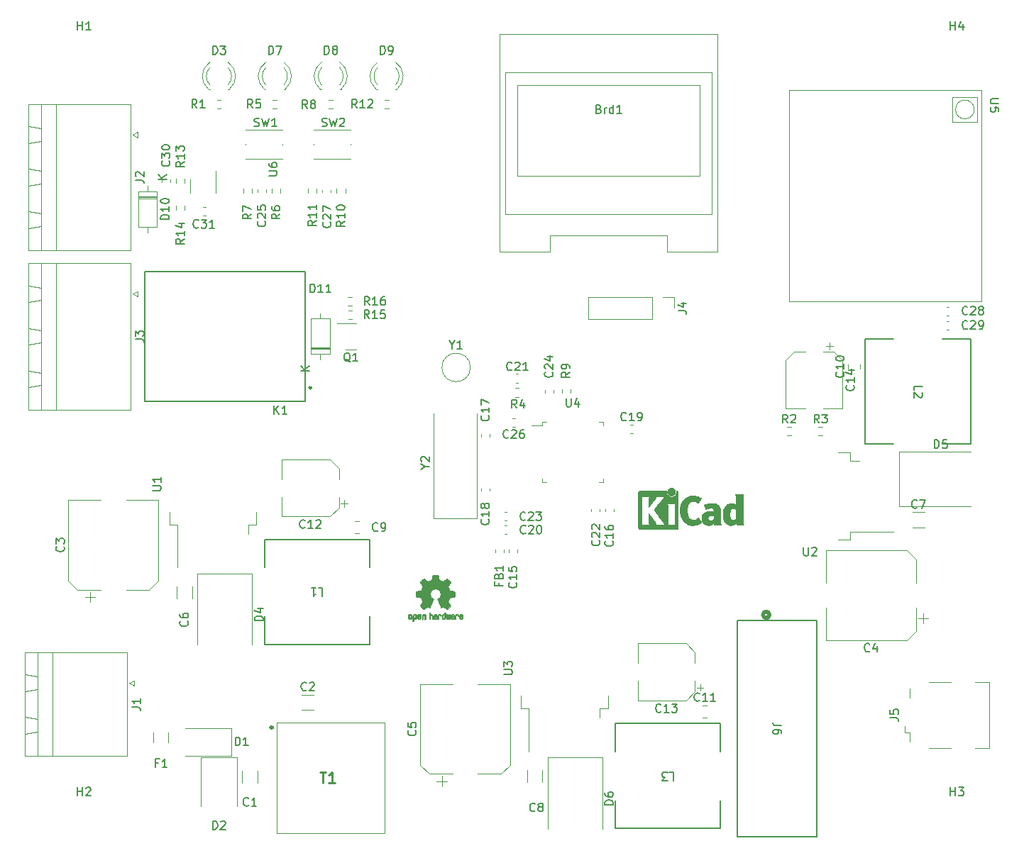
<source format=gbr>
%TF.GenerationSoftware,KiCad,Pcbnew,7.0.6*%
%TF.CreationDate,2023-08-10T11:03:40+03:00*%
%TF.ProjectId,2023-staj-projesi,32303233-2d73-4746-916a-2d70726f6a65,1.0*%
%TF.SameCoordinates,Original*%
%TF.FileFunction,Legend,Top*%
%TF.FilePolarity,Positive*%
%FSLAX46Y46*%
G04 Gerber Fmt 4.6, Leading zero omitted, Abs format (unit mm)*
G04 Created by KiCad (PCBNEW 7.0.6) date 2023-08-10 11:03:40*
%MOMM*%
%LPD*%
G01*
G04 APERTURE LIST*
%ADD10C,0.150000*%
%ADD11C,0.254000*%
%ADD12C,0.010000*%
%ADD13C,0.120000*%
%ADD14C,0.152400*%
%ADD15C,0.508000*%
%ADD16C,0.127000*%
%ADD17C,0.300000*%
%ADD18C,0.500000*%
%ADD19C,0.100000*%
G04 APERTURE END LIST*
D10*
X77459580Y-57042857D02*
X77507200Y-57090476D01*
X77507200Y-57090476D02*
X77554819Y-57233333D01*
X77554819Y-57233333D02*
X77554819Y-57328571D01*
X77554819Y-57328571D02*
X77507200Y-57471428D01*
X77507200Y-57471428D02*
X77411961Y-57566666D01*
X77411961Y-57566666D02*
X77316723Y-57614285D01*
X77316723Y-57614285D02*
X77126247Y-57661904D01*
X77126247Y-57661904D02*
X76983390Y-57661904D01*
X76983390Y-57661904D02*
X76792914Y-57614285D01*
X76792914Y-57614285D02*
X76697676Y-57566666D01*
X76697676Y-57566666D02*
X76602438Y-57471428D01*
X76602438Y-57471428D02*
X76554819Y-57328571D01*
X76554819Y-57328571D02*
X76554819Y-57233333D01*
X76554819Y-57233333D02*
X76602438Y-57090476D01*
X76602438Y-57090476D02*
X76650057Y-57042857D01*
X76554819Y-56709523D02*
X76554819Y-56090476D01*
X76554819Y-56090476D02*
X76935771Y-56423809D01*
X76935771Y-56423809D02*
X76935771Y-56280952D01*
X76935771Y-56280952D02*
X76983390Y-56185714D01*
X76983390Y-56185714D02*
X77031009Y-56138095D01*
X77031009Y-56138095D02*
X77126247Y-56090476D01*
X77126247Y-56090476D02*
X77364342Y-56090476D01*
X77364342Y-56090476D02*
X77459580Y-56138095D01*
X77459580Y-56138095D02*
X77507200Y-56185714D01*
X77507200Y-56185714D02*
X77554819Y-56280952D01*
X77554819Y-56280952D02*
X77554819Y-56566666D01*
X77554819Y-56566666D02*
X77507200Y-56661904D01*
X77507200Y-56661904D02*
X77459580Y-56709523D01*
X76554819Y-55471428D02*
X76554819Y-55376190D01*
X76554819Y-55376190D02*
X76602438Y-55280952D01*
X76602438Y-55280952D02*
X76650057Y-55233333D01*
X76650057Y-55233333D02*
X76745295Y-55185714D01*
X76745295Y-55185714D02*
X76935771Y-55138095D01*
X76935771Y-55138095D02*
X77173866Y-55138095D01*
X77173866Y-55138095D02*
X77364342Y-55185714D01*
X77364342Y-55185714D02*
X77459580Y-55233333D01*
X77459580Y-55233333D02*
X77507200Y-55280952D01*
X77507200Y-55280952D02*
X77554819Y-55376190D01*
X77554819Y-55376190D02*
X77554819Y-55471428D01*
X77554819Y-55471428D02*
X77507200Y-55566666D01*
X77507200Y-55566666D02*
X77459580Y-55614285D01*
X77459580Y-55614285D02*
X77364342Y-55661904D01*
X77364342Y-55661904D02*
X77173866Y-55709523D01*
X77173866Y-55709523D02*
X76935771Y-55709523D01*
X76935771Y-55709523D02*
X76745295Y-55661904D01*
X76745295Y-55661904D02*
X76650057Y-55614285D01*
X76650057Y-55614285D02*
X76602438Y-55566666D01*
X76602438Y-55566666D02*
X76554819Y-55471428D01*
X138184819Y-74933333D02*
X138899104Y-74933333D01*
X138899104Y-74933333D02*
X139041961Y-74980952D01*
X139041961Y-74980952D02*
X139137200Y-75076190D01*
X139137200Y-75076190D02*
X139184819Y-75219047D01*
X139184819Y-75219047D02*
X139184819Y-75314285D01*
X138518152Y-74028571D02*
X139184819Y-74028571D01*
X138137200Y-74266666D02*
X138851485Y-74504761D01*
X138851485Y-74504761D02*
X138851485Y-73885714D01*
X75479819Y-96386904D02*
X76289342Y-96386904D01*
X76289342Y-96386904D02*
X76384580Y-96339285D01*
X76384580Y-96339285D02*
X76432200Y-96291666D01*
X76432200Y-96291666D02*
X76479819Y-96196428D01*
X76479819Y-96196428D02*
X76479819Y-96005952D01*
X76479819Y-96005952D02*
X76432200Y-95910714D01*
X76432200Y-95910714D02*
X76384580Y-95863095D01*
X76384580Y-95863095D02*
X76289342Y-95815476D01*
X76289342Y-95815476D02*
X75479819Y-95815476D01*
X76479819Y-94815476D02*
X76479819Y-95386904D01*
X76479819Y-95101190D02*
X75479819Y-95101190D01*
X75479819Y-95101190D02*
X75622676Y-95196428D01*
X75622676Y-95196428D02*
X75717914Y-95291666D01*
X75717914Y-95291666D02*
X75765533Y-95386904D01*
X166688333Y-98409580D02*
X166640714Y-98457200D01*
X166640714Y-98457200D02*
X166497857Y-98504819D01*
X166497857Y-98504819D02*
X166402619Y-98504819D01*
X166402619Y-98504819D02*
X166259762Y-98457200D01*
X166259762Y-98457200D02*
X166164524Y-98361961D01*
X166164524Y-98361961D02*
X166116905Y-98266723D01*
X166116905Y-98266723D02*
X166069286Y-98076247D01*
X166069286Y-98076247D02*
X166069286Y-97933390D01*
X166069286Y-97933390D02*
X166116905Y-97742914D01*
X166116905Y-97742914D02*
X166164524Y-97647676D01*
X166164524Y-97647676D02*
X166259762Y-97552438D01*
X166259762Y-97552438D02*
X166402619Y-97504819D01*
X166402619Y-97504819D02*
X166497857Y-97504819D01*
X166497857Y-97504819D02*
X166640714Y-97552438D01*
X166640714Y-97552438D02*
X166688333Y-97600057D01*
X167021667Y-97504819D02*
X167688333Y-97504819D01*
X167688333Y-97504819D02*
X167259762Y-98504819D01*
X93657142Y-100809580D02*
X93609523Y-100857200D01*
X93609523Y-100857200D02*
X93466666Y-100904819D01*
X93466666Y-100904819D02*
X93371428Y-100904819D01*
X93371428Y-100904819D02*
X93228571Y-100857200D01*
X93228571Y-100857200D02*
X93133333Y-100761961D01*
X93133333Y-100761961D02*
X93085714Y-100666723D01*
X93085714Y-100666723D02*
X93038095Y-100476247D01*
X93038095Y-100476247D02*
X93038095Y-100333390D01*
X93038095Y-100333390D02*
X93085714Y-100142914D01*
X93085714Y-100142914D02*
X93133333Y-100047676D01*
X93133333Y-100047676D02*
X93228571Y-99952438D01*
X93228571Y-99952438D02*
X93371428Y-99904819D01*
X93371428Y-99904819D02*
X93466666Y-99904819D01*
X93466666Y-99904819D02*
X93609523Y-99952438D01*
X93609523Y-99952438D02*
X93657142Y-100000057D01*
X94609523Y-100904819D02*
X94038095Y-100904819D01*
X94323809Y-100904819D02*
X94323809Y-99904819D01*
X94323809Y-99904819D02*
X94228571Y-100047676D01*
X94228571Y-100047676D02*
X94133333Y-100142914D01*
X94133333Y-100142914D02*
X94038095Y-100190533D01*
X94990476Y-100000057D02*
X95038095Y-99952438D01*
X95038095Y-99952438D02*
X95133333Y-99904819D01*
X95133333Y-99904819D02*
X95371428Y-99904819D01*
X95371428Y-99904819D02*
X95466666Y-99952438D01*
X95466666Y-99952438D02*
X95514285Y-100000057D01*
X95514285Y-100000057D02*
X95561904Y-100095295D01*
X95561904Y-100095295D02*
X95561904Y-100190533D01*
X95561904Y-100190533D02*
X95514285Y-100333390D01*
X95514285Y-100333390D02*
X94942857Y-100904819D01*
X94942857Y-100904819D02*
X95561904Y-100904819D01*
X128759580Y-102342857D02*
X128807200Y-102390476D01*
X128807200Y-102390476D02*
X128854819Y-102533333D01*
X128854819Y-102533333D02*
X128854819Y-102628571D01*
X128854819Y-102628571D02*
X128807200Y-102771428D01*
X128807200Y-102771428D02*
X128711961Y-102866666D01*
X128711961Y-102866666D02*
X128616723Y-102914285D01*
X128616723Y-102914285D02*
X128426247Y-102961904D01*
X128426247Y-102961904D02*
X128283390Y-102961904D01*
X128283390Y-102961904D02*
X128092914Y-102914285D01*
X128092914Y-102914285D02*
X127997676Y-102866666D01*
X127997676Y-102866666D02*
X127902438Y-102771428D01*
X127902438Y-102771428D02*
X127854819Y-102628571D01*
X127854819Y-102628571D02*
X127854819Y-102533333D01*
X127854819Y-102533333D02*
X127902438Y-102390476D01*
X127902438Y-102390476D02*
X127950057Y-102342857D01*
X127950057Y-101961904D02*
X127902438Y-101914285D01*
X127902438Y-101914285D02*
X127854819Y-101819047D01*
X127854819Y-101819047D02*
X127854819Y-101580952D01*
X127854819Y-101580952D02*
X127902438Y-101485714D01*
X127902438Y-101485714D02*
X127950057Y-101438095D01*
X127950057Y-101438095D02*
X128045295Y-101390476D01*
X128045295Y-101390476D02*
X128140533Y-101390476D01*
X128140533Y-101390476D02*
X128283390Y-101438095D01*
X128283390Y-101438095D02*
X128854819Y-102009523D01*
X128854819Y-102009523D02*
X128854819Y-101390476D01*
X127950057Y-101009523D02*
X127902438Y-100961904D01*
X127902438Y-100961904D02*
X127854819Y-100866666D01*
X127854819Y-100866666D02*
X127854819Y-100628571D01*
X127854819Y-100628571D02*
X127902438Y-100533333D01*
X127902438Y-100533333D02*
X127950057Y-100485714D01*
X127950057Y-100485714D02*
X128045295Y-100438095D01*
X128045295Y-100438095D02*
X128140533Y-100438095D01*
X128140533Y-100438095D02*
X128283390Y-100485714D01*
X128283390Y-100485714D02*
X128854819Y-101057142D01*
X128854819Y-101057142D02*
X128854819Y-100438095D01*
X90669819Y-63366666D02*
X90193628Y-63699999D01*
X90669819Y-63938094D02*
X89669819Y-63938094D01*
X89669819Y-63938094D02*
X89669819Y-63557142D01*
X89669819Y-63557142D02*
X89717438Y-63461904D01*
X89717438Y-63461904D02*
X89765057Y-63414285D01*
X89765057Y-63414285D02*
X89860295Y-63366666D01*
X89860295Y-63366666D02*
X90003152Y-63366666D01*
X90003152Y-63366666D02*
X90098390Y-63414285D01*
X90098390Y-63414285D02*
X90146009Y-63461904D01*
X90146009Y-63461904D02*
X90193628Y-63557142D01*
X90193628Y-63557142D02*
X90193628Y-63938094D01*
X89669819Y-62509523D02*
X89669819Y-62699999D01*
X89669819Y-62699999D02*
X89717438Y-62795237D01*
X89717438Y-62795237D02*
X89765057Y-62842856D01*
X89765057Y-62842856D02*
X89907914Y-62938094D01*
X89907914Y-62938094D02*
X90098390Y-62985713D01*
X90098390Y-62985713D02*
X90479342Y-62985713D01*
X90479342Y-62985713D02*
X90574580Y-62938094D01*
X90574580Y-62938094D02*
X90622200Y-62890475D01*
X90622200Y-62890475D02*
X90669819Y-62795237D01*
X90669819Y-62795237D02*
X90669819Y-62604761D01*
X90669819Y-62604761D02*
X90622200Y-62509523D01*
X90622200Y-62509523D02*
X90574580Y-62461904D01*
X90574580Y-62461904D02*
X90479342Y-62414285D01*
X90479342Y-62414285D02*
X90241247Y-62414285D01*
X90241247Y-62414285D02*
X90146009Y-62461904D01*
X90146009Y-62461904D02*
X90098390Y-62509523D01*
X90098390Y-62509523D02*
X90050771Y-62604761D01*
X90050771Y-62604761D02*
X90050771Y-62795237D01*
X90050771Y-62795237D02*
X90098390Y-62890475D01*
X90098390Y-62890475D02*
X90146009Y-62938094D01*
X90146009Y-62938094D02*
X90241247Y-62985713D01*
X157879580Y-82242857D02*
X157927200Y-82290476D01*
X157927200Y-82290476D02*
X157974819Y-82433333D01*
X157974819Y-82433333D02*
X157974819Y-82528571D01*
X157974819Y-82528571D02*
X157927200Y-82671428D01*
X157927200Y-82671428D02*
X157831961Y-82766666D01*
X157831961Y-82766666D02*
X157736723Y-82814285D01*
X157736723Y-82814285D02*
X157546247Y-82861904D01*
X157546247Y-82861904D02*
X157403390Y-82861904D01*
X157403390Y-82861904D02*
X157212914Y-82814285D01*
X157212914Y-82814285D02*
X157117676Y-82766666D01*
X157117676Y-82766666D02*
X157022438Y-82671428D01*
X157022438Y-82671428D02*
X156974819Y-82528571D01*
X156974819Y-82528571D02*
X156974819Y-82433333D01*
X156974819Y-82433333D02*
X157022438Y-82290476D01*
X157022438Y-82290476D02*
X157070057Y-82242857D01*
X157974819Y-81290476D02*
X157974819Y-81861904D01*
X157974819Y-81576190D02*
X156974819Y-81576190D01*
X156974819Y-81576190D02*
X157117676Y-81671428D01*
X157117676Y-81671428D02*
X157212914Y-81766666D01*
X157212914Y-81766666D02*
X157260533Y-81861904D01*
X156974819Y-80671428D02*
X156974819Y-80576190D01*
X156974819Y-80576190D02*
X157022438Y-80480952D01*
X157022438Y-80480952D02*
X157070057Y-80433333D01*
X157070057Y-80433333D02*
X157165295Y-80385714D01*
X157165295Y-80385714D02*
X157355771Y-80338095D01*
X157355771Y-80338095D02*
X157593866Y-80338095D01*
X157593866Y-80338095D02*
X157784342Y-80385714D01*
X157784342Y-80385714D02*
X157879580Y-80433333D01*
X157879580Y-80433333D02*
X157927200Y-80480952D01*
X157927200Y-80480952D02*
X157974819Y-80576190D01*
X157974819Y-80576190D02*
X157974819Y-80671428D01*
X157974819Y-80671428D02*
X157927200Y-80766666D01*
X157927200Y-80766666D02*
X157879580Y-80814285D01*
X157879580Y-80814285D02*
X157784342Y-80861904D01*
X157784342Y-80861904D02*
X157593866Y-80909523D01*
X157593866Y-80909523D02*
X157355771Y-80909523D01*
X157355771Y-80909523D02*
X157165295Y-80861904D01*
X157165295Y-80861904D02*
X157070057Y-80814285D01*
X157070057Y-80814285D02*
X157022438Y-80766666D01*
X157022438Y-80766666D02*
X156974819Y-80671428D01*
X119982142Y-101459580D02*
X119934523Y-101507200D01*
X119934523Y-101507200D02*
X119791666Y-101554819D01*
X119791666Y-101554819D02*
X119696428Y-101554819D01*
X119696428Y-101554819D02*
X119553571Y-101507200D01*
X119553571Y-101507200D02*
X119458333Y-101411961D01*
X119458333Y-101411961D02*
X119410714Y-101316723D01*
X119410714Y-101316723D02*
X119363095Y-101126247D01*
X119363095Y-101126247D02*
X119363095Y-100983390D01*
X119363095Y-100983390D02*
X119410714Y-100792914D01*
X119410714Y-100792914D02*
X119458333Y-100697676D01*
X119458333Y-100697676D02*
X119553571Y-100602438D01*
X119553571Y-100602438D02*
X119696428Y-100554819D01*
X119696428Y-100554819D02*
X119791666Y-100554819D01*
X119791666Y-100554819D02*
X119934523Y-100602438D01*
X119934523Y-100602438D02*
X119982142Y-100650057D01*
X120363095Y-100650057D02*
X120410714Y-100602438D01*
X120410714Y-100602438D02*
X120505952Y-100554819D01*
X120505952Y-100554819D02*
X120744047Y-100554819D01*
X120744047Y-100554819D02*
X120839285Y-100602438D01*
X120839285Y-100602438D02*
X120886904Y-100650057D01*
X120886904Y-100650057D02*
X120934523Y-100745295D01*
X120934523Y-100745295D02*
X120934523Y-100840533D01*
X120934523Y-100840533D02*
X120886904Y-100983390D01*
X120886904Y-100983390D02*
X120315476Y-101554819D01*
X120315476Y-101554819D02*
X120934523Y-101554819D01*
X121553571Y-100554819D02*
X121648809Y-100554819D01*
X121648809Y-100554819D02*
X121744047Y-100602438D01*
X121744047Y-100602438D02*
X121791666Y-100650057D01*
X121791666Y-100650057D02*
X121839285Y-100745295D01*
X121839285Y-100745295D02*
X121886904Y-100935771D01*
X121886904Y-100935771D02*
X121886904Y-101173866D01*
X121886904Y-101173866D02*
X121839285Y-101364342D01*
X121839285Y-101364342D02*
X121791666Y-101459580D01*
X121791666Y-101459580D02*
X121744047Y-101507200D01*
X121744047Y-101507200D02*
X121648809Y-101554819D01*
X121648809Y-101554819D02*
X121553571Y-101554819D01*
X121553571Y-101554819D02*
X121458333Y-101507200D01*
X121458333Y-101507200D02*
X121410714Y-101459580D01*
X121410714Y-101459580D02*
X121363095Y-101364342D01*
X121363095Y-101364342D02*
X121315476Y-101173866D01*
X121315476Y-101173866D02*
X121315476Y-100935771D01*
X121315476Y-100935771D02*
X121363095Y-100745295D01*
X121363095Y-100745295D02*
X121410714Y-100650057D01*
X121410714Y-100650057D02*
X121458333Y-100602438D01*
X121458333Y-100602438D02*
X121553571Y-100554819D01*
X82661905Y-136854819D02*
X82661905Y-135854819D01*
X82661905Y-135854819D02*
X82900000Y-135854819D01*
X82900000Y-135854819D02*
X83042857Y-135902438D01*
X83042857Y-135902438D02*
X83138095Y-135997676D01*
X83138095Y-135997676D02*
X83185714Y-136092914D01*
X83185714Y-136092914D02*
X83233333Y-136283390D01*
X83233333Y-136283390D02*
X83233333Y-136426247D01*
X83233333Y-136426247D02*
X83185714Y-136616723D01*
X83185714Y-136616723D02*
X83138095Y-136711961D01*
X83138095Y-136711961D02*
X83042857Y-136807200D01*
X83042857Y-136807200D02*
X82900000Y-136854819D01*
X82900000Y-136854819D02*
X82661905Y-136854819D01*
X83614286Y-135950057D02*
X83661905Y-135902438D01*
X83661905Y-135902438D02*
X83757143Y-135854819D01*
X83757143Y-135854819D02*
X83995238Y-135854819D01*
X83995238Y-135854819D02*
X84090476Y-135902438D01*
X84090476Y-135902438D02*
X84138095Y-135950057D01*
X84138095Y-135950057D02*
X84185714Y-136045295D01*
X84185714Y-136045295D02*
X84185714Y-136140533D01*
X84185714Y-136140533D02*
X84138095Y-136283390D01*
X84138095Y-136283390D02*
X83566667Y-136854819D01*
X83566667Y-136854819D02*
X84185714Y-136854819D01*
X118357142Y-81959580D02*
X118309523Y-82007200D01*
X118309523Y-82007200D02*
X118166666Y-82054819D01*
X118166666Y-82054819D02*
X118071428Y-82054819D01*
X118071428Y-82054819D02*
X117928571Y-82007200D01*
X117928571Y-82007200D02*
X117833333Y-81911961D01*
X117833333Y-81911961D02*
X117785714Y-81816723D01*
X117785714Y-81816723D02*
X117738095Y-81626247D01*
X117738095Y-81626247D02*
X117738095Y-81483390D01*
X117738095Y-81483390D02*
X117785714Y-81292914D01*
X117785714Y-81292914D02*
X117833333Y-81197676D01*
X117833333Y-81197676D02*
X117928571Y-81102438D01*
X117928571Y-81102438D02*
X118071428Y-81054819D01*
X118071428Y-81054819D02*
X118166666Y-81054819D01*
X118166666Y-81054819D02*
X118309523Y-81102438D01*
X118309523Y-81102438D02*
X118357142Y-81150057D01*
X118738095Y-81150057D02*
X118785714Y-81102438D01*
X118785714Y-81102438D02*
X118880952Y-81054819D01*
X118880952Y-81054819D02*
X119119047Y-81054819D01*
X119119047Y-81054819D02*
X119214285Y-81102438D01*
X119214285Y-81102438D02*
X119261904Y-81150057D01*
X119261904Y-81150057D02*
X119309523Y-81245295D01*
X119309523Y-81245295D02*
X119309523Y-81340533D01*
X119309523Y-81340533D02*
X119261904Y-81483390D01*
X119261904Y-81483390D02*
X118690476Y-82054819D01*
X118690476Y-82054819D02*
X119309523Y-82054819D01*
X120261904Y-82054819D02*
X119690476Y-82054819D01*
X119976190Y-82054819D02*
X119976190Y-81054819D01*
X119976190Y-81054819D02*
X119880952Y-81197676D01*
X119880952Y-81197676D02*
X119785714Y-81292914D01*
X119785714Y-81292914D02*
X119690476Y-81340533D01*
X93833333Y-120209580D02*
X93785714Y-120257200D01*
X93785714Y-120257200D02*
X93642857Y-120304819D01*
X93642857Y-120304819D02*
X93547619Y-120304819D01*
X93547619Y-120304819D02*
X93404762Y-120257200D01*
X93404762Y-120257200D02*
X93309524Y-120161961D01*
X93309524Y-120161961D02*
X93261905Y-120066723D01*
X93261905Y-120066723D02*
X93214286Y-119876247D01*
X93214286Y-119876247D02*
X93214286Y-119733390D01*
X93214286Y-119733390D02*
X93261905Y-119542914D01*
X93261905Y-119542914D02*
X93309524Y-119447676D01*
X93309524Y-119447676D02*
X93404762Y-119352438D01*
X93404762Y-119352438D02*
X93547619Y-119304819D01*
X93547619Y-119304819D02*
X93642857Y-119304819D01*
X93642857Y-119304819D02*
X93785714Y-119352438D01*
X93785714Y-119352438D02*
X93833333Y-119400057D01*
X94214286Y-119400057D02*
X94261905Y-119352438D01*
X94261905Y-119352438D02*
X94357143Y-119304819D01*
X94357143Y-119304819D02*
X94595238Y-119304819D01*
X94595238Y-119304819D02*
X94690476Y-119352438D01*
X94690476Y-119352438D02*
X94738095Y-119400057D01*
X94738095Y-119400057D02*
X94785714Y-119495295D01*
X94785714Y-119495295D02*
X94785714Y-119590533D01*
X94785714Y-119590533D02*
X94738095Y-119733390D01*
X94738095Y-119733390D02*
X94166667Y-120304819D01*
X94166667Y-120304819D02*
X94785714Y-120304819D01*
X76166666Y-128931009D02*
X75833333Y-128931009D01*
X75833333Y-129454819D02*
X75833333Y-128454819D01*
X75833333Y-128454819D02*
X76309523Y-128454819D01*
X77214285Y-129454819D02*
X76642857Y-129454819D01*
X76928571Y-129454819D02*
X76928571Y-128454819D01*
X76928571Y-128454819D02*
X76833333Y-128597676D01*
X76833333Y-128597676D02*
X76738095Y-128692914D01*
X76738095Y-128692914D02*
X76642857Y-128740533D01*
X117932142Y-90059580D02*
X117884523Y-90107200D01*
X117884523Y-90107200D02*
X117741666Y-90154819D01*
X117741666Y-90154819D02*
X117646428Y-90154819D01*
X117646428Y-90154819D02*
X117503571Y-90107200D01*
X117503571Y-90107200D02*
X117408333Y-90011961D01*
X117408333Y-90011961D02*
X117360714Y-89916723D01*
X117360714Y-89916723D02*
X117313095Y-89726247D01*
X117313095Y-89726247D02*
X117313095Y-89583390D01*
X117313095Y-89583390D02*
X117360714Y-89392914D01*
X117360714Y-89392914D02*
X117408333Y-89297676D01*
X117408333Y-89297676D02*
X117503571Y-89202438D01*
X117503571Y-89202438D02*
X117646428Y-89154819D01*
X117646428Y-89154819D02*
X117741666Y-89154819D01*
X117741666Y-89154819D02*
X117884523Y-89202438D01*
X117884523Y-89202438D02*
X117932142Y-89250057D01*
X118313095Y-89250057D02*
X118360714Y-89202438D01*
X118360714Y-89202438D02*
X118455952Y-89154819D01*
X118455952Y-89154819D02*
X118694047Y-89154819D01*
X118694047Y-89154819D02*
X118789285Y-89202438D01*
X118789285Y-89202438D02*
X118836904Y-89250057D01*
X118836904Y-89250057D02*
X118884523Y-89345295D01*
X118884523Y-89345295D02*
X118884523Y-89440533D01*
X118884523Y-89440533D02*
X118836904Y-89583390D01*
X118836904Y-89583390D02*
X118265476Y-90154819D01*
X118265476Y-90154819D02*
X118884523Y-90154819D01*
X119741666Y-89154819D02*
X119551190Y-89154819D01*
X119551190Y-89154819D02*
X119455952Y-89202438D01*
X119455952Y-89202438D02*
X119408333Y-89250057D01*
X119408333Y-89250057D02*
X119313095Y-89392914D01*
X119313095Y-89392914D02*
X119265476Y-89583390D01*
X119265476Y-89583390D02*
X119265476Y-89964342D01*
X119265476Y-89964342D02*
X119313095Y-90059580D01*
X119313095Y-90059580D02*
X119360714Y-90107200D01*
X119360714Y-90107200D02*
X119455952Y-90154819D01*
X119455952Y-90154819D02*
X119646428Y-90154819D01*
X119646428Y-90154819D02*
X119741666Y-90107200D01*
X119741666Y-90107200D02*
X119789285Y-90059580D01*
X119789285Y-90059580D02*
X119836904Y-89964342D01*
X119836904Y-89964342D02*
X119836904Y-89726247D01*
X119836904Y-89726247D02*
X119789285Y-89631009D01*
X119789285Y-89631009D02*
X119741666Y-89583390D01*
X119741666Y-89583390D02*
X119646428Y-89535771D01*
X119646428Y-89535771D02*
X119455952Y-89535771D01*
X119455952Y-89535771D02*
X119360714Y-89583390D01*
X119360714Y-89583390D02*
X119313095Y-89631009D01*
X119313095Y-89631009D02*
X119265476Y-89726247D01*
X118933333Y-86554819D02*
X118600000Y-86078628D01*
X118361905Y-86554819D02*
X118361905Y-85554819D01*
X118361905Y-85554819D02*
X118742857Y-85554819D01*
X118742857Y-85554819D02*
X118838095Y-85602438D01*
X118838095Y-85602438D02*
X118885714Y-85650057D01*
X118885714Y-85650057D02*
X118933333Y-85745295D01*
X118933333Y-85745295D02*
X118933333Y-85888152D01*
X118933333Y-85888152D02*
X118885714Y-85983390D01*
X118885714Y-85983390D02*
X118838095Y-86031009D01*
X118838095Y-86031009D02*
X118742857Y-86078628D01*
X118742857Y-86078628D02*
X118361905Y-86078628D01*
X119790476Y-85888152D02*
X119790476Y-86554819D01*
X119552381Y-85507200D02*
X119314286Y-86221485D01*
X119314286Y-86221485D02*
X119933333Y-86221485D01*
X131982142Y-87979580D02*
X131934523Y-88027200D01*
X131934523Y-88027200D02*
X131791666Y-88074819D01*
X131791666Y-88074819D02*
X131696428Y-88074819D01*
X131696428Y-88074819D02*
X131553571Y-88027200D01*
X131553571Y-88027200D02*
X131458333Y-87931961D01*
X131458333Y-87931961D02*
X131410714Y-87836723D01*
X131410714Y-87836723D02*
X131363095Y-87646247D01*
X131363095Y-87646247D02*
X131363095Y-87503390D01*
X131363095Y-87503390D02*
X131410714Y-87312914D01*
X131410714Y-87312914D02*
X131458333Y-87217676D01*
X131458333Y-87217676D02*
X131553571Y-87122438D01*
X131553571Y-87122438D02*
X131696428Y-87074819D01*
X131696428Y-87074819D02*
X131791666Y-87074819D01*
X131791666Y-87074819D02*
X131934523Y-87122438D01*
X131934523Y-87122438D02*
X131982142Y-87170057D01*
X132934523Y-88074819D02*
X132363095Y-88074819D01*
X132648809Y-88074819D02*
X132648809Y-87074819D01*
X132648809Y-87074819D02*
X132553571Y-87217676D01*
X132553571Y-87217676D02*
X132458333Y-87312914D01*
X132458333Y-87312914D02*
X132363095Y-87360533D01*
X133410714Y-88074819D02*
X133601190Y-88074819D01*
X133601190Y-88074819D02*
X133696428Y-88027200D01*
X133696428Y-88027200D02*
X133744047Y-87979580D01*
X133744047Y-87979580D02*
X133839285Y-87836723D01*
X133839285Y-87836723D02*
X133886904Y-87646247D01*
X133886904Y-87646247D02*
X133886904Y-87265295D01*
X133886904Y-87265295D02*
X133839285Y-87170057D01*
X133839285Y-87170057D02*
X133791666Y-87122438D01*
X133791666Y-87122438D02*
X133696428Y-87074819D01*
X133696428Y-87074819D02*
X133505952Y-87074819D01*
X133505952Y-87074819D02*
X133410714Y-87122438D01*
X133410714Y-87122438D02*
X133363095Y-87170057D01*
X133363095Y-87170057D02*
X133315476Y-87265295D01*
X133315476Y-87265295D02*
X133315476Y-87503390D01*
X133315476Y-87503390D02*
X133363095Y-87598628D01*
X133363095Y-87598628D02*
X133410714Y-87646247D01*
X133410714Y-87646247D02*
X133505952Y-87693866D01*
X133505952Y-87693866D02*
X133696428Y-87693866D01*
X133696428Y-87693866D02*
X133791666Y-87646247D01*
X133791666Y-87646247D02*
X133839285Y-87598628D01*
X133839285Y-87598628D02*
X133886904Y-87503390D01*
X123159580Y-82242857D02*
X123207200Y-82290476D01*
X123207200Y-82290476D02*
X123254819Y-82433333D01*
X123254819Y-82433333D02*
X123254819Y-82528571D01*
X123254819Y-82528571D02*
X123207200Y-82671428D01*
X123207200Y-82671428D02*
X123111961Y-82766666D01*
X123111961Y-82766666D02*
X123016723Y-82814285D01*
X123016723Y-82814285D02*
X122826247Y-82861904D01*
X122826247Y-82861904D02*
X122683390Y-82861904D01*
X122683390Y-82861904D02*
X122492914Y-82814285D01*
X122492914Y-82814285D02*
X122397676Y-82766666D01*
X122397676Y-82766666D02*
X122302438Y-82671428D01*
X122302438Y-82671428D02*
X122254819Y-82528571D01*
X122254819Y-82528571D02*
X122254819Y-82433333D01*
X122254819Y-82433333D02*
X122302438Y-82290476D01*
X122302438Y-82290476D02*
X122350057Y-82242857D01*
X122350057Y-81861904D02*
X122302438Y-81814285D01*
X122302438Y-81814285D02*
X122254819Y-81719047D01*
X122254819Y-81719047D02*
X122254819Y-81480952D01*
X122254819Y-81480952D02*
X122302438Y-81385714D01*
X122302438Y-81385714D02*
X122350057Y-81338095D01*
X122350057Y-81338095D02*
X122445295Y-81290476D01*
X122445295Y-81290476D02*
X122540533Y-81290476D01*
X122540533Y-81290476D02*
X122683390Y-81338095D01*
X122683390Y-81338095D02*
X123254819Y-81909523D01*
X123254819Y-81909523D02*
X123254819Y-81290476D01*
X122588152Y-80433333D02*
X123254819Y-80433333D01*
X122207200Y-80671428D02*
X122921485Y-80909523D01*
X122921485Y-80909523D02*
X122921485Y-80290476D01*
X88654819Y-111938094D02*
X87654819Y-111938094D01*
X87654819Y-111938094D02*
X87654819Y-111699999D01*
X87654819Y-111699999D02*
X87702438Y-111557142D01*
X87702438Y-111557142D02*
X87797676Y-111461904D01*
X87797676Y-111461904D02*
X87892914Y-111414285D01*
X87892914Y-111414285D02*
X88083390Y-111366666D01*
X88083390Y-111366666D02*
X88226247Y-111366666D01*
X88226247Y-111366666D02*
X88416723Y-111414285D01*
X88416723Y-111414285D02*
X88511961Y-111461904D01*
X88511961Y-111461904D02*
X88607200Y-111557142D01*
X88607200Y-111557142D02*
X88654819Y-111699999D01*
X88654819Y-111699999D02*
X88654819Y-111938094D01*
X87988152Y-110509523D02*
X88654819Y-110509523D01*
X87607200Y-110747618D02*
X88321485Y-110985713D01*
X88321485Y-110985713D02*
X88321485Y-110366666D01*
X82661905Y-44314819D02*
X82661905Y-43314819D01*
X82661905Y-43314819D02*
X82900000Y-43314819D01*
X82900000Y-43314819D02*
X83042857Y-43362438D01*
X83042857Y-43362438D02*
X83138095Y-43457676D01*
X83138095Y-43457676D02*
X83185714Y-43552914D01*
X83185714Y-43552914D02*
X83233333Y-43743390D01*
X83233333Y-43743390D02*
X83233333Y-43886247D01*
X83233333Y-43886247D02*
X83185714Y-44076723D01*
X83185714Y-44076723D02*
X83138095Y-44171961D01*
X83138095Y-44171961D02*
X83042857Y-44267200D01*
X83042857Y-44267200D02*
X82900000Y-44314819D01*
X82900000Y-44314819D02*
X82661905Y-44314819D01*
X83566667Y-43314819D02*
X84185714Y-43314819D01*
X84185714Y-43314819D02*
X83852381Y-43695771D01*
X83852381Y-43695771D02*
X83995238Y-43695771D01*
X83995238Y-43695771D02*
X84090476Y-43743390D01*
X84090476Y-43743390D02*
X84138095Y-43791009D01*
X84138095Y-43791009D02*
X84185714Y-43886247D01*
X84185714Y-43886247D02*
X84185714Y-44124342D01*
X84185714Y-44124342D02*
X84138095Y-44219580D01*
X84138095Y-44219580D02*
X84090476Y-44267200D01*
X84090476Y-44267200D02*
X83995238Y-44314819D01*
X83995238Y-44314819D02*
X83709524Y-44314819D01*
X83709524Y-44314819D02*
X83614286Y-44267200D01*
X83614286Y-44267200D02*
X83566667Y-44219580D01*
X170688095Y-132844819D02*
X170688095Y-131844819D01*
X170688095Y-132321009D02*
X171259523Y-132321009D01*
X171259523Y-132844819D02*
X171259523Y-131844819D01*
X171640476Y-131844819D02*
X172259523Y-131844819D01*
X172259523Y-131844819D02*
X171926190Y-132225771D01*
X171926190Y-132225771D02*
X172069047Y-132225771D01*
X172069047Y-132225771D02*
X172164285Y-132273390D01*
X172164285Y-132273390D02*
X172211904Y-132321009D01*
X172211904Y-132321009D02*
X172259523Y-132416247D01*
X172259523Y-132416247D02*
X172259523Y-132654342D01*
X172259523Y-132654342D02*
X172211904Y-132749580D01*
X172211904Y-132749580D02*
X172164285Y-132797200D01*
X172164285Y-132797200D02*
X172069047Y-132844819D01*
X172069047Y-132844819D02*
X171783333Y-132844819D01*
X171783333Y-132844819D02*
X171688095Y-132797200D01*
X171688095Y-132797200D02*
X171640476Y-132749580D01*
X101357142Y-74254819D02*
X101023809Y-73778628D01*
X100785714Y-74254819D02*
X100785714Y-73254819D01*
X100785714Y-73254819D02*
X101166666Y-73254819D01*
X101166666Y-73254819D02*
X101261904Y-73302438D01*
X101261904Y-73302438D02*
X101309523Y-73350057D01*
X101309523Y-73350057D02*
X101357142Y-73445295D01*
X101357142Y-73445295D02*
X101357142Y-73588152D01*
X101357142Y-73588152D02*
X101309523Y-73683390D01*
X101309523Y-73683390D02*
X101261904Y-73731009D01*
X101261904Y-73731009D02*
X101166666Y-73778628D01*
X101166666Y-73778628D02*
X100785714Y-73778628D01*
X102309523Y-74254819D02*
X101738095Y-74254819D01*
X102023809Y-74254819D02*
X102023809Y-73254819D01*
X102023809Y-73254819D02*
X101928571Y-73397676D01*
X101928571Y-73397676D02*
X101833333Y-73492914D01*
X101833333Y-73492914D02*
X101738095Y-73540533D01*
X103166666Y-73254819D02*
X102976190Y-73254819D01*
X102976190Y-73254819D02*
X102880952Y-73302438D01*
X102880952Y-73302438D02*
X102833333Y-73350057D01*
X102833333Y-73350057D02*
X102738095Y-73492914D01*
X102738095Y-73492914D02*
X102690476Y-73683390D01*
X102690476Y-73683390D02*
X102690476Y-74064342D01*
X102690476Y-74064342D02*
X102738095Y-74159580D01*
X102738095Y-74159580D02*
X102785714Y-74207200D01*
X102785714Y-74207200D02*
X102880952Y-74254819D01*
X102880952Y-74254819D02*
X103071428Y-74254819D01*
X103071428Y-74254819D02*
X103166666Y-74207200D01*
X103166666Y-74207200D02*
X103214285Y-74159580D01*
X103214285Y-74159580D02*
X103261904Y-74064342D01*
X103261904Y-74064342D02*
X103261904Y-73826247D01*
X103261904Y-73826247D02*
X103214285Y-73731009D01*
X103214285Y-73731009D02*
X103166666Y-73683390D01*
X103166666Y-73683390D02*
X103071428Y-73635771D01*
X103071428Y-73635771D02*
X102880952Y-73635771D01*
X102880952Y-73635771D02*
X102785714Y-73683390D01*
X102785714Y-73683390D02*
X102738095Y-73731009D01*
X102738095Y-73731009D02*
X102690476Y-73826247D01*
X66548095Y-132844819D02*
X66548095Y-131844819D01*
X66548095Y-132321009D02*
X67119523Y-132321009D01*
X67119523Y-132844819D02*
X67119523Y-131844819D01*
X67548095Y-131940057D02*
X67595714Y-131892438D01*
X67595714Y-131892438D02*
X67690952Y-131844819D01*
X67690952Y-131844819D02*
X67929047Y-131844819D01*
X67929047Y-131844819D02*
X68024285Y-131892438D01*
X68024285Y-131892438D02*
X68071904Y-131940057D01*
X68071904Y-131940057D02*
X68119523Y-132035295D01*
X68119523Y-132035295D02*
X68119523Y-132130533D01*
X68119523Y-132130533D02*
X68071904Y-132273390D01*
X68071904Y-132273390D02*
X67500476Y-132844819D01*
X67500476Y-132844819D02*
X68119523Y-132844819D01*
X79254819Y-66342857D02*
X78778628Y-66676190D01*
X79254819Y-66914285D02*
X78254819Y-66914285D01*
X78254819Y-66914285D02*
X78254819Y-66533333D01*
X78254819Y-66533333D02*
X78302438Y-66438095D01*
X78302438Y-66438095D02*
X78350057Y-66390476D01*
X78350057Y-66390476D02*
X78445295Y-66342857D01*
X78445295Y-66342857D02*
X78588152Y-66342857D01*
X78588152Y-66342857D02*
X78683390Y-66390476D01*
X78683390Y-66390476D02*
X78731009Y-66438095D01*
X78731009Y-66438095D02*
X78778628Y-66533333D01*
X78778628Y-66533333D02*
X78778628Y-66914285D01*
X79254819Y-65390476D02*
X79254819Y-65961904D01*
X79254819Y-65676190D02*
X78254819Y-65676190D01*
X78254819Y-65676190D02*
X78397676Y-65771428D01*
X78397676Y-65771428D02*
X78492914Y-65866666D01*
X78492914Y-65866666D02*
X78540533Y-65961904D01*
X78588152Y-64533333D02*
X79254819Y-64533333D01*
X78207200Y-64771428D02*
X78921485Y-65009523D01*
X78921485Y-65009523D02*
X78921485Y-64390476D01*
X95995237Y-44314819D02*
X95995237Y-43314819D01*
X95995237Y-43314819D02*
X96233332Y-43314819D01*
X96233332Y-43314819D02*
X96376189Y-43362438D01*
X96376189Y-43362438D02*
X96471427Y-43457676D01*
X96471427Y-43457676D02*
X96519046Y-43552914D01*
X96519046Y-43552914D02*
X96566665Y-43743390D01*
X96566665Y-43743390D02*
X96566665Y-43886247D01*
X96566665Y-43886247D02*
X96519046Y-44076723D01*
X96519046Y-44076723D02*
X96471427Y-44171961D01*
X96471427Y-44171961D02*
X96376189Y-44267200D01*
X96376189Y-44267200D02*
X96233332Y-44314819D01*
X96233332Y-44314819D02*
X95995237Y-44314819D01*
X97138094Y-43743390D02*
X97042856Y-43695771D01*
X97042856Y-43695771D02*
X96995237Y-43648152D01*
X96995237Y-43648152D02*
X96947618Y-43552914D01*
X96947618Y-43552914D02*
X96947618Y-43505295D01*
X96947618Y-43505295D02*
X96995237Y-43410057D01*
X96995237Y-43410057D02*
X97042856Y-43362438D01*
X97042856Y-43362438D02*
X97138094Y-43314819D01*
X97138094Y-43314819D02*
X97328570Y-43314819D01*
X97328570Y-43314819D02*
X97423808Y-43362438D01*
X97423808Y-43362438D02*
X97471427Y-43410057D01*
X97471427Y-43410057D02*
X97519046Y-43505295D01*
X97519046Y-43505295D02*
X97519046Y-43552914D01*
X97519046Y-43552914D02*
X97471427Y-43648152D01*
X97471427Y-43648152D02*
X97423808Y-43695771D01*
X97423808Y-43695771D02*
X97328570Y-43743390D01*
X97328570Y-43743390D02*
X97138094Y-43743390D01*
X97138094Y-43743390D02*
X97042856Y-43791009D01*
X97042856Y-43791009D02*
X96995237Y-43838628D01*
X96995237Y-43838628D02*
X96947618Y-43933866D01*
X96947618Y-43933866D02*
X96947618Y-44124342D01*
X96947618Y-44124342D02*
X96995237Y-44219580D01*
X96995237Y-44219580D02*
X97042856Y-44267200D01*
X97042856Y-44267200D02*
X97138094Y-44314819D01*
X97138094Y-44314819D02*
X97328570Y-44314819D01*
X97328570Y-44314819D02*
X97423808Y-44267200D01*
X97423808Y-44267200D02*
X97471427Y-44219580D01*
X97471427Y-44219580D02*
X97519046Y-44124342D01*
X97519046Y-44124342D02*
X97519046Y-43933866D01*
X97519046Y-43933866D02*
X97471427Y-43838628D01*
X97471427Y-43838628D02*
X97423808Y-43791009D01*
X97423808Y-43791009D02*
X97328570Y-43743390D01*
X155008333Y-88324819D02*
X154675000Y-87848628D01*
X154436905Y-88324819D02*
X154436905Y-87324819D01*
X154436905Y-87324819D02*
X154817857Y-87324819D01*
X154817857Y-87324819D02*
X154913095Y-87372438D01*
X154913095Y-87372438D02*
X154960714Y-87420057D01*
X154960714Y-87420057D02*
X155008333Y-87515295D01*
X155008333Y-87515295D02*
X155008333Y-87658152D01*
X155008333Y-87658152D02*
X154960714Y-87753390D01*
X154960714Y-87753390D02*
X154913095Y-87801009D01*
X154913095Y-87801009D02*
X154817857Y-87848628D01*
X154817857Y-87848628D02*
X154436905Y-87848628D01*
X155341667Y-87324819D02*
X155960714Y-87324819D01*
X155960714Y-87324819D02*
X155627381Y-87705771D01*
X155627381Y-87705771D02*
X155770238Y-87705771D01*
X155770238Y-87705771D02*
X155865476Y-87753390D01*
X155865476Y-87753390D02*
X155913095Y-87801009D01*
X155913095Y-87801009D02*
X155960714Y-87896247D01*
X155960714Y-87896247D02*
X155960714Y-88134342D01*
X155960714Y-88134342D02*
X155913095Y-88229580D01*
X155913095Y-88229580D02*
X155865476Y-88277200D01*
X155865476Y-88277200D02*
X155770238Y-88324819D01*
X155770238Y-88324819D02*
X155484524Y-88324819D01*
X155484524Y-88324819D02*
X155389286Y-88277200D01*
X155389286Y-88277200D02*
X155341667Y-88229580D01*
X136132142Y-122784580D02*
X136084523Y-122832200D01*
X136084523Y-122832200D02*
X135941666Y-122879819D01*
X135941666Y-122879819D02*
X135846428Y-122879819D01*
X135846428Y-122879819D02*
X135703571Y-122832200D01*
X135703571Y-122832200D02*
X135608333Y-122736961D01*
X135608333Y-122736961D02*
X135560714Y-122641723D01*
X135560714Y-122641723D02*
X135513095Y-122451247D01*
X135513095Y-122451247D02*
X135513095Y-122308390D01*
X135513095Y-122308390D02*
X135560714Y-122117914D01*
X135560714Y-122117914D02*
X135608333Y-122022676D01*
X135608333Y-122022676D02*
X135703571Y-121927438D01*
X135703571Y-121927438D02*
X135846428Y-121879819D01*
X135846428Y-121879819D02*
X135941666Y-121879819D01*
X135941666Y-121879819D02*
X136084523Y-121927438D01*
X136084523Y-121927438D02*
X136132142Y-121975057D01*
X137084523Y-122879819D02*
X136513095Y-122879819D01*
X136798809Y-122879819D02*
X136798809Y-121879819D01*
X136798809Y-121879819D02*
X136703571Y-122022676D01*
X136703571Y-122022676D02*
X136608333Y-122117914D01*
X136608333Y-122117914D02*
X136513095Y-122165533D01*
X137417857Y-121879819D02*
X138036904Y-121879819D01*
X138036904Y-121879819D02*
X137703571Y-122260771D01*
X137703571Y-122260771D02*
X137846428Y-122260771D01*
X137846428Y-122260771D02*
X137941666Y-122308390D01*
X137941666Y-122308390D02*
X137989285Y-122356009D01*
X137989285Y-122356009D02*
X138036904Y-122451247D01*
X138036904Y-122451247D02*
X138036904Y-122689342D01*
X138036904Y-122689342D02*
X137989285Y-122784580D01*
X137989285Y-122784580D02*
X137941666Y-122832200D01*
X137941666Y-122832200D02*
X137846428Y-122879819D01*
X137846428Y-122879819D02*
X137560714Y-122879819D01*
X137560714Y-122879819D02*
X137465476Y-122832200D01*
X137465476Y-122832200D02*
X137417857Y-122784580D01*
X163479819Y-123533333D02*
X164194104Y-123533333D01*
X164194104Y-123533333D02*
X164336961Y-123580952D01*
X164336961Y-123580952D02*
X164432200Y-123676190D01*
X164432200Y-123676190D02*
X164479819Y-123819047D01*
X164479819Y-123819047D02*
X164479819Y-123914285D01*
X163479819Y-122580952D02*
X163479819Y-123057142D01*
X163479819Y-123057142D02*
X163956009Y-123104761D01*
X163956009Y-123104761D02*
X163908390Y-123057142D01*
X163908390Y-123057142D02*
X163860771Y-122961904D01*
X163860771Y-122961904D02*
X163860771Y-122723809D01*
X163860771Y-122723809D02*
X163908390Y-122628571D01*
X163908390Y-122628571D02*
X163956009Y-122580952D01*
X163956009Y-122580952D02*
X164051247Y-122533333D01*
X164051247Y-122533333D02*
X164289342Y-122533333D01*
X164289342Y-122533333D02*
X164384580Y-122580952D01*
X164384580Y-122580952D02*
X164432200Y-122628571D01*
X164432200Y-122628571D02*
X164479819Y-122723809D01*
X164479819Y-122723809D02*
X164479819Y-122961904D01*
X164479819Y-122961904D02*
X164432200Y-123057142D01*
X164432200Y-123057142D02*
X164384580Y-123104761D01*
X168761905Y-91354819D02*
X168761905Y-90354819D01*
X168761905Y-90354819D02*
X169000000Y-90354819D01*
X169000000Y-90354819D02*
X169142857Y-90402438D01*
X169142857Y-90402438D02*
X169238095Y-90497676D01*
X169238095Y-90497676D02*
X169285714Y-90592914D01*
X169285714Y-90592914D02*
X169333333Y-90783390D01*
X169333333Y-90783390D02*
X169333333Y-90926247D01*
X169333333Y-90926247D02*
X169285714Y-91116723D01*
X169285714Y-91116723D02*
X169238095Y-91211961D01*
X169238095Y-91211961D02*
X169142857Y-91307200D01*
X169142857Y-91307200D02*
X169000000Y-91354819D01*
X169000000Y-91354819D02*
X168761905Y-91354819D01*
X170238095Y-90354819D02*
X169761905Y-90354819D01*
X169761905Y-90354819D02*
X169714286Y-90831009D01*
X169714286Y-90831009D02*
X169761905Y-90783390D01*
X169761905Y-90783390D02*
X169857143Y-90735771D01*
X169857143Y-90735771D02*
X170095238Y-90735771D01*
X170095238Y-90735771D02*
X170190476Y-90783390D01*
X170190476Y-90783390D02*
X170238095Y-90831009D01*
X170238095Y-90831009D02*
X170285714Y-90926247D01*
X170285714Y-90926247D02*
X170285714Y-91164342D01*
X170285714Y-91164342D02*
X170238095Y-91259580D01*
X170238095Y-91259580D02*
X170190476Y-91307200D01*
X170190476Y-91307200D02*
X170095238Y-91354819D01*
X170095238Y-91354819D02*
X169857143Y-91354819D01*
X169857143Y-91354819D02*
X169761905Y-91307200D01*
X169761905Y-91307200D02*
X169714286Y-91259580D01*
X93953333Y-50764819D02*
X93620000Y-50288628D01*
X93381905Y-50764819D02*
X93381905Y-49764819D01*
X93381905Y-49764819D02*
X93762857Y-49764819D01*
X93762857Y-49764819D02*
X93858095Y-49812438D01*
X93858095Y-49812438D02*
X93905714Y-49860057D01*
X93905714Y-49860057D02*
X93953333Y-49955295D01*
X93953333Y-49955295D02*
X93953333Y-50098152D01*
X93953333Y-50098152D02*
X93905714Y-50193390D01*
X93905714Y-50193390D02*
X93858095Y-50241009D01*
X93858095Y-50241009D02*
X93762857Y-50288628D01*
X93762857Y-50288628D02*
X93381905Y-50288628D01*
X94524762Y-50193390D02*
X94429524Y-50145771D01*
X94429524Y-50145771D02*
X94381905Y-50098152D01*
X94381905Y-50098152D02*
X94334286Y-50002914D01*
X94334286Y-50002914D02*
X94334286Y-49955295D01*
X94334286Y-49955295D02*
X94381905Y-49860057D01*
X94381905Y-49860057D02*
X94429524Y-49812438D01*
X94429524Y-49812438D02*
X94524762Y-49764819D01*
X94524762Y-49764819D02*
X94715238Y-49764819D01*
X94715238Y-49764819D02*
X94810476Y-49812438D01*
X94810476Y-49812438D02*
X94858095Y-49860057D01*
X94858095Y-49860057D02*
X94905714Y-49955295D01*
X94905714Y-49955295D02*
X94905714Y-50002914D01*
X94905714Y-50002914D02*
X94858095Y-50098152D01*
X94858095Y-50098152D02*
X94810476Y-50145771D01*
X94810476Y-50145771D02*
X94715238Y-50193390D01*
X94715238Y-50193390D02*
X94524762Y-50193390D01*
X94524762Y-50193390D02*
X94429524Y-50241009D01*
X94429524Y-50241009D02*
X94381905Y-50288628D01*
X94381905Y-50288628D02*
X94334286Y-50383866D01*
X94334286Y-50383866D02*
X94334286Y-50574342D01*
X94334286Y-50574342D02*
X94381905Y-50669580D01*
X94381905Y-50669580D02*
X94429524Y-50717200D01*
X94429524Y-50717200D02*
X94524762Y-50764819D01*
X94524762Y-50764819D02*
X94715238Y-50764819D01*
X94715238Y-50764819D02*
X94810476Y-50717200D01*
X94810476Y-50717200D02*
X94858095Y-50669580D01*
X94858095Y-50669580D02*
X94905714Y-50574342D01*
X94905714Y-50574342D02*
X94905714Y-50383866D01*
X94905714Y-50383866D02*
X94858095Y-50288628D01*
X94858095Y-50288628D02*
X94810476Y-50241009D01*
X94810476Y-50241009D02*
X94715238Y-50193390D01*
X106834580Y-125041666D02*
X106882200Y-125089285D01*
X106882200Y-125089285D02*
X106929819Y-125232142D01*
X106929819Y-125232142D02*
X106929819Y-125327380D01*
X106929819Y-125327380D02*
X106882200Y-125470237D01*
X106882200Y-125470237D02*
X106786961Y-125565475D01*
X106786961Y-125565475D02*
X106691723Y-125613094D01*
X106691723Y-125613094D02*
X106501247Y-125660713D01*
X106501247Y-125660713D02*
X106358390Y-125660713D01*
X106358390Y-125660713D02*
X106167914Y-125613094D01*
X106167914Y-125613094D02*
X106072676Y-125565475D01*
X106072676Y-125565475D02*
X105977438Y-125470237D01*
X105977438Y-125470237D02*
X105929819Y-125327380D01*
X105929819Y-125327380D02*
X105929819Y-125232142D01*
X105929819Y-125232142D02*
X105977438Y-125089285D01*
X105977438Y-125089285D02*
X106025057Y-125041666D01*
X105929819Y-124136904D02*
X105929819Y-124613094D01*
X105929819Y-124613094D02*
X106406009Y-124660713D01*
X106406009Y-124660713D02*
X106358390Y-124613094D01*
X106358390Y-124613094D02*
X106310771Y-124517856D01*
X106310771Y-124517856D02*
X106310771Y-124279761D01*
X106310771Y-124279761D02*
X106358390Y-124184523D01*
X106358390Y-124184523D02*
X106406009Y-124136904D01*
X106406009Y-124136904D02*
X106501247Y-124089285D01*
X106501247Y-124089285D02*
X106739342Y-124089285D01*
X106739342Y-124089285D02*
X106834580Y-124136904D01*
X106834580Y-124136904D02*
X106882200Y-124184523D01*
X106882200Y-124184523D02*
X106929819Y-124279761D01*
X106929819Y-124279761D02*
X106929819Y-124517856D01*
X106929819Y-124517856D02*
X106882200Y-124613094D01*
X106882200Y-124613094D02*
X106834580Y-124660713D01*
X170688095Y-41404819D02*
X170688095Y-40404819D01*
X170688095Y-40881009D02*
X171259523Y-40881009D01*
X171259523Y-41404819D02*
X171259523Y-40404819D01*
X172164285Y-40738152D02*
X172164285Y-41404819D01*
X171926190Y-40357200D02*
X171688095Y-41071485D01*
X171688095Y-41071485D02*
X172307142Y-41071485D01*
X94285714Y-72744819D02*
X94285714Y-71744819D01*
X94285714Y-71744819D02*
X94523809Y-71744819D01*
X94523809Y-71744819D02*
X94666666Y-71792438D01*
X94666666Y-71792438D02*
X94761904Y-71887676D01*
X94761904Y-71887676D02*
X94809523Y-71982914D01*
X94809523Y-71982914D02*
X94857142Y-72173390D01*
X94857142Y-72173390D02*
X94857142Y-72316247D01*
X94857142Y-72316247D02*
X94809523Y-72506723D01*
X94809523Y-72506723D02*
X94761904Y-72601961D01*
X94761904Y-72601961D02*
X94666666Y-72697200D01*
X94666666Y-72697200D02*
X94523809Y-72744819D01*
X94523809Y-72744819D02*
X94285714Y-72744819D01*
X95809523Y-72744819D02*
X95238095Y-72744819D01*
X95523809Y-72744819D02*
X95523809Y-71744819D01*
X95523809Y-71744819D02*
X95428571Y-71887676D01*
X95428571Y-71887676D02*
X95333333Y-71982914D01*
X95333333Y-71982914D02*
X95238095Y-72030533D01*
X96761904Y-72744819D02*
X96190476Y-72744819D01*
X96476190Y-72744819D02*
X96476190Y-71744819D01*
X96476190Y-71744819D02*
X96380952Y-71887676D01*
X96380952Y-71887676D02*
X96285714Y-71982914D01*
X96285714Y-71982914D02*
X96190476Y-72030533D01*
X94154819Y-82071904D02*
X93154819Y-82071904D01*
X94154819Y-81500476D02*
X93583390Y-81929047D01*
X93154819Y-81500476D02*
X93726247Y-82071904D01*
X95697619Y-52882200D02*
X95840476Y-52929819D01*
X95840476Y-52929819D02*
X96078571Y-52929819D01*
X96078571Y-52929819D02*
X96173809Y-52882200D01*
X96173809Y-52882200D02*
X96221428Y-52834580D01*
X96221428Y-52834580D02*
X96269047Y-52739342D01*
X96269047Y-52739342D02*
X96269047Y-52644104D01*
X96269047Y-52644104D02*
X96221428Y-52548866D01*
X96221428Y-52548866D02*
X96173809Y-52501247D01*
X96173809Y-52501247D02*
X96078571Y-52453628D01*
X96078571Y-52453628D02*
X95888095Y-52406009D01*
X95888095Y-52406009D02*
X95792857Y-52358390D01*
X95792857Y-52358390D02*
X95745238Y-52310771D01*
X95745238Y-52310771D02*
X95697619Y-52215533D01*
X95697619Y-52215533D02*
X95697619Y-52120295D01*
X95697619Y-52120295D02*
X95745238Y-52025057D01*
X95745238Y-52025057D02*
X95792857Y-51977438D01*
X95792857Y-51977438D02*
X95888095Y-51929819D01*
X95888095Y-51929819D02*
X96126190Y-51929819D01*
X96126190Y-51929819D02*
X96269047Y-51977438D01*
X96602381Y-51929819D02*
X96840476Y-52929819D01*
X96840476Y-52929819D02*
X97030952Y-52215533D01*
X97030952Y-52215533D02*
X97221428Y-52929819D01*
X97221428Y-52929819D02*
X97459524Y-51929819D01*
X97792857Y-52025057D02*
X97840476Y-51977438D01*
X97840476Y-51977438D02*
X97935714Y-51929819D01*
X97935714Y-51929819D02*
X98173809Y-51929819D01*
X98173809Y-51929819D02*
X98269047Y-51977438D01*
X98269047Y-51977438D02*
X98316666Y-52025057D01*
X98316666Y-52025057D02*
X98364285Y-52120295D01*
X98364285Y-52120295D02*
X98364285Y-52215533D01*
X98364285Y-52215533D02*
X98316666Y-52358390D01*
X98316666Y-52358390D02*
X97745238Y-52929819D01*
X97745238Y-52929819D02*
X98364285Y-52929819D01*
X102333333Y-101159580D02*
X102285714Y-101207200D01*
X102285714Y-101207200D02*
X102142857Y-101254819D01*
X102142857Y-101254819D02*
X102047619Y-101254819D01*
X102047619Y-101254819D02*
X101904762Y-101207200D01*
X101904762Y-101207200D02*
X101809524Y-101111961D01*
X101809524Y-101111961D02*
X101761905Y-101016723D01*
X101761905Y-101016723D02*
X101714286Y-100826247D01*
X101714286Y-100826247D02*
X101714286Y-100683390D01*
X101714286Y-100683390D02*
X101761905Y-100492914D01*
X101761905Y-100492914D02*
X101809524Y-100397676D01*
X101809524Y-100397676D02*
X101904762Y-100302438D01*
X101904762Y-100302438D02*
X102047619Y-100254819D01*
X102047619Y-100254819D02*
X102142857Y-100254819D01*
X102142857Y-100254819D02*
X102285714Y-100302438D01*
X102285714Y-100302438D02*
X102333333Y-100350057D01*
X102809524Y-101254819D02*
X103000000Y-101254819D01*
X103000000Y-101254819D02*
X103095238Y-101207200D01*
X103095238Y-101207200D02*
X103142857Y-101159580D01*
X103142857Y-101159580D02*
X103238095Y-101016723D01*
X103238095Y-101016723D02*
X103285714Y-100826247D01*
X103285714Y-100826247D02*
X103285714Y-100445295D01*
X103285714Y-100445295D02*
X103238095Y-100350057D01*
X103238095Y-100350057D02*
X103190476Y-100302438D01*
X103190476Y-100302438D02*
X103095238Y-100254819D01*
X103095238Y-100254819D02*
X102904762Y-100254819D01*
X102904762Y-100254819D02*
X102809524Y-100302438D01*
X102809524Y-100302438D02*
X102761905Y-100350057D01*
X102761905Y-100350057D02*
X102714286Y-100445295D01*
X102714286Y-100445295D02*
X102714286Y-100683390D01*
X102714286Y-100683390D02*
X102761905Y-100778628D01*
X102761905Y-100778628D02*
X102809524Y-100826247D01*
X102809524Y-100826247D02*
X102904762Y-100873866D01*
X102904762Y-100873866D02*
X103095238Y-100873866D01*
X103095238Y-100873866D02*
X103190476Y-100826247D01*
X103190476Y-100826247D02*
X103238095Y-100778628D01*
X103238095Y-100778628D02*
X103285714Y-100683390D01*
X168761905Y-91354819D02*
X168761905Y-90354819D01*
X168761905Y-90354819D02*
X169000000Y-90354819D01*
X169000000Y-90354819D02*
X169142857Y-90402438D01*
X169142857Y-90402438D02*
X169238095Y-90497676D01*
X169238095Y-90497676D02*
X169285714Y-90592914D01*
X169285714Y-90592914D02*
X169333333Y-90783390D01*
X169333333Y-90783390D02*
X169333333Y-90926247D01*
X169333333Y-90926247D02*
X169285714Y-91116723D01*
X169285714Y-91116723D02*
X169238095Y-91211961D01*
X169238095Y-91211961D02*
X169142857Y-91307200D01*
X169142857Y-91307200D02*
X169000000Y-91354819D01*
X169000000Y-91354819D02*
X168761905Y-91354819D01*
X170238095Y-90354819D02*
X169761905Y-90354819D01*
X169761905Y-90354819D02*
X169714286Y-90831009D01*
X169714286Y-90831009D02*
X169761905Y-90783390D01*
X169761905Y-90783390D02*
X169857143Y-90735771D01*
X169857143Y-90735771D02*
X170095238Y-90735771D01*
X170095238Y-90735771D02*
X170190476Y-90783390D01*
X170190476Y-90783390D02*
X170238095Y-90831009D01*
X170238095Y-90831009D02*
X170285714Y-90926247D01*
X170285714Y-90926247D02*
X170285714Y-91164342D01*
X170285714Y-91164342D02*
X170238095Y-91259580D01*
X170238095Y-91259580D02*
X170190476Y-91307200D01*
X170190476Y-91307200D02*
X170095238Y-91354819D01*
X170095238Y-91354819D02*
X169857143Y-91354819D01*
X169857143Y-91354819D02*
X169761905Y-91307200D01*
X169761905Y-91307200D02*
X169714286Y-91259580D01*
X125254819Y-82266666D02*
X124778628Y-82599999D01*
X125254819Y-82838094D02*
X124254819Y-82838094D01*
X124254819Y-82838094D02*
X124254819Y-82457142D01*
X124254819Y-82457142D02*
X124302438Y-82361904D01*
X124302438Y-82361904D02*
X124350057Y-82314285D01*
X124350057Y-82314285D02*
X124445295Y-82266666D01*
X124445295Y-82266666D02*
X124588152Y-82266666D01*
X124588152Y-82266666D02*
X124683390Y-82314285D01*
X124683390Y-82314285D02*
X124731009Y-82361904D01*
X124731009Y-82361904D02*
X124778628Y-82457142D01*
X124778628Y-82457142D02*
X124778628Y-82838094D01*
X125254819Y-81790475D02*
X125254819Y-81599999D01*
X125254819Y-81599999D02*
X125207200Y-81504761D01*
X125207200Y-81504761D02*
X125159580Y-81457142D01*
X125159580Y-81457142D02*
X125016723Y-81361904D01*
X125016723Y-81361904D02*
X124826247Y-81314285D01*
X124826247Y-81314285D02*
X124445295Y-81314285D01*
X124445295Y-81314285D02*
X124350057Y-81361904D01*
X124350057Y-81361904D02*
X124302438Y-81409523D01*
X124302438Y-81409523D02*
X124254819Y-81504761D01*
X124254819Y-81504761D02*
X124254819Y-81695237D01*
X124254819Y-81695237D02*
X124302438Y-81790475D01*
X124302438Y-81790475D02*
X124350057Y-81838094D01*
X124350057Y-81838094D02*
X124445295Y-81885713D01*
X124445295Y-81885713D02*
X124683390Y-81885713D01*
X124683390Y-81885713D02*
X124778628Y-81838094D01*
X124778628Y-81838094D02*
X124826247Y-81790475D01*
X124826247Y-81790475D02*
X124873866Y-81695237D01*
X124873866Y-81695237D02*
X124873866Y-81504761D01*
X124873866Y-81504761D02*
X124826247Y-81409523D01*
X124826247Y-81409523D02*
X124778628Y-81361904D01*
X124778628Y-81361904D02*
X124683390Y-81314285D01*
X64859580Y-103066666D02*
X64907200Y-103114285D01*
X64907200Y-103114285D02*
X64954819Y-103257142D01*
X64954819Y-103257142D02*
X64954819Y-103352380D01*
X64954819Y-103352380D02*
X64907200Y-103495237D01*
X64907200Y-103495237D02*
X64811961Y-103590475D01*
X64811961Y-103590475D02*
X64716723Y-103638094D01*
X64716723Y-103638094D02*
X64526247Y-103685713D01*
X64526247Y-103685713D02*
X64383390Y-103685713D01*
X64383390Y-103685713D02*
X64192914Y-103638094D01*
X64192914Y-103638094D02*
X64097676Y-103590475D01*
X64097676Y-103590475D02*
X64002438Y-103495237D01*
X64002438Y-103495237D02*
X63954819Y-103352380D01*
X63954819Y-103352380D02*
X63954819Y-103257142D01*
X63954819Y-103257142D02*
X64002438Y-103114285D01*
X64002438Y-103114285D02*
X64050057Y-103066666D01*
X63954819Y-102733332D02*
X63954819Y-102114285D01*
X63954819Y-102114285D02*
X64335771Y-102447618D01*
X64335771Y-102447618D02*
X64335771Y-102304761D01*
X64335771Y-102304761D02*
X64383390Y-102209523D01*
X64383390Y-102209523D02*
X64431009Y-102161904D01*
X64431009Y-102161904D02*
X64526247Y-102114285D01*
X64526247Y-102114285D02*
X64764342Y-102114285D01*
X64764342Y-102114285D02*
X64859580Y-102161904D01*
X64859580Y-102161904D02*
X64907200Y-102209523D01*
X64907200Y-102209523D02*
X64954819Y-102304761D01*
X64954819Y-102304761D02*
X64954819Y-102590475D01*
X64954819Y-102590475D02*
X64907200Y-102685713D01*
X64907200Y-102685713D02*
X64859580Y-102733332D01*
X151258333Y-88324819D02*
X150925000Y-87848628D01*
X150686905Y-88324819D02*
X150686905Y-87324819D01*
X150686905Y-87324819D02*
X151067857Y-87324819D01*
X151067857Y-87324819D02*
X151163095Y-87372438D01*
X151163095Y-87372438D02*
X151210714Y-87420057D01*
X151210714Y-87420057D02*
X151258333Y-87515295D01*
X151258333Y-87515295D02*
X151258333Y-87658152D01*
X151258333Y-87658152D02*
X151210714Y-87753390D01*
X151210714Y-87753390D02*
X151163095Y-87801009D01*
X151163095Y-87801009D02*
X151067857Y-87848628D01*
X151067857Y-87848628D02*
X150686905Y-87848628D01*
X151639286Y-87420057D02*
X151686905Y-87372438D01*
X151686905Y-87372438D02*
X151782143Y-87324819D01*
X151782143Y-87324819D02*
X152020238Y-87324819D01*
X152020238Y-87324819D02*
X152115476Y-87372438D01*
X152115476Y-87372438D02*
X152163095Y-87420057D01*
X152163095Y-87420057D02*
X152210714Y-87515295D01*
X152210714Y-87515295D02*
X152210714Y-87610533D01*
X152210714Y-87610533D02*
X152163095Y-87753390D01*
X152163095Y-87753390D02*
X151591667Y-88324819D01*
X151591667Y-88324819D02*
X152210714Y-88324819D01*
X99067261Y-81050057D02*
X98972023Y-81002438D01*
X98972023Y-81002438D02*
X98876785Y-80907200D01*
X98876785Y-80907200D02*
X98733928Y-80764342D01*
X98733928Y-80764342D02*
X98638690Y-80716723D01*
X98638690Y-80716723D02*
X98543452Y-80716723D01*
X98591071Y-80954819D02*
X98495833Y-80907200D01*
X98495833Y-80907200D02*
X98400595Y-80811961D01*
X98400595Y-80811961D02*
X98352976Y-80621485D01*
X98352976Y-80621485D02*
X98352976Y-80288152D01*
X98352976Y-80288152D02*
X98400595Y-80097676D01*
X98400595Y-80097676D02*
X98495833Y-80002438D01*
X98495833Y-80002438D02*
X98591071Y-79954819D01*
X98591071Y-79954819D02*
X98781547Y-79954819D01*
X98781547Y-79954819D02*
X98876785Y-80002438D01*
X98876785Y-80002438D02*
X98972023Y-80097676D01*
X98972023Y-80097676D02*
X99019642Y-80288152D01*
X99019642Y-80288152D02*
X99019642Y-80621485D01*
X99019642Y-80621485D02*
X98972023Y-80811961D01*
X98972023Y-80811961D02*
X98876785Y-80907200D01*
X98876785Y-80907200D02*
X98781547Y-80954819D01*
X98781547Y-80954819D02*
X98591071Y-80954819D01*
X99972023Y-80954819D02*
X99400595Y-80954819D01*
X99686309Y-80954819D02*
X99686309Y-79954819D01*
X99686309Y-79954819D02*
X99591071Y-80097676D01*
X99591071Y-80097676D02*
X99495833Y-80192914D01*
X99495833Y-80192914D02*
X99400595Y-80240533D01*
X79634580Y-111996666D02*
X79682200Y-112044285D01*
X79682200Y-112044285D02*
X79729819Y-112187142D01*
X79729819Y-112187142D02*
X79729819Y-112282380D01*
X79729819Y-112282380D02*
X79682200Y-112425237D01*
X79682200Y-112425237D02*
X79586961Y-112520475D01*
X79586961Y-112520475D02*
X79491723Y-112568094D01*
X79491723Y-112568094D02*
X79301247Y-112615713D01*
X79301247Y-112615713D02*
X79158390Y-112615713D01*
X79158390Y-112615713D02*
X78967914Y-112568094D01*
X78967914Y-112568094D02*
X78872676Y-112520475D01*
X78872676Y-112520475D02*
X78777438Y-112425237D01*
X78777438Y-112425237D02*
X78729819Y-112282380D01*
X78729819Y-112282380D02*
X78729819Y-112187142D01*
X78729819Y-112187142D02*
X78777438Y-112044285D01*
X78777438Y-112044285D02*
X78825057Y-111996666D01*
X78729819Y-111139523D02*
X78729819Y-111329999D01*
X78729819Y-111329999D02*
X78777438Y-111425237D01*
X78777438Y-111425237D02*
X78825057Y-111472856D01*
X78825057Y-111472856D02*
X78967914Y-111568094D01*
X78967914Y-111568094D02*
X79158390Y-111615713D01*
X79158390Y-111615713D02*
X79539342Y-111615713D01*
X79539342Y-111615713D02*
X79634580Y-111568094D01*
X79634580Y-111568094D02*
X79682200Y-111520475D01*
X79682200Y-111520475D02*
X79729819Y-111425237D01*
X79729819Y-111425237D02*
X79729819Y-111234761D01*
X79729819Y-111234761D02*
X79682200Y-111139523D01*
X79682200Y-111139523D02*
X79634580Y-111091904D01*
X79634580Y-111091904D02*
X79539342Y-111044285D01*
X79539342Y-111044285D02*
X79301247Y-111044285D01*
X79301247Y-111044285D02*
X79206009Y-111091904D01*
X79206009Y-111091904D02*
X79158390Y-111139523D01*
X79158390Y-111139523D02*
X79110771Y-111234761D01*
X79110771Y-111234761D02*
X79110771Y-111425237D01*
X79110771Y-111425237D02*
X79158390Y-111520475D01*
X79158390Y-111520475D02*
X79206009Y-111568094D01*
X79206009Y-111568094D02*
X79301247Y-111615713D01*
X115559580Y-99842857D02*
X115607200Y-99890476D01*
X115607200Y-99890476D02*
X115654819Y-100033333D01*
X115654819Y-100033333D02*
X115654819Y-100128571D01*
X115654819Y-100128571D02*
X115607200Y-100271428D01*
X115607200Y-100271428D02*
X115511961Y-100366666D01*
X115511961Y-100366666D02*
X115416723Y-100414285D01*
X115416723Y-100414285D02*
X115226247Y-100461904D01*
X115226247Y-100461904D02*
X115083390Y-100461904D01*
X115083390Y-100461904D02*
X114892914Y-100414285D01*
X114892914Y-100414285D02*
X114797676Y-100366666D01*
X114797676Y-100366666D02*
X114702438Y-100271428D01*
X114702438Y-100271428D02*
X114654819Y-100128571D01*
X114654819Y-100128571D02*
X114654819Y-100033333D01*
X114654819Y-100033333D02*
X114702438Y-99890476D01*
X114702438Y-99890476D02*
X114750057Y-99842857D01*
X115654819Y-98890476D02*
X115654819Y-99461904D01*
X115654819Y-99176190D02*
X114654819Y-99176190D01*
X114654819Y-99176190D02*
X114797676Y-99271428D01*
X114797676Y-99271428D02*
X114892914Y-99366666D01*
X114892914Y-99366666D02*
X114940533Y-99461904D01*
X115083390Y-98319047D02*
X115035771Y-98414285D01*
X115035771Y-98414285D02*
X114988152Y-98461904D01*
X114988152Y-98461904D02*
X114892914Y-98509523D01*
X114892914Y-98509523D02*
X114845295Y-98509523D01*
X114845295Y-98509523D02*
X114750057Y-98461904D01*
X114750057Y-98461904D02*
X114702438Y-98414285D01*
X114702438Y-98414285D02*
X114654819Y-98319047D01*
X114654819Y-98319047D02*
X114654819Y-98128571D01*
X114654819Y-98128571D02*
X114702438Y-98033333D01*
X114702438Y-98033333D02*
X114750057Y-97985714D01*
X114750057Y-97985714D02*
X114845295Y-97938095D01*
X114845295Y-97938095D02*
X114892914Y-97938095D01*
X114892914Y-97938095D02*
X114988152Y-97985714D01*
X114988152Y-97985714D02*
X115035771Y-98033333D01*
X115035771Y-98033333D02*
X115083390Y-98128571D01*
X115083390Y-98128571D02*
X115083390Y-98319047D01*
X115083390Y-98319047D02*
X115131009Y-98414285D01*
X115131009Y-98414285D02*
X115178628Y-98461904D01*
X115178628Y-98461904D02*
X115273866Y-98509523D01*
X115273866Y-98509523D02*
X115464342Y-98509523D01*
X115464342Y-98509523D02*
X115559580Y-98461904D01*
X115559580Y-98461904D02*
X115607200Y-98414285D01*
X115607200Y-98414285D02*
X115654819Y-98319047D01*
X115654819Y-98319047D02*
X115654819Y-98128571D01*
X115654819Y-98128571D02*
X115607200Y-98033333D01*
X115607200Y-98033333D02*
X115559580Y-97985714D01*
X115559580Y-97985714D02*
X115464342Y-97938095D01*
X115464342Y-97938095D02*
X115273866Y-97938095D01*
X115273866Y-97938095D02*
X115178628Y-97985714D01*
X115178628Y-97985714D02*
X115131009Y-98033333D01*
X115131009Y-98033333D02*
X115083390Y-98128571D01*
X140732142Y-121454580D02*
X140684523Y-121502200D01*
X140684523Y-121502200D02*
X140541666Y-121549819D01*
X140541666Y-121549819D02*
X140446428Y-121549819D01*
X140446428Y-121549819D02*
X140303571Y-121502200D01*
X140303571Y-121502200D02*
X140208333Y-121406961D01*
X140208333Y-121406961D02*
X140160714Y-121311723D01*
X140160714Y-121311723D02*
X140113095Y-121121247D01*
X140113095Y-121121247D02*
X140113095Y-120978390D01*
X140113095Y-120978390D02*
X140160714Y-120787914D01*
X140160714Y-120787914D02*
X140208333Y-120692676D01*
X140208333Y-120692676D02*
X140303571Y-120597438D01*
X140303571Y-120597438D02*
X140446428Y-120549819D01*
X140446428Y-120549819D02*
X140541666Y-120549819D01*
X140541666Y-120549819D02*
X140684523Y-120597438D01*
X140684523Y-120597438D02*
X140732142Y-120645057D01*
X141684523Y-121549819D02*
X141113095Y-121549819D01*
X141398809Y-121549819D02*
X141398809Y-120549819D01*
X141398809Y-120549819D02*
X141303571Y-120692676D01*
X141303571Y-120692676D02*
X141208333Y-120787914D01*
X141208333Y-120787914D02*
X141113095Y-120835533D01*
X142636904Y-121549819D02*
X142065476Y-121549819D01*
X142351190Y-121549819D02*
X142351190Y-120549819D01*
X142351190Y-120549819D02*
X142255952Y-120692676D01*
X142255952Y-120692676D02*
X142160714Y-120787914D01*
X142160714Y-120787914D02*
X142065476Y-120835533D01*
X166345180Y-84433333D02*
X166345180Y-83957143D01*
X166345180Y-83957143D02*
X167345180Y-83957143D01*
X167249942Y-84719048D02*
X167297561Y-84766667D01*
X167297561Y-84766667D02*
X167345180Y-84861905D01*
X167345180Y-84861905D02*
X167345180Y-85100000D01*
X167345180Y-85100000D02*
X167297561Y-85195238D01*
X167297561Y-85195238D02*
X167249942Y-85242857D01*
X167249942Y-85242857D02*
X167154704Y-85290476D01*
X167154704Y-85290476D02*
X167059466Y-85290476D01*
X167059466Y-85290476D02*
X166916609Y-85242857D01*
X166916609Y-85242857D02*
X166345180Y-84671429D01*
X166345180Y-84671429D02*
X166345180Y-85290476D01*
X95266666Y-108045180D02*
X95742856Y-108045180D01*
X95742856Y-108045180D02*
X95742856Y-109045180D01*
X94409523Y-108045180D02*
X94980951Y-108045180D01*
X94695237Y-108045180D02*
X94695237Y-109045180D01*
X94695237Y-109045180D02*
X94790475Y-108902323D01*
X94790475Y-108902323D02*
X94885713Y-108807085D01*
X94885713Y-108807085D02*
X94980951Y-108759466D01*
X130359580Y-102442857D02*
X130407200Y-102490476D01*
X130407200Y-102490476D02*
X130454819Y-102633333D01*
X130454819Y-102633333D02*
X130454819Y-102728571D01*
X130454819Y-102728571D02*
X130407200Y-102871428D01*
X130407200Y-102871428D02*
X130311961Y-102966666D01*
X130311961Y-102966666D02*
X130216723Y-103014285D01*
X130216723Y-103014285D02*
X130026247Y-103061904D01*
X130026247Y-103061904D02*
X129883390Y-103061904D01*
X129883390Y-103061904D02*
X129692914Y-103014285D01*
X129692914Y-103014285D02*
X129597676Y-102966666D01*
X129597676Y-102966666D02*
X129502438Y-102871428D01*
X129502438Y-102871428D02*
X129454819Y-102728571D01*
X129454819Y-102728571D02*
X129454819Y-102633333D01*
X129454819Y-102633333D02*
X129502438Y-102490476D01*
X129502438Y-102490476D02*
X129550057Y-102442857D01*
X130454819Y-101490476D02*
X130454819Y-102061904D01*
X130454819Y-101776190D02*
X129454819Y-101776190D01*
X129454819Y-101776190D02*
X129597676Y-101871428D01*
X129597676Y-101871428D02*
X129692914Y-101966666D01*
X129692914Y-101966666D02*
X129740533Y-102061904D01*
X129454819Y-100633333D02*
X129454819Y-100823809D01*
X129454819Y-100823809D02*
X129502438Y-100919047D01*
X129502438Y-100919047D02*
X129550057Y-100966666D01*
X129550057Y-100966666D02*
X129692914Y-101061904D01*
X129692914Y-101061904D02*
X129883390Y-101109523D01*
X129883390Y-101109523D02*
X130264342Y-101109523D01*
X130264342Y-101109523D02*
X130359580Y-101061904D01*
X130359580Y-101061904D02*
X130407200Y-101014285D01*
X130407200Y-101014285D02*
X130454819Y-100919047D01*
X130454819Y-100919047D02*
X130454819Y-100728571D01*
X130454819Y-100728571D02*
X130407200Y-100633333D01*
X130407200Y-100633333D02*
X130359580Y-100585714D01*
X130359580Y-100585714D02*
X130264342Y-100538095D01*
X130264342Y-100538095D02*
X130026247Y-100538095D01*
X130026247Y-100538095D02*
X129931009Y-100585714D01*
X129931009Y-100585714D02*
X129883390Y-100633333D01*
X129883390Y-100633333D02*
X129835771Y-100728571D01*
X129835771Y-100728571D02*
X129835771Y-100919047D01*
X129835771Y-100919047D02*
X129883390Y-101014285D01*
X129883390Y-101014285D02*
X129931009Y-101061904D01*
X129931009Y-101061904D02*
X130026247Y-101109523D01*
X121108333Y-134634580D02*
X121060714Y-134682200D01*
X121060714Y-134682200D02*
X120917857Y-134729819D01*
X120917857Y-134729819D02*
X120822619Y-134729819D01*
X120822619Y-134729819D02*
X120679762Y-134682200D01*
X120679762Y-134682200D02*
X120584524Y-134586961D01*
X120584524Y-134586961D02*
X120536905Y-134491723D01*
X120536905Y-134491723D02*
X120489286Y-134301247D01*
X120489286Y-134301247D02*
X120489286Y-134158390D01*
X120489286Y-134158390D02*
X120536905Y-133967914D01*
X120536905Y-133967914D02*
X120584524Y-133872676D01*
X120584524Y-133872676D02*
X120679762Y-133777438D01*
X120679762Y-133777438D02*
X120822619Y-133729819D01*
X120822619Y-133729819D02*
X120917857Y-133729819D01*
X120917857Y-133729819D02*
X121060714Y-133777438D01*
X121060714Y-133777438D02*
X121108333Y-133825057D01*
X121679762Y-134158390D02*
X121584524Y-134110771D01*
X121584524Y-134110771D02*
X121536905Y-134063152D01*
X121536905Y-134063152D02*
X121489286Y-133967914D01*
X121489286Y-133967914D02*
X121489286Y-133920295D01*
X121489286Y-133920295D02*
X121536905Y-133825057D01*
X121536905Y-133825057D02*
X121584524Y-133777438D01*
X121584524Y-133777438D02*
X121679762Y-133729819D01*
X121679762Y-133729819D02*
X121870238Y-133729819D01*
X121870238Y-133729819D02*
X121965476Y-133777438D01*
X121965476Y-133777438D02*
X122013095Y-133825057D01*
X122013095Y-133825057D02*
X122060714Y-133920295D01*
X122060714Y-133920295D02*
X122060714Y-133967914D01*
X122060714Y-133967914D02*
X122013095Y-134063152D01*
X122013095Y-134063152D02*
X121965476Y-134110771D01*
X121965476Y-134110771D02*
X121870238Y-134158390D01*
X121870238Y-134158390D02*
X121679762Y-134158390D01*
X121679762Y-134158390D02*
X121584524Y-134206009D01*
X121584524Y-134206009D02*
X121536905Y-134253628D01*
X121536905Y-134253628D02*
X121489286Y-134348866D01*
X121489286Y-134348866D02*
X121489286Y-134539342D01*
X121489286Y-134539342D02*
X121536905Y-134634580D01*
X121536905Y-134634580D02*
X121584524Y-134682200D01*
X121584524Y-134682200D02*
X121679762Y-134729819D01*
X121679762Y-134729819D02*
X121870238Y-134729819D01*
X121870238Y-134729819D02*
X121965476Y-134682200D01*
X121965476Y-134682200D02*
X122013095Y-134634580D01*
X122013095Y-134634580D02*
X122060714Y-134539342D01*
X122060714Y-134539342D02*
X122060714Y-134348866D01*
X122060714Y-134348866D02*
X122013095Y-134253628D01*
X122013095Y-134253628D02*
X121965476Y-134206009D01*
X121965476Y-134206009D02*
X121870238Y-134158390D01*
X150515180Y-124486666D02*
X149800895Y-124486666D01*
X149800895Y-124486666D02*
X149658038Y-124439047D01*
X149658038Y-124439047D02*
X149562800Y-124343809D01*
X149562800Y-124343809D02*
X149515180Y-124200952D01*
X149515180Y-124200952D02*
X149515180Y-124105714D01*
X150515180Y-125391428D02*
X150515180Y-125200952D01*
X150515180Y-125200952D02*
X150467561Y-125105714D01*
X150467561Y-125105714D02*
X150419942Y-125058095D01*
X150419942Y-125058095D02*
X150277085Y-124962857D01*
X150277085Y-124962857D02*
X150086609Y-124915238D01*
X150086609Y-124915238D02*
X149705657Y-124915238D01*
X149705657Y-124915238D02*
X149610419Y-124962857D01*
X149610419Y-124962857D02*
X149562800Y-125010476D01*
X149562800Y-125010476D02*
X149515180Y-125105714D01*
X149515180Y-125105714D02*
X149515180Y-125296190D01*
X149515180Y-125296190D02*
X149562800Y-125391428D01*
X149562800Y-125391428D02*
X149610419Y-125439047D01*
X149610419Y-125439047D02*
X149705657Y-125486666D01*
X149705657Y-125486666D02*
X149943752Y-125486666D01*
X149943752Y-125486666D02*
X150038990Y-125439047D01*
X150038990Y-125439047D02*
X150086609Y-125391428D01*
X150086609Y-125391428D02*
X150134228Y-125296190D01*
X150134228Y-125296190D02*
X150134228Y-125105714D01*
X150134228Y-125105714D02*
X150086609Y-125010476D01*
X150086609Y-125010476D02*
X150038990Y-124962857D01*
X150038990Y-124962857D02*
X149943752Y-124915238D01*
X159109580Y-83842857D02*
X159157200Y-83890476D01*
X159157200Y-83890476D02*
X159204819Y-84033333D01*
X159204819Y-84033333D02*
X159204819Y-84128571D01*
X159204819Y-84128571D02*
X159157200Y-84271428D01*
X159157200Y-84271428D02*
X159061961Y-84366666D01*
X159061961Y-84366666D02*
X158966723Y-84414285D01*
X158966723Y-84414285D02*
X158776247Y-84461904D01*
X158776247Y-84461904D02*
X158633390Y-84461904D01*
X158633390Y-84461904D02*
X158442914Y-84414285D01*
X158442914Y-84414285D02*
X158347676Y-84366666D01*
X158347676Y-84366666D02*
X158252438Y-84271428D01*
X158252438Y-84271428D02*
X158204819Y-84128571D01*
X158204819Y-84128571D02*
X158204819Y-84033333D01*
X158204819Y-84033333D02*
X158252438Y-83890476D01*
X158252438Y-83890476D02*
X158300057Y-83842857D01*
X159204819Y-82890476D02*
X159204819Y-83461904D01*
X159204819Y-83176190D02*
X158204819Y-83176190D01*
X158204819Y-83176190D02*
X158347676Y-83271428D01*
X158347676Y-83271428D02*
X158442914Y-83366666D01*
X158442914Y-83366666D02*
X158490533Y-83461904D01*
X158538152Y-82033333D02*
X159204819Y-82033333D01*
X158157200Y-82271428D02*
X158871485Y-82509523D01*
X158871485Y-82509523D02*
X158871485Y-81890476D01*
X85361905Y-126854819D02*
X85361905Y-125854819D01*
X85361905Y-125854819D02*
X85600000Y-125854819D01*
X85600000Y-125854819D02*
X85742857Y-125902438D01*
X85742857Y-125902438D02*
X85838095Y-125997676D01*
X85838095Y-125997676D02*
X85885714Y-126092914D01*
X85885714Y-126092914D02*
X85933333Y-126283390D01*
X85933333Y-126283390D02*
X85933333Y-126426247D01*
X85933333Y-126426247D02*
X85885714Y-126616723D01*
X85885714Y-126616723D02*
X85838095Y-126711961D01*
X85838095Y-126711961D02*
X85742857Y-126807200D01*
X85742857Y-126807200D02*
X85600000Y-126854819D01*
X85600000Y-126854819D02*
X85361905Y-126854819D01*
X86885714Y-126854819D02*
X86314286Y-126854819D01*
X86600000Y-126854819D02*
X86600000Y-125854819D01*
X86600000Y-125854819D02*
X86504762Y-125997676D01*
X86504762Y-125997676D02*
X86409524Y-126092914D01*
X86409524Y-126092914D02*
X86314286Y-126140533D01*
X108028628Y-93526190D02*
X108504819Y-93526190D01*
X107504819Y-93859523D02*
X108028628Y-93526190D01*
X108028628Y-93526190D02*
X107504819Y-93192857D01*
X107600057Y-92907142D02*
X107552438Y-92859523D01*
X107552438Y-92859523D02*
X107504819Y-92764285D01*
X107504819Y-92764285D02*
X107504819Y-92526190D01*
X107504819Y-92526190D02*
X107552438Y-92430952D01*
X107552438Y-92430952D02*
X107600057Y-92383333D01*
X107600057Y-92383333D02*
X107695295Y-92335714D01*
X107695295Y-92335714D02*
X107790533Y-92335714D01*
X107790533Y-92335714D02*
X107933390Y-92383333D01*
X107933390Y-92383333D02*
X108504819Y-92954761D01*
X108504819Y-92954761D02*
X108504819Y-92335714D01*
X89328571Y-44314819D02*
X89328571Y-43314819D01*
X89328571Y-43314819D02*
X89566666Y-43314819D01*
X89566666Y-43314819D02*
X89709523Y-43362438D01*
X89709523Y-43362438D02*
X89804761Y-43457676D01*
X89804761Y-43457676D02*
X89852380Y-43552914D01*
X89852380Y-43552914D02*
X89899999Y-43743390D01*
X89899999Y-43743390D02*
X89899999Y-43886247D01*
X89899999Y-43886247D02*
X89852380Y-44076723D01*
X89852380Y-44076723D02*
X89804761Y-44171961D01*
X89804761Y-44171961D02*
X89709523Y-44267200D01*
X89709523Y-44267200D02*
X89566666Y-44314819D01*
X89566666Y-44314819D02*
X89328571Y-44314819D01*
X90233333Y-43314819D02*
X90899999Y-43314819D01*
X90899999Y-43314819D02*
X90471428Y-44314819D01*
X87269819Y-63366666D02*
X86793628Y-63699999D01*
X87269819Y-63938094D02*
X86269819Y-63938094D01*
X86269819Y-63938094D02*
X86269819Y-63557142D01*
X86269819Y-63557142D02*
X86317438Y-63461904D01*
X86317438Y-63461904D02*
X86365057Y-63414285D01*
X86365057Y-63414285D02*
X86460295Y-63366666D01*
X86460295Y-63366666D02*
X86603152Y-63366666D01*
X86603152Y-63366666D02*
X86698390Y-63414285D01*
X86698390Y-63414285D02*
X86746009Y-63461904D01*
X86746009Y-63461904D02*
X86793628Y-63557142D01*
X86793628Y-63557142D02*
X86793628Y-63938094D01*
X86269819Y-63033332D02*
X86269819Y-62366666D01*
X86269819Y-62366666D02*
X87269819Y-62795237D01*
X96667080Y-64367857D02*
X96714700Y-64415476D01*
X96714700Y-64415476D02*
X96762319Y-64558333D01*
X96762319Y-64558333D02*
X96762319Y-64653571D01*
X96762319Y-64653571D02*
X96714700Y-64796428D01*
X96714700Y-64796428D02*
X96619461Y-64891666D01*
X96619461Y-64891666D02*
X96524223Y-64939285D01*
X96524223Y-64939285D02*
X96333747Y-64986904D01*
X96333747Y-64986904D02*
X96190890Y-64986904D01*
X96190890Y-64986904D02*
X96000414Y-64939285D01*
X96000414Y-64939285D02*
X95905176Y-64891666D01*
X95905176Y-64891666D02*
X95809938Y-64796428D01*
X95809938Y-64796428D02*
X95762319Y-64653571D01*
X95762319Y-64653571D02*
X95762319Y-64558333D01*
X95762319Y-64558333D02*
X95809938Y-64415476D01*
X95809938Y-64415476D02*
X95857557Y-64367857D01*
X95857557Y-63986904D02*
X95809938Y-63939285D01*
X95809938Y-63939285D02*
X95762319Y-63844047D01*
X95762319Y-63844047D02*
X95762319Y-63605952D01*
X95762319Y-63605952D02*
X95809938Y-63510714D01*
X95809938Y-63510714D02*
X95857557Y-63463095D01*
X95857557Y-63463095D02*
X95952795Y-63415476D01*
X95952795Y-63415476D02*
X96048033Y-63415476D01*
X96048033Y-63415476D02*
X96190890Y-63463095D01*
X96190890Y-63463095D02*
X96762319Y-64034523D01*
X96762319Y-64034523D02*
X96762319Y-63415476D01*
X95762319Y-63082142D02*
X95762319Y-62415476D01*
X95762319Y-62415476D02*
X96762319Y-62844047D01*
X161033333Y-115559580D02*
X160985714Y-115607200D01*
X160985714Y-115607200D02*
X160842857Y-115654819D01*
X160842857Y-115654819D02*
X160747619Y-115654819D01*
X160747619Y-115654819D02*
X160604762Y-115607200D01*
X160604762Y-115607200D02*
X160509524Y-115511961D01*
X160509524Y-115511961D02*
X160461905Y-115416723D01*
X160461905Y-115416723D02*
X160414286Y-115226247D01*
X160414286Y-115226247D02*
X160414286Y-115083390D01*
X160414286Y-115083390D02*
X160461905Y-114892914D01*
X160461905Y-114892914D02*
X160509524Y-114797676D01*
X160509524Y-114797676D02*
X160604762Y-114702438D01*
X160604762Y-114702438D02*
X160747619Y-114654819D01*
X160747619Y-114654819D02*
X160842857Y-114654819D01*
X160842857Y-114654819D02*
X160985714Y-114702438D01*
X160985714Y-114702438D02*
X161033333Y-114750057D01*
X161890476Y-114988152D02*
X161890476Y-115654819D01*
X161652381Y-114607200D02*
X161414286Y-115321485D01*
X161414286Y-115321485D02*
X162033333Y-115321485D01*
X151258333Y-88324819D02*
X150925000Y-87848628D01*
X150686905Y-88324819D02*
X150686905Y-87324819D01*
X150686905Y-87324819D02*
X151067857Y-87324819D01*
X151067857Y-87324819D02*
X151163095Y-87372438D01*
X151163095Y-87372438D02*
X151210714Y-87420057D01*
X151210714Y-87420057D02*
X151258333Y-87515295D01*
X151258333Y-87515295D02*
X151258333Y-87658152D01*
X151258333Y-87658152D02*
X151210714Y-87753390D01*
X151210714Y-87753390D02*
X151163095Y-87801009D01*
X151163095Y-87801009D02*
X151067857Y-87848628D01*
X151067857Y-87848628D02*
X150686905Y-87848628D01*
X151639286Y-87420057D02*
X151686905Y-87372438D01*
X151686905Y-87372438D02*
X151782143Y-87324819D01*
X151782143Y-87324819D02*
X152020238Y-87324819D01*
X152020238Y-87324819D02*
X152115476Y-87372438D01*
X152115476Y-87372438D02*
X152163095Y-87420057D01*
X152163095Y-87420057D02*
X152210714Y-87515295D01*
X152210714Y-87515295D02*
X152210714Y-87610533D01*
X152210714Y-87610533D02*
X152163095Y-87753390D01*
X152163095Y-87753390D02*
X151591667Y-88324819D01*
X151591667Y-88324819D02*
X152210714Y-88324819D01*
X79254819Y-57142857D02*
X78778628Y-57476190D01*
X79254819Y-57714285D02*
X78254819Y-57714285D01*
X78254819Y-57714285D02*
X78254819Y-57333333D01*
X78254819Y-57333333D02*
X78302438Y-57238095D01*
X78302438Y-57238095D02*
X78350057Y-57190476D01*
X78350057Y-57190476D02*
X78445295Y-57142857D01*
X78445295Y-57142857D02*
X78588152Y-57142857D01*
X78588152Y-57142857D02*
X78683390Y-57190476D01*
X78683390Y-57190476D02*
X78731009Y-57238095D01*
X78731009Y-57238095D02*
X78778628Y-57333333D01*
X78778628Y-57333333D02*
X78778628Y-57714285D01*
X79254819Y-56190476D02*
X79254819Y-56761904D01*
X79254819Y-56476190D02*
X78254819Y-56476190D01*
X78254819Y-56476190D02*
X78397676Y-56571428D01*
X78397676Y-56571428D02*
X78492914Y-56666666D01*
X78492914Y-56666666D02*
X78540533Y-56761904D01*
X78254819Y-55857142D02*
X78254819Y-55238095D01*
X78254819Y-55238095D02*
X78635771Y-55571428D01*
X78635771Y-55571428D02*
X78635771Y-55428571D01*
X78635771Y-55428571D02*
X78683390Y-55333333D01*
X78683390Y-55333333D02*
X78731009Y-55285714D01*
X78731009Y-55285714D02*
X78826247Y-55238095D01*
X78826247Y-55238095D02*
X79064342Y-55238095D01*
X79064342Y-55238095D02*
X79159580Y-55285714D01*
X79159580Y-55285714D02*
X79207200Y-55333333D01*
X79207200Y-55333333D02*
X79254819Y-55428571D01*
X79254819Y-55428571D02*
X79254819Y-55714285D01*
X79254819Y-55714285D02*
X79207200Y-55809523D01*
X79207200Y-55809523D02*
X79159580Y-55857142D01*
X157879580Y-82242857D02*
X157927200Y-82290476D01*
X157927200Y-82290476D02*
X157974819Y-82433333D01*
X157974819Y-82433333D02*
X157974819Y-82528571D01*
X157974819Y-82528571D02*
X157927200Y-82671428D01*
X157927200Y-82671428D02*
X157831961Y-82766666D01*
X157831961Y-82766666D02*
X157736723Y-82814285D01*
X157736723Y-82814285D02*
X157546247Y-82861904D01*
X157546247Y-82861904D02*
X157403390Y-82861904D01*
X157403390Y-82861904D02*
X157212914Y-82814285D01*
X157212914Y-82814285D02*
X157117676Y-82766666D01*
X157117676Y-82766666D02*
X157022438Y-82671428D01*
X157022438Y-82671428D02*
X156974819Y-82528571D01*
X156974819Y-82528571D02*
X156974819Y-82433333D01*
X156974819Y-82433333D02*
X157022438Y-82290476D01*
X157022438Y-82290476D02*
X157070057Y-82242857D01*
X157974819Y-81290476D02*
X157974819Y-81861904D01*
X157974819Y-81576190D02*
X156974819Y-81576190D01*
X156974819Y-81576190D02*
X157117676Y-81671428D01*
X157117676Y-81671428D02*
X157212914Y-81766666D01*
X157212914Y-81766666D02*
X157260533Y-81861904D01*
X156974819Y-80671428D02*
X156974819Y-80576190D01*
X156974819Y-80576190D02*
X157022438Y-80480952D01*
X157022438Y-80480952D02*
X157070057Y-80433333D01*
X157070057Y-80433333D02*
X157165295Y-80385714D01*
X157165295Y-80385714D02*
X157355771Y-80338095D01*
X157355771Y-80338095D02*
X157593866Y-80338095D01*
X157593866Y-80338095D02*
X157784342Y-80385714D01*
X157784342Y-80385714D02*
X157879580Y-80433333D01*
X157879580Y-80433333D02*
X157927200Y-80480952D01*
X157927200Y-80480952D02*
X157974819Y-80576190D01*
X157974819Y-80576190D02*
X157974819Y-80671428D01*
X157974819Y-80671428D02*
X157927200Y-80766666D01*
X157927200Y-80766666D02*
X157879580Y-80814285D01*
X157879580Y-80814285D02*
X157784342Y-80861904D01*
X157784342Y-80861904D02*
X157593866Y-80909523D01*
X157593866Y-80909523D02*
X157355771Y-80909523D01*
X157355771Y-80909523D02*
X157165295Y-80861904D01*
X157165295Y-80861904D02*
X157070057Y-80814285D01*
X157070057Y-80814285D02*
X157022438Y-80766666D01*
X157022438Y-80766666D02*
X156974819Y-80671428D01*
X89987465Y-87290703D02*
X89987465Y-86290609D01*
X90558947Y-87290703D02*
X90130336Y-86719221D01*
X90558947Y-86290609D02*
X89987465Y-86862091D01*
X91511418Y-87290703D02*
X90939936Y-87290703D01*
X91225677Y-87290703D02*
X91225677Y-86290609D01*
X91225677Y-86290609D02*
X91130430Y-86433480D01*
X91130430Y-86433480D02*
X91035183Y-86528727D01*
X91035183Y-86528727D02*
X90939936Y-86576350D01*
X176445180Y-49638095D02*
X175635657Y-49638095D01*
X175635657Y-49638095D02*
X175540419Y-49685714D01*
X175540419Y-49685714D02*
X175492800Y-49733333D01*
X175492800Y-49733333D02*
X175445180Y-49828571D01*
X175445180Y-49828571D02*
X175445180Y-50019047D01*
X175445180Y-50019047D02*
X175492800Y-50114285D01*
X175492800Y-50114285D02*
X175540419Y-50161904D01*
X175540419Y-50161904D02*
X175635657Y-50209523D01*
X175635657Y-50209523D02*
X176445180Y-50209523D01*
X176445180Y-51161904D02*
X176445180Y-50685714D01*
X176445180Y-50685714D02*
X175968990Y-50638095D01*
X175968990Y-50638095D02*
X176016609Y-50685714D01*
X176016609Y-50685714D02*
X176064228Y-50780952D01*
X176064228Y-50780952D02*
X176064228Y-51019047D01*
X176064228Y-51019047D02*
X176016609Y-51114285D01*
X176016609Y-51114285D02*
X175968990Y-51161904D01*
X175968990Y-51161904D02*
X175873752Y-51209523D01*
X175873752Y-51209523D02*
X175635657Y-51209523D01*
X175635657Y-51209523D02*
X175540419Y-51161904D01*
X175540419Y-51161904D02*
X175492800Y-51114285D01*
X175492800Y-51114285D02*
X175445180Y-51019047D01*
X175445180Y-51019047D02*
X175445180Y-50780952D01*
X175445180Y-50780952D02*
X175492800Y-50685714D01*
X175492800Y-50685714D02*
X175540419Y-50638095D01*
X87622619Y-52882200D02*
X87765476Y-52929819D01*
X87765476Y-52929819D02*
X88003571Y-52929819D01*
X88003571Y-52929819D02*
X88098809Y-52882200D01*
X88098809Y-52882200D02*
X88146428Y-52834580D01*
X88146428Y-52834580D02*
X88194047Y-52739342D01*
X88194047Y-52739342D02*
X88194047Y-52644104D01*
X88194047Y-52644104D02*
X88146428Y-52548866D01*
X88146428Y-52548866D02*
X88098809Y-52501247D01*
X88098809Y-52501247D02*
X88003571Y-52453628D01*
X88003571Y-52453628D02*
X87813095Y-52406009D01*
X87813095Y-52406009D02*
X87717857Y-52358390D01*
X87717857Y-52358390D02*
X87670238Y-52310771D01*
X87670238Y-52310771D02*
X87622619Y-52215533D01*
X87622619Y-52215533D02*
X87622619Y-52120295D01*
X87622619Y-52120295D02*
X87670238Y-52025057D01*
X87670238Y-52025057D02*
X87717857Y-51977438D01*
X87717857Y-51977438D02*
X87813095Y-51929819D01*
X87813095Y-51929819D02*
X88051190Y-51929819D01*
X88051190Y-51929819D02*
X88194047Y-51977438D01*
X88527381Y-51929819D02*
X88765476Y-52929819D01*
X88765476Y-52929819D02*
X88955952Y-52215533D01*
X88955952Y-52215533D02*
X89146428Y-52929819D01*
X89146428Y-52929819D02*
X89384524Y-51929819D01*
X90289285Y-52929819D02*
X89717857Y-52929819D01*
X90003571Y-52929819D02*
X90003571Y-51929819D01*
X90003571Y-51929819D02*
X89908333Y-52072676D01*
X89908333Y-52072676D02*
X89813095Y-52167914D01*
X89813095Y-52167914D02*
X89717857Y-52215533D01*
X87424999Y-50714819D02*
X87091666Y-50238628D01*
X86853571Y-50714819D02*
X86853571Y-49714819D01*
X86853571Y-49714819D02*
X87234523Y-49714819D01*
X87234523Y-49714819D02*
X87329761Y-49762438D01*
X87329761Y-49762438D02*
X87377380Y-49810057D01*
X87377380Y-49810057D02*
X87424999Y-49905295D01*
X87424999Y-49905295D02*
X87424999Y-50048152D01*
X87424999Y-50048152D02*
X87377380Y-50143390D01*
X87377380Y-50143390D02*
X87329761Y-50191009D01*
X87329761Y-50191009D02*
X87234523Y-50238628D01*
X87234523Y-50238628D02*
X86853571Y-50238628D01*
X88329761Y-49714819D02*
X87853571Y-49714819D01*
X87853571Y-49714819D02*
X87805952Y-50191009D01*
X87805952Y-50191009D02*
X87853571Y-50143390D01*
X87853571Y-50143390D02*
X87948809Y-50095771D01*
X87948809Y-50095771D02*
X88186904Y-50095771D01*
X88186904Y-50095771D02*
X88282142Y-50143390D01*
X88282142Y-50143390D02*
X88329761Y-50191009D01*
X88329761Y-50191009D02*
X88377380Y-50286247D01*
X88377380Y-50286247D02*
X88377380Y-50524342D01*
X88377380Y-50524342D02*
X88329761Y-50619580D01*
X88329761Y-50619580D02*
X88282142Y-50667200D01*
X88282142Y-50667200D02*
X88186904Y-50714819D01*
X88186904Y-50714819D02*
X87948809Y-50714819D01*
X87948809Y-50714819D02*
X87853571Y-50667200D01*
X87853571Y-50667200D02*
X87805952Y-50619580D01*
X77454819Y-64024285D02*
X76454819Y-64024285D01*
X76454819Y-64024285D02*
X76454819Y-63786190D01*
X76454819Y-63786190D02*
X76502438Y-63643333D01*
X76502438Y-63643333D02*
X76597676Y-63548095D01*
X76597676Y-63548095D02*
X76692914Y-63500476D01*
X76692914Y-63500476D02*
X76883390Y-63452857D01*
X76883390Y-63452857D02*
X77026247Y-63452857D01*
X77026247Y-63452857D02*
X77216723Y-63500476D01*
X77216723Y-63500476D02*
X77311961Y-63548095D01*
X77311961Y-63548095D02*
X77407200Y-63643333D01*
X77407200Y-63643333D02*
X77454819Y-63786190D01*
X77454819Y-63786190D02*
X77454819Y-64024285D01*
X77454819Y-62500476D02*
X77454819Y-63071904D01*
X77454819Y-62786190D02*
X76454819Y-62786190D01*
X76454819Y-62786190D02*
X76597676Y-62881428D01*
X76597676Y-62881428D02*
X76692914Y-62976666D01*
X76692914Y-62976666D02*
X76740533Y-63071904D01*
X76454819Y-61881428D02*
X76454819Y-61786190D01*
X76454819Y-61786190D02*
X76502438Y-61690952D01*
X76502438Y-61690952D02*
X76550057Y-61643333D01*
X76550057Y-61643333D02*
X76645295Y-61595714D01*
X76645295Y-61595714D02*
X76835771Y-61548095D01*
X76835771Y-61548095D02*
X77073866Y-61548095D01*
X77073866Y-61548095D02*
X77264342Y-61595714D01*
X77264342Y-61595714D02*
X77359580Y-61643333D01*
X77359580Y-61643333D02*
X77407200Y-61690952D01*
X77407200Y-61690952D02*
X77454819Y-61786190D01*
X77454819Y-61786190D02*
X77454819Y-61881428D01*
X77454819Y-61881428D02*
X77407200Y-61976666D01*
X77407200Y-61976666D02*
X77359580Y-62024285D01*
X77359580Y-62024285D02*
X77264342Y-62071904D01*
X77264342Y-62071904D02*
X77073866Y-62119523D01*
X77073866Y-62119523D02*
X76835771Y-62119523D01*
X76835771Y-62119523D02*
X76645295Y-62071904D01*
X76645295Y-62071904D02*
X76550057Y-62024285D01*
X76550057Y-62024285D02*
X76502438Y-61976666D01*
X76502438Y-61976666D02*
X76454819Y-61881428D01*
X77134819Y-59261904D02*
X76134819Y-59261904D01*
X77134819Y-58690476D02*
X76563390Y-59119047D01*
X76134819Y-58690476D02*
X76706247Y-59261904D01*
X166345180Y-84433333D02*
X166345180Y-83957143D01*
X166345180Y-83957143D02*
X167345180Y-83957143D01*
X167249942Y-84719048D02*
X167297561Y-84766667D01*
X167297561Y-84766667D02*
X167345180Y-84861905D01*
X167345180Y-84861905D02*
X167345180Y-85100000D01*
X167345180Y-85100000D02*
X167297561Y-85195238D01*
X167297561Y-85195238D02*
X167249942Y-85242857D01*
X167249942Y-85242857D02*
X167154704Y-85290476D01*
X167154704Y-85290476D02*
X167059466Y-85290476D01*
X167059466Y-85290476D02*
X166916609Y-85242857D01*
X166916609Y-85242857D02*
X166345180Y-84671429D01*
X166345180Y-84671429D02*
X166345180Y-85290476D01*
X102661905Y-44314819D02*
X102661905Y-43314819D01*
X102661905Y-43314819D02*
X102900000Y-43314819D01*
X102900000Y-43314819D02*
X103042857Y-43362438D01*
X103042857Y-43362438D02*
X103138095Y-43457676D01*
X103138095Y-43457676D02*
X103185714Y-43552914D01*
X103185714Y-43552914D02*
X103233333Y-43743390D01*
X103233333Y-43743390D02*
X103233333Y-43886247D01*
X103233333Y-43886247D02*
X103185714Y-44076723D01*
X103185714Y-44076723D02*
X103138095Y-44171961D01*
X103138095Y-44171961D02*
X103042857Y-44267200D01*
X103042857Y-44267200D02*
X102900000Y-44314819D01*
X102900000Y-44314819D02*
X102661905Y-44314819D01*
X103709524Y-44314819D02*
X103900000Y-44314819D01*
X103900000Y-44314819D02*
X103995238Y-44267200D01*
X103995238Y-44267200D02*
X104042857Y-44219580D01*
X104042857Y-44219580D02*
X104138095Y-44076723D01*
X104138095Y-44076723D02*
X104185714Y-43886247D01*
X104185714Y-43886247D02*
X104185714Y-43505295D01*
X104185714Y-43505295D02*
X104138095Y-43410057D01*
X104138095Y-43410057D02*
X104090476Y-43362438D01*
X104090476Y-43362438D02*
X103995238Y-43314819D01*
X103995238Y-43314819D02*
X103804762Y-43314819D01*
X103804762Y-43314819D02*
X103709524Y-43362438D01*
X103709524Y-43362438D02*
X103661905Y-43410057D01*
X103661905Y-43410057D02*
X103614286Y-43505295D01*
X103614286Y-43505295D02*
X103614286Y-43743390D01*
X103614286Y-43743390D02*
X103661905Y-43838628D01*
X103661905Y-43838628D02*
X103709524Y-43886247D01*
X103709524Y-43886247D02*
X103804762Y-43933866D01*
X103804762Y-43933866D02*
X103995238Y-43933866D01*
X103995238Y-43933866D02*
X104090476Y-43886247D01*
X104090476Y-43886247D02*
X104138095Y-43838628D01*
X104138095Y-43838628D02*
X104185714Y-43743390D01*
X80957142Y-64959580D02*
X80909523Y-65007200D01*
X80909523Y-65007200D02*
X80766666Y-65054819D01*
X80766666Y-65054819D02*
X80671428Y-65054819D01*
X80671428Y-65054819D02*
X80528571Y-65007200D01*
X80528571Y-65007200D02*
X80433333Y-64911961D01*
X80433333Y-64911961D02*
X80385714Y-64816723D01*
X80385714Y-64816723D02*
X80338095Y-64626247D01*
X80338095Y-64626247D02*
X80338095Y-64483390D01*
X80338095Y-64483390D02*
X80385714Y-64292914D01*
X80385714Y-64292914D02*
X80433333Y-64197676D01*
X80433333Y-64197676D02*
X80528571Y-64102438D01*
X80528571Y-64102438D02*
X80671428Y-64054819D01*
X80671428Y-64054819D02*
X80766666Y-64054819D01*
X80766666Y-64054819D02*
X80909523Y-64102438D01*
X80909523Y-64102438D02*
X80957142Y-64150057D01*
X81290476Y-64054819D02*
X81909523Y-64054819D01*
X81909523Y-64054819D02*
X81576190Y-64435771D01*
X81576190Y-64435771D02*
X81719047Y-64435771D01*
X81719047Y-64435771D02*
X81814285Y-64483390D01*
X81814285Y-64483390D02*
X81861904Y-64531009D01*
X81861904Y-64531009D02*
X81909523Y-64626247D01*
X81909523Y-64626247D02*
X81909523Y-64864342D01*
X81909523Y-64864342D02*
X81861904Y-64959580D01*
X81861904Y-64959580D02*
X81814285Y-65007200D01*
X81814285Y-65007200D02*
X81719047Y-65054819D01*
X81719047Y-65054819D02*
X81433333Y-65054819D01*
X81433333Y-65054819D02*
X81338095Y-65007200D01*
X81338095Y-65007200D02*
X81290476Y-64959580D01*
X82861904Y-65054819D02*
X82290476Y-65054819D01*
X82576190Y-65054819D02*
X82576190Y-64054819D01*
X82576190Y-64054819D02*
X82480952Y-64197676D01*
X82480952Y-64197676D02*
X82385714Y-64292914D01*
X82385714Y-64292914D02*
X82290476Y-64340533D01*
D11*
X95432381Y-130004318D02*
X96158095Y-130004318D01*
X95795238Y-131274318D02*
X95795238Y-130004318D01*
X97246667Y-131274318D02*
X96520952Y-131274318D01*
X96883809Y-131274318D02*
X96883809Y-130004318D01*
X96883809Y-130004318D02*
X96762857Y-130185746D01*
X96762857Y-130185746D02*
X96641905Y-130306699D01*
X96641905Y-130306699D02*
X96520952Y-130367175D01*
D10*
X119957142Y-99859580D02*
X119909523Y-99907200D01*
X119909523Y-99907200D02*
X119766666Y-99954819D01*
X119766666Y-99954819D02*
X119671428Y-99954819D01*
X119671428Y-99954819D02*
X119528571Y-99907200D01*
X119528571Y-99907200D02*
X119433333Y-99811961D01*
X119433333Y-99811961D02*
X119385714Y-99716723D01*
X119385714Y-99716723D02*
X119338095Y-99526247D01*
X119338095Y-99526247D02*
X119338095Y-99383390D01*
X119338095Y-99383390D02*
X119385714Y-99192914D01*
X119385714Y-99192914D02*
X119433333Y-99097676D01*
X119433333Y-99097676D02*
X119528571Y-99002438D01*
X119528571Y-99002438D02*
X119671428Y-98954819D01*
X119671428Y-98954819D02*
X119766666Y-98954819D01*
X119766666Y-98954819D02*
X119909523Y-99002438D01*
X119909523Y-99002438D02*
X119957142Y-99050057D01*
X120338095Y-99050057D02*
X120385714Y-99002438D01*
X120385714Y-99002438D02*
X120480952Y-98954819D01*
X120480952Y-98954819D02*
X120719047Y-98954819D01*
X120719047Y-98954819D02*
X120814285Y-99002438D01*
X120814285Y-99002438D02*
X120861904Y-99050057D01*
X120861904Y-99050057D02*
X120909523Y-99145295D01*
X120909523Y-99145295D02*
X120909523Y-99240533D01*
X120909523Y-99240533D02*
X120861904Y-99383390D01*
X120861904Y-99383390D02*
X120290476Y-99954819D01*
X120290476Y-99954819D02*
X120909523Y-99954819D01*
X121242857Y-98954819D02*
X121861904Y-98954819D01*
X121861904Y-98954819D02*
X121528571Y-99335771D01*
X121528571Y-99335771D02*
X121671428Y-99335771D01*
X121671428Y-99335771D02*
X121766666Y-99383390D01*
X121766666Y-99383390D02*
X121814285Y-99431009D01*
X121814285Y-99431009D02*
X121861904Y-99526247D01*
X121861904Y-99526247D02*
X121861904Y-99764342D01*
X121861904Y-99764342D02*
X121814285Y-99859580D01*
X121814285Y-99859580D02*
X121766666Y-99907200D01*
X121766666Y-99907200D02*
X121671428Y-99954819D01*
X121671428Y-99954819D02*
X121385714Y-99954819D01*
X121385714Y-99954819D02*
X121290476Y-99907200D01*
X121290476Y-99907200D02*
X121242857Y-99859580D01*
X95004819Y-64167857D02*
X94528628Y-64501190D01*
X95004819Y-64739285D02*
X94004819Y-64739285D01*
X94004819Y-64739285D02*
X94004819Y-64358333D01*
X94004819Y-64358333D02*
X94052438Y-64263095D01*
X94052438Y-64263095D02*
X94100057Y-64215476D01*
X94100057Y-64215476D02*
X94195295Y-64167857D01*
X94195295Y-64167857D02*
X94338152Y-64167857D01*
X94338152Y-64167857D02*
X94433390Y-64215476D01*
X94433390Y-64215476D02*
X94481009Y-64263095D01*
X94481009Y-64263095D02*
X94528628Y-64358333D01*
X94528628Y-64358333D02*
X94528628Y-64739285D01*
X95004819Y-63215476D02*
X95004819Y-63786904D01*
X95004819Y-63501190D02*
X94004819Y-63501190D01*
X94004819Y-63501190D02*
X94147676Y-63596428D01*
X94147676Y-63596428D02*
X94242914Y-63691666D01*
X94242914Y-63691666D02*
X94290533Y-63786904D01*
X95004819Y-62263095D02*
X95004819Y-62834523D01*
X95004819Y-62548809D02*
X94004819Y-62548809D01*
X94004819Y-62548809D02*
X94147676Y-62644047D01*
X94147676Y-62644047D02*
X94242914Y-62739285D01*
X94242914Y-62739285D02*
X94290533Y-62834523D01*
X130429819Y-133913094D02*
X129429819Y-133913094D01*
X129429819Y-133913094D02*
X129429819Y-133674999D01*
X129429819Y-133674999D02*
X129477438Y-133532142D01*
X129477438Y-133532142D02*
X129572676Y-133436904D01*
X129572676Y-133436904D02*
X129667914Y-133389285D01*
X129667914Y-133389285D02*
X129858390Y-133341666D01*
X129858390Y-133341666D02*
X130001247Y-133341666D01*
X130001247Y-133341666D02*
X130191723Y-133389285D01*
X130191723Y-133389285D02*
X130286961Y-133436904D01*
X130286961Y-133436904D02*
X130382200Y-133532142D01*
X130382200Y-133532142D02*
X130429819Y-133674999D01*
X130429819Y-133674999D02*
X130429819Y-133913094D01*
X129429819Y-132484523D02*
X129429819Y-132674999D01*
X129429819Y-132674999D02*
X129477438Y-132770237D01*
X129477438Y-132770237D02*
X129525057Y-132817856D01*
X129525057Y-132817856D02*
X129667914Y-132913094D01*
X129667914Y-132913094D02*
X129858390Y-132960713D01*
X129858390Y-132960713D02*
X130239342Y-132960713D01*
X130239342Y-132960713D02*
X130334580Y-132913094D01*
X130334580Y-132913094D02*
X130382200Y-132865475D01*
X130382200Y-132865475D02*
X130429819Y-132770237D01*
X130429819Y-132770237D02*
X130429819Y-132579761D01*
X130429819Y-132579761D02*
X130382200Y-132484523D01*
X130382200Y-132484523D02*
X130334580Y-132436904D01*
X130334580Y-132436904D02*
X130239342Y-132389285D01*
X130239342Y-132389285D02*
X130001247Y-132389285D01*
X130001247Y-132389285D02*
X129906009Y-132436904D01*
X129906009Y-132436904D02*
X129858390Y-132484523D01*
X129858390Y-132484523D02*
X129810771Y-132579761D01*
X129810771Y-132579761D02*
X129810771Y-132770237D01*
X129810771Y-132770237D02*
X129858390Y-132865475D01*
X129858390Y-132865475D02*
X129906009Y-132913094D01*
X129906009Y-132913094D02*
X130001247Y-132960713D01*
X118859580Y-107392857D02*
X118907200Y-107440476D01*
X118907200Y-107440476D02*
X118954819Y-107583333D01*
X118954819Y-107583333D02*
X118954819Y-107678571D01*
X118954819Y-107678571D02*
X118907200Y-107821428D01*
X118907200Y-107821428D02*
X118811961Y-107916666D01*
X118811961Y-107916666D02*
X118716723Y-107964285D01*
X118716723Y-107964285D02*
X118526247Y-108011904D01*
X118526247Y-108011904D02*
X118383390Y-108011904D01*
X118383390Y-108011904D02*
X118192914Y-107964285D01*
X118192914Y-107964285D02*
X118097676Y-107916666D01*
X118097676Y-107916666D02*
X118002438Y-107821428D01*
X118002438Y-107821428D02*
X117954819Y-107678571D01*
X117954819Y-107678571D02*
X117954819Y-107583333D01*
X117954819Y-107583333D02*
X118002438Y-107440476D01*
X118002438Y-107440476D02*
X118050057Y-107392857D01*
X118954819Y-106440476D02*
X118954819Y-107011904D01*
X118954819Y-106726190D02*
X117954819Y-106726190D01*
X117954819Y-106726190D02*
X118097676Y-106821428D01*
X118097676Y-106821428D02*
X118192914Y-106916666D01*
X118192914Y-106916666D02*
X118240533Y-107011904D01*
X117954819Y-105535714D02*
X117954819Y-106011904D01*
X117954819Y-106011904D02*
X118431009Y-106059523D01*
X118431009Y-106059523D02*
X118383390Y-106011904D01*
X118383390Y-106011904D02*
X118335771Y-105916666D01*
X118335771Y-105916666D02*
X118335771Y-105678571D01*
X118335771Y-105678571D02*
X118383390Y-105583333D01*
X118383390Y-105583333D02*
X118431009Y-105535714D01*
X118431009Y-105535714D02*
X118526247Y-105488095D01*
X118526247Y-105488095D02*
X118764342Y-105488095D01*
X118764342Y-105488095D02*
X118859580Y-105535714D01*
X118859580Y-105535714D02*
X118907200Y-105583333D01*
X118907200Y-105583333D02*
X118954819Y-105678571D01*
X118954819Y-105678571D02*
X118954819Y-105916666D01*
X118954819Y-105916666D02*
X118907200Y-106011904D01*
X118907200Y-106011904D02*
X118859580Y-106059523D01*
X88882080Y-64242857D02*
X88929700Y-64290476D01*
X88929700Y-64290476D02*
X88977319Y-64433333D01*
X88977319Y-64433333D02*
X88977319Y-64528571D01*
X88977319Y-64528571D02*
X88929700Y-64671428D01*
X88929700Y-64671428D02*
X88834461Y-64766666D01*
X88834461Y-64766666D02*
X88739223Y-64814285D01*
X88739223Y-64814285D02*
X88548747Y-64861904D01*
X88548747Y-64861904D02*
X88405890Y-64861904D01*
X88405890Y-64861904D02*
X88215414Y-64814285D01*
X88215414Y-64814285D02*
X88120176Y-64766666D01*
X88120176Y-64766666D02*
X88024938Y-64671428D01*
X88024938Y-64671428D02*
X87977319Y-64528571D01*
X87977319Y-64528571D02*
X87977319Y-64433333D01*
X87977319Y-64433333D02*
X88024938Y-64290476D01*
X88024938Y-64290476D02*
X88072557Y-64242857D01*
X88072557Y-63861904D02*
X88024938Y-63814285D01*
X88024938Y-63814285D02*
X87977319Y-63719047D01*
X87977319Y-63719047D02*
X87977319Y-63480952D01*
X87977319Y-63480952D02*
X88024938Y-63385714D01*
X88024938Y-63385714D02*
X88072557Y-63338095D01*
X88072557Y-63338095D02*
X88167795Y-63290476D01*
X88167795Y-63290476D02*
X88263033Y-63290476D01*
X88263033Y-63290476D02*
X88405890Y-63338095D01*
X88405890Y-63338095D02*
X88977319Y-63909523D01*
X88977319Y-63909523D02*
X88977319Y-63290476D01*
X87977319Y-62385714D02*
X87977319Y-62861904D01*
X87977319Y-62861904D02*
X88453509Y-62909523D01*
X88453509Y-62909523D02*
X88405890Y-62861904D01*
X88405890Y-62861904D02*
X88358271Y-62766666D01*
X88358271Y-62766666D02*
X88358271Y-62528571D01*
X88358271Y-62528571D02*
X88405890Y-62433333D01*
X88405890Y-62433333D02*
X88453509Y-62385714D01*
X88453509Y-62385714D02*
X88548747Y-62338095D01*
X88548747Y-62338095D02*
X88786842Y-62338095D01*
X88786842Y-62338095D02*
X88882080Y-62385714D01*
X88882080Y-62385714D02*
X88929700Y-62433333D01*
X88929700Y-62433333D02*
X88977319Y-62528571D01*
X88977319Y-62528571D02*
X88977319Y-62766666D01*
X88977319Y-62766666D02*
X88929700Y-62861904D01*
X88929700Y-62861904D02*
X88882080Y-62909523D01*
X73432319Y-59333333D02*
X74146604Y-59333333D01*
X74146604Y-59333333D02*
X74289461Y-59380952D01*
X74289461Y-59380952D02*
X74384700Y-59476190D01*
X74384700Y-59476190D02*
X74432319Y-59619047D01*
X74432319Y-59619047D02*
X74432319Y-59714285D01*
X73527557Y-58904761D02*
X73479938Y-58857142D01*
X73479938Y-58857142D02*
X73432319Y-58761904D01*
X73432319Y-58761904D02*
X73432319Y-58523809D01*
X73432319Y-58523809D02*
X73479938Y-58428571D01*
X73479938Y-58428571D02*
X73527557Y-58380952D01*
X73527557Y-58380952D02*
X73622795Y-58333333D01*
X73622795Y-58333333D02*
X73718033Y-58333333D01*
X73718033Y-58333333D02*
X73860890Y-58380952D01*
X73860890Y-58380952D02*
X74432319Y-58952380D01*
X74432319Y-58952380D02*
X74432319Y-58333333D01*
X153163095Y-103179819D02*
X153163095Y-103989342D01*
X153163095Y-103989342D02*
X153210714Y-104084580D01*
X153210714Y-104084580D02*
X153258333Y-104132200D01*
X153258333Y-104132200D02*
X153353571Y-104179819D01*
X153353571Y-104179819D02*
X153544047Y-104179819D01*
X153544047Y-104179819D02*
X153639285Y-104132200D01*
X153639285Y-104132200D02*
X153686904Y-104084580D01*
X153686904Y-104084580D02*
X153734523Y-103989342D01*
X153734523Y-103989342D02*
X153734523Y-103179819D01*
X154163095Y-103275057D02*
X154210714Y-103227438D01*
X154210714Y-103227438D02*
X154305952Y-103179819D01*
X154305952Y-103179819D02*
X154544047Y-103179819D01*
X154544047Y-103179819D02*
X154639285Y-103227438D01*
X154639285Y-103227438D02*
X154686904Y-103275057D01*
X154686904Y-103275057D02*
X154734523Y-103370295D01*
X154734523Y-103370295D02*
X154734523Y-103465533D01*
X154734523Y-103465533D02*
X154686904Y-103608390D01*
X154686904Y-103608390D02*
X154115476Y-104179819D01*
X154115476Y-104179819D02*
X154734523Y-104179819D01*
X128728333Y-50836009D02*
X128871190Y-50883628D01*
X128871190Y-50883628D02*
X128918809Y-50931247D01*
X128918809Y-50931247D02*
X128966428Y-51026485D01*
X128966428Y-51026485D02*
X128966428Y-51169342D01*
X128966428Y-51169342D02*
X128918809Y-51264580D01*
X128918809Y-51264580D02*
X128871190Y-51312200D01*
X128871190Y-51312200D02*
X128775952Y-51359819D01*
X128775952Y-51359819D02*
X128395000Y-51359819D01*
X128395000Y-51359819D02*
X128395000Y-50359819D01*
X128395000Y-50359819D02*
X128728333Y-50359819D01*
X128728333Y-50359819D02*
X128823571Y-50407438D01*
X128823571Y-50407438D02*
X128871190Y-50455057D01*
X128871190Y-50455057D02*
X128918809Y-50550295D01*
X128918809Y-50550295D02*
X128918809Y-50645533D01*
X128918809Y-50645533D02*
X128871190Y-50740771D01*
X128871190Y-50740771D02*
X128823571Y-50788390D01*
X128823571Y-50788390D02*
X128728333Y-50836009D01*
X128728333Y-50836009D02*
X128395000Y-50836009D01*
X129395000Y-51359819D02*
X129395000Y-50693152D01*
X129395000Y-50883628D02*
X129442619Y-50788390D01*
X129442619Y-50788390D02*
X129490238Y-50740771D01*
X129490238Y-50740771D02*
X129585476Y-50693152D01*
X129585476Y-50693152D02*
X129680714Y-50693152D01*
X130442619Y-51359819D02*
X130442619Y-50359819D01*
X130442619Y-51312200D02*
X130347381Y-51359819D01*
X130347381Y-51359819D02*
X130156905Y-51359819D01*
X130156905Y-51359819D02*
X130061667Y-51312200D01*
X130061667Y-51312200D02*
X130014048Y-51264580D01*
X130014048Y-51264580D02*
X129966429Y-51169342D01*
X129966429Y-51169342D02*
X129966429Y-50883628D01*
X129966429Y-50883628D02*
X130014048Y-50788390D01*
X130014048Y-50788390D02*
X130061667Y-50740771D01*
X130061667Y-50740771D02*
X130156905Y-50693152D01*
X130156905Y-50693152D02*
X130347381Y-50693152D01*
X130347381Y-50693152D02*
X130442619Y-50740771D01*
X131442619Y-51359819D02*
X130871191Y-51359819D01*
X131156905Y-51359819D02*
X131156905Y-50359819D01*
X131156905Y-50359819D02*
X131061667Y-50502676D01*
X131061667Y-50502676D02*
X130966429Y-50597914D01*
X130966429Y-50597914D02*
X130871191Y-50645533D01*
X161033333Y-115559580D02*
X160985714Y-115607200D01*
X160985714Y-115607200D02*
X160842857Y-115654819D01*
X160842857Y-115654819D02*
X160747619Y-115654819D01*
X160747619Y-115654819D02*
X160604762Y-115607200D01*
X160604762Y-115607200D02*
X160509524Y-115511961D01*
X160509524Y-115511961D02*
X160461905Y-115416723D01*
X160461905Y-115416723D02*
X160414286Y-115226247D01*
X160414286Y-115226247D02*
X160414286Y-115083390D01*
X160414286Y-115083390D02*
X160461905Y-114892914D01*
X160461905Y-114892914D02*
X160509524Y-114797676D01*
X160509524Y-114797676D02*
X160604762Y-114702438D01*
X160604762Y-114702438D02*
X160747619Y-114654819D01*
X160747619Y-114654819D02*
X160842857Y-114654819D01*
X160842857Y-114654819D02*
X160985714Y-114702438D01*
X160985714Y-114702438D02*
X161033333Y-114750057D01*
X161890476Y-114988152D02*
X161890476Y-115654819D01*
X161652381Y-114607200D02*
X161414286Y-115321485D01*
X161414286Y-115321485D02*
X162033333Y-115321485D01*
X111223809Y-78978628D02*
X111223809Y-79454819D01*
X110890476Y-78454819D02*
X111223809Y-78978628D01*
X111223809Y-78978628D02*
X111557142Y-78454819D01*
X112414285Y-79454819D02*
X111842857Y-79454819D01*
X112128571Y-79454819D02*
X112128571Y-78454819D01*
X112128571Y-78454819D02*
X112033333Y-78597676D01*
X112033333Y-78597676D02*
X111938095Y-78692914D01*
X111938095Y-78692914D02*
X111842857Y-78740533D01*
X99857142Y-50714819D02*
X99523809Y-50238628D01*
X99285714Y-50714819D02*
X99285714Y-49714819D01*
X99285714Y-49714819D02*
X99666666Y-49714819D01*
X99666666Y-49714819D02*
X99761904Y-49762438D01*
X99761904Y-49762438D02*
X99809523Y-49810057D01*
X99809523Y-49810057D02*
X99857142Y-49905295D01*
X99857142Y-49905295D02*
X99857142Y-50048152D01*
X99857142Y-50048152D02*
X99809523Y-50143390D01*
X99809523Y-50143390D02*
X99761904Y-50191009D01*
X99761904Y-50191009D02*
X99666666Y-50238628D01*
X99666666Y-50238628D02*
X99285714Y-50238628D01*
X100809523Y-50714819D02*
X100238095Y-50714819D01*
X100523809Y-50714819D02*
X100523809Y-49714819D01*
X100523809Y-49714819D02*
X100428571Y-49857676D01*
X100428571Y-49857676D02*
X100333333Y-49952914D01*
X100333333Y-49952914D02*
X100238095Y-50000533D01*
X101190476Y-49810057D02*
X101238095Y-49762438D01*
X101238095Y-49762438D02*
X101333333Y-49714819D01*
X101333333Y-49714819D02*
X101571428Y-49714819D01*
X101571428Y-49714819D02*
X101666666Y-49762438D01*
X101666666Y-49762438D02*
X101714285Y-49810057D01*
X101714285Y-49810057D02*
X101761904Y-49905295D01*
X101761904Y-49905295D02*
X101761904Y-50000533D01*
X101761904Y-50000533D02*
X101714285Y-50143390D01*
X101714285Y-50143390D02*
X101142857Y-50714819D01*
X101142857Y-50714819D02*
X101761904Y-50714819D01*
X80758333Y-50714819D02*
X80425000Y-50238628D01*
X80186905Y-50714819D02*
X80186905Y-49714819D01*
X80186905Y-49714819D02*
X80567857Y-49714819D01*
X80567857Y-49714819D02*
X80663095Y-49762438D01*
X80663095Y-49762438D02*
X80710714Y-49810057D01*
X80710714Y-49810057D02*
X80758333Y-49905295D01*
X80758333Y-49905295D02*
X80758333Y-50048152D01*
X80758333Y-50048152D02*
X80710714Y-50143390D01*
X80710714Y-50143390D02*
X80663095Y-50191009D01*
X80663095Y-50191009D02*
X80567857Y-50238628D01*
X80567857Y-50238628D02*
X80186905Y-50238628D01*
X81710714Y-50714819D02*
X81139286Y-50714819D01*
X81425000Y-50714819D02*
X81425000Y-49714819D01*
X81425000Y-49714819D02*
X81329762Y-49857676D01*
X81329762Y-49857676D02*
X81234524Y-49952914D01*
X81234524Y-49952914D02*
X81139286Y-50000533D01*
X73432319Y-78333333D02*
X74146604Y-78333333D01*
X74146604Y-78333333D02*
X74289461Y-78380952D01*
X74289461Y-78380952D02*
X74384700Y-78476190D01*
X74384700Y-78476190D02*
X74432319Y-78619047D01*
X74432319Y-78619047D02*
X74432319Y-78714285D01*
X73432319Y-77952380D02*
X73432319Y-77333333D01*
X73432319Y-77333333D02*
X73813271Y-77666666D01*
X73813271Y-77666666D02*
X73813271Y-77523809D01*
X73813271Y-77523809D02*
X73860890Y-77428571D01*
X73860890Y-77428571D02*
X73908509Y-77380952D01*
X73908509Y-77380952D02*
X74003747Y-77333333D01*
X74003747Y-77333333D02*
X74241842Y-77333333D01*
X74241842Y-77333333D02*
X74337080Y-77380952D01*
X74337080Y-77380952D02*
X74384700Y-77428571D01*
X74384700Y-77428571D02*
X74432319Y-77523809D01*
X74432319Y-77523809D02*
X74432319Y-77809523D01*
X74432319Y-77809523D02*
X74384700Y-77904761D01*
X74384700Y-77904761D02*
X74337080Y-77952380D01*
X159109580Y-83842857D02*
X159157200Y-83890476D01*
X159157200Y-83890476D02*
X159204819Y-84033333D01*
X159204819Y-84033333D02*
X159204819Y-84128571D01*
X159204819Y-84128571D02*
X159157200Y-84271428D01*
X159157200Y-84271428D02*
X159061961Y-84366666D01*
X159061961Y-84366666D02*
X158966723Y-84414285D01*
X158966723Y-84414285D02*
X158776247Y-84461904D01*
X158776247Y-84461904D02*
X158633390Y-84461904D01*
X158633390Y-84461904D02*
X158442914Y-84414285D01*
X158442914Y-84414285D02*
X158347676Y-84366666D01*
X158347676Y-84366666D02*
X158252438Y-84271428D01*
X158252438Y-84271428D02*
X158204819Y-84128571D01*
X158204819Y-84128571D02*
X158204819Y-84033333D01*
X158204819Y-84033333D02*
X158252438Y-83890476D01*
X158252438Y-83890476D02*
X158300057Y-83842857D01*
X159204819Y-82890476D02*
X159204819Y-83461904D01*
X159204819Y-83176190D02*
X158204819Y-83176190D01*
X158204819Y-83176190D02*
X158347676Y-83271428D01*
X158347676Y-83271428D02*
X158442914Y-83366666D01*
X158442914Y-83366666D02*
X158490533Y-83461904D01*
X158538152Y-82033333D02*
X159204819Y-82033333D01*
X158157200Y-82271428D02*
X158871485Y-82509523D01*
X158871485Y-82509523D02*
X158871485Y-81890476D01*
X66548095Y-41404819D02*
X66548095Y-40404819D01*
X66548095Y-40881009D02*
X67119523Y-40881009D01*
X67119523Y-41404819D02*
X67119523Y-40404819D01*
X68119523Y-41404819D02*
X67548095Y-41404819D01*
X67833809Y-41404819D02*
X67833809Y-40404819D01*
X67833809Y-40404819D02*
X67738571Y-40547676D01*
X67738571Y-40547676D02*
X67643333Y-40642914D01*
X67643333Y-40642914D02*
X67548095Y-40690533D01*
X124838095Y-85404819D02*
X124838095Y-86214342D01*
X124838095Y-86214342D02*
X124885714Y-86309580D01*
X124885714Y-86309580D02*
X124933333Y-86357200D01*
X124933333Y-86357200D02*
X125028571Y-86404819D01*
X125028571Y-86404819D02*
X125219047Y-86404819D01*
X125219047Y-86404819D02*
X125314285Y-86357200D01*
X125314285Y-86357200D02*
X125361904Y-86309580D01*
X125361904Y-86309580D02*
X125409523Y-86214342D01*
X125409523Y-86214342D02*
X125409523Y-85404819D01*
X126314285Y-85738152D02*
X126314285Y-86404819D01*
X126076190Y-85357200D02*
X125838095Y-86071485D01*
X125838095Y-86071485D02*
X126457142Y-86071485D01*
X137150566Y-130020180D02*
X137626756Y-130020180D01*
X137626756Y-130020180D02*
X137626756Y-131020180D01*
X136912470Y-131020180D02*
X136293423Y-131020180D01*
X136293423Y-131020180D02*
X136626756Y-130639228D01*
X136626756Y-130639228D02*
X136483899Y-130639228D01*
X136483899Y-130639228D02*
X136388661Y-130591609D01*
X136388661Y-130591609D02*
X136341042Y-130543990D01*
X136341042Y-130543990D02*
X136293423Y-130448752D01*
X136293423Y-130448752D02*
X136293423Y-130210657D01*
X136293423Y-130210657D02*
X136341042Y-130115419D01*
X136341042Y-130115419D02*
X136388661Y-130067800D01*
X136388661Y-130067800D02*
X136483899Y-130020180D01*
X136483899Y-130020180D02*
X136769613Y-130020180D01*
X136769613Y-130020180D02*
X136864851Y-130067800D01*
X136864851Y-130067800D02*
X136912470Y-130115419D01*
X153163095Y-103179819D02*
X153163095Y-103989342D01*
X153163095Y-103989342D02*
X153210714Y-104084580D01*
X153210714Y-104084580D02*
X153258333Y-104132200D01*
X153258333Y-104132200D02*
X153353571Y-104179819D01*
X153353571Y-104179819D02*
X153544047Y-104179819D01*
X153544047Y-104179819D02*
X153639285Y-104132200D01*
X153639285Y-104132200D02*
X153686904Y-104084580D01*
X153686904Y-104084580D02*
X153734523Y-103989342D01*
X153734523Y-103989342D02*
X153734523Y-103179819D01*
X154163095Y-103275057D02*
X154210714Y-103227438D01*
X154210714Y-103227438D02*
X154305952Y-103179819D01*
X154305952Y-103179819D02*
X154544047Y-103179819D01*
X154544047Y-103179819D02*
X154639285Y-103227438D01*
X154639285Y-103227438D02*
X154686904Y-103275057D01*
X154686904Y-103275057D02*
X154734523Y-103370295D01*
X154734523Y-103370295D02*
X154734523Y-103465533D01*
X154734523Y-103465533D02*
X154686904Y-103608390D01*
X154686904Y-103608390D02*
X154115476Y-104179819D01*
X154115476Y-104179819D02*
X154734523Y-104179819D01*
X166688333Y-98409580D02*
X166640714Y-98457200D01*
X166640714Y-98457200D02*
X166497857Y-98504819D01*
X166497857Y-98504819D02*
X166402619Y-98504819D01*
X166402619Y-98504819D02*
X166259762Y-98457200D01*
X166259762Y-98457200D02*
X166164524Y-98361961D01*
X166164524Y-98361961D02*
X166116905Y-98266723D01*
X166116905Y-98266723D02*
X166069286Y-98076247D01*
X166069286Y-98076247D02*
X166069286Y-97933390D01*
X166069286Y-97933390D02*
X166116905Y-97742914D01*
X166116905Y-97742914D02*
X166164524Y-97647676D01*
X166164524Y-97647676D02*
X166259762Y-97552438D01*
X166259762Y-97552438D02*
X166402619Y-97504819D01*
X166402619Y-97504819D02*
X166497857Y-97504819D01*
X166497857Y-97504819D02*
X166640714Y-97552438D01*
X166640714Y-97552438D02*
X166688333Y-97600057D01*
X167021667Y-97504819D02*
X167688333Y-97504819D01*
X167688333Y-97504819D02*
X167259762Y-98504819D01*
X98419819Y-64242857D02*
X97943628Y-64576190D01*
X98419819Y-64814285D02*
X97419819Y-64814285D01*
X97419819Y-64814285D02*
X97419819Y-64433333D01*
X97419819Y-64433333D02*
X97467438Y-64338095D01*
X97467438Y-64338095D02*
X97515057Y-64290476D01*
X97515057Y-64290476D02*
X97610295Y-64242857D01*
X97610295Y-64242857D02*
X97753152Y-64242857D01*
X97753152Y-64242857D02*
X97848390Y-64290476D01*
X97848390Y-64290476D02*
X97896009Y-64338095D01*
X97896009Y-64338095D02*
X97943628Y-64433333D01*
X97943628Y-64433333D02*
X97943628Y-64814285D01*
X98419819Y-63290476D02*
X98419819Y-63861904D01*
X98419819Y-63576190D02*
X97419819Y-63576190D01*
X97419819Y-63576190D02*
X97562676Y-63671428D01*
X97562676Y-63671428D02*
X97657914Y-63766666D01*
X97657914Y-63766666D02*
X97705533Y-63861904D01*
X97419819Y-62671428D02*
X97419819Y-62576190D01*
X97419819Y-62576190D02*
X97467438Y-62480952D01*
X97467438Y-62480952D02*
X97515057Y-62433333D01*
X97515057Y-62433333D02*
X97610295Y-62385714D01*
X97610295Y-62385714D02*
X97800771Y-62338095D01*
X97800771Y-62338095D02*
X98038866Y-62338095D01*
X98038866Y-62338095D02*
X98229342Y-62385714D01*
X98229342Y-62385714D02*
X98324580Y-62433333D01*
X98324580Y-62433333D02*
X98372200Y-62480952D01*
X98372200Y-62480952D02*
X98419819Y-62576190D01*
X98419819Y-62576190D02*
X98419819Y-62671428D01*
X98419819Y-62671428D02*
X98372200Y-62766666D01*
X98372200Y-62766666D02*
X98324580Y-62814285D01*
X98324580Y-62814285D02*
X98229342Y-62861904D01*
X98229342Y-62861904D02*
X98038866Y-62909523D01*
X98038866Y-62909523D02*
X97800771Y-62909523D01*
X97800771Y-62909523D02*
X97610295Y-62861904D01*
X97610295Y-62861904D02*
X97515057Y-62814285D01*
X97515057Y-62814285D02*
X97467438Y-62766666D01*
X97467438Y-62766666D02*
X97419819Y-62671428D01*
X116781009Y-107433333D02*
X116781009Y-107766666D01*
X117304819Y-107766666D02*
X116304819Y-107766666D01*
X116304819Y-107766666D02*
X116304819Y-107290476D01*
X116781009Y-106576190D02*
X116828628Y-106433333D01*
X116828628Y-106433333D02*
X116876247Y-106385714D01*
X116876247Y-106385714D02*
X116971485Y-106338095D01*
X116971485Y-106338095D02*
X117114342Y-106338095D01*
X117114342Y-106338095D02*
X117209580Y-106385714D01*
X117209580Y-106385714D02*
X117257200Y-106433333D01*
X117257200Y-106433333D02*
X117304819Y-106528571D01*
X117304819Y-106528571D02*
X117304819Y-106909523D01*
X117304819Y-106909523D02*
X116304819Y-106909523D01*
X116304819Y-106909523D02*
X116304819Y-106576190D01*
X116304819Y-106576190D02*
X116352438Y-106480952D01*
X116352438Y-106480952D02*
X116400057Y-106433333D01*
X116400057Y-106433333D02*
X116495295Y-106385714D01*
X116495295Y-106385714D02*
X116590533Y-106385714D01*
X116590533Y-106385714D02*
X116685771Y-106433333D01*
X116685771Y-106433333D02*
X116733390Y-106480952D01*
X116733390Y-106480952D02*
X116781009Y-106576190D01*
X116781009Y-106576190D02*
X116781009Y-106909523D01*
X117304819Y-105385714D02*
X117304819Y-105957142D01*
X117304819Y-105671428D02*
X116304819Y-105671428D01*
X116304819Y-105671428D02*
X116447676Y-105766666D01*
X116447676Y-105766666D02*
X116542914Y-105861904D01*
X116542914Y-105861904D02*
X116590533Y-105957142D01*
X117404819Y-118361904D02*
X118214342Y-118361904D01*
X118214342Y-118361904D02*
X118309580Y-118314285D01*
X118309580Y-118314285D02*
X118357200Y-118266666D01*
X118357200Y-118266666D02*
X118404819Y-118171428D01*
X118404819Y-118171428D02*
X118404819Y-117980952D01*
X118404819Y-117980952D02*
X118357200Y-117885714D01*
X118357200Y-117885714D02*
X118309580Y-117838095D01*
X118309580Y-117838095D02*
X118214342Y-117790476D01*
X118214342Y-117790476D02*
X117404819Y-117790476D01*
X117404819Y-117409523D02*
X117404819Y-116790476D01*
X117404819Y-116790476D02*
X117785771Y-117123809D01*
X117785771Y-117123809D02*
X117785771Y-116980952D01*
X117785771Y-116980952D02*
X117833390Y-116885714D01*
X117833390Y-116885714D02*
X117881009Y-116838095D01*
X117881009Y-116838095D02*
X117976247Y-116790476D01*
X117976247Y-116790476D02*
X118214342Y-116790476D01*
X118214342Y-116790476D02*
X118309580Y-116838095D01*
X118309580Y-116838095D02*
X118357200Y-116885714D01*
X118357200Y-116885714D02*
X118404819Y-116980952D01*
X118404819Y-116980952D02*
X118404819Y-117266666D01*
X118404819Y-117266666D02*
X118357200Y-117361904D01*
X118357200Y-117361904D02*
X118309580Y-117409523D01*
X172702142Y-75329580D02*
X172654523Y-75377200D01*
X172654523Y-75377200D02*
X172511666Y-75424819D01*
X172511666Y-75424819D02*
X172416428Y-75424819D01*
X172416428Y-75424819D02*
X172273571Y-75377200D01*
X172273571Y-75377200D02*
X172178333Y-75281961D01*
X172178333Y-75281961D02*
X172130714Y-75186723D01*
X172130714Y-75186723D02*
X172083095Y-74996247D01*
X172083095Y-74996247D02*
X172083095Y-74853390D01*
X172083095Y-74853390D02*
X172130714Y-74662914D01*
X172130714Y-74662914D02*
X172178333Y-74567676D01*
X172178333Y-74567676D02*
X172273571Y-74472438D01*
X172273571Y-74472438D02*
X172416428Y-74424819D01*
X172416428Y-74424819D02*
X172511666Y-74424819D01*
X172511666Y-74424819D02*
X172654523Y-74472438D01*
X172654523Y-74472438D02*
X172702142Y-74520057D01*
X173083095Y-74520057D02*
X173130714Y-74472438D01*
X173130714Y-74472438D02*
X173225952Y-74424819D01*
X173225952Y-74424819D02*
X173464047Y-74424819D01*
X173464047Y-74424819D02*
X173559285Y-74472438D01*
X173559285Y-74472438D02*
X173606904Y-74520057D01*
X173606904Y-74520057D02*
X173654523Y-74615295D01*
X173654523Y-74615295D02*
X173654523Y-74710533D01*
X173654523Y-74710533D02*
X173606904Y-74853390D01*
X173606904Y-74853390D02*
X173035476Y-75424819D01*
X173035476Y-75424819D02*
X173654523Y-75424819D01*
X174225952Y-74853390D02*
X174130714Y-74805771D01*
X174130714Y-74805771D02*
X174083095Y-74758152D01*
X174083095Y-74758152D02*
X174035476Y-74662914D01*
X174035476Y-74662914D02*
X174035476Y-74615295D01*
X174035476Y-74615295D02*
X174083095Y-74520057D01*
X174083095Y-74520057D02*
X174130714Y-74472438D01*
X174130714Y-74472438D02*
X174225952Y-74424819D01*
X174225952Y-74424819D02*
X174416428Y-74424819D01*
X174416428Y-74424819D02*
X174511666Y-74472438D01*
X174511666Y-74472438D02*
X174559285Y-74520057D01*
X174559285Y-74520057D02*
X174606904Y-74615295D01*
X174606904Y-74615295D02*
X174606904Y-74662914D01*
X174606904Y-74662914D02*
X174559285Y-74758152D01*
X174559285Y-74758152D02*
X174511666Y-74805771D01*
X174511666Y-74805771D02*
X174416428Y-74853390D01*
X174416428Y-74853390D02*
X174225952Y-74853390D01*
X174225952Y-74853390D02*
X174130714Y-74901009D01*
X174130714Y-74901009D02*
X174083095Y-74948628D01*
X174083095Y-74948628D02*
X174035476Y-75043866D01*
X174035476Y-75043866D02*
X174035476Y-75234342D01*
X174035476Y-75234342D02*
X174083095Y-75329580D01*
X174083095Y-75329580D02*
X174130714Y-75377200D01*
X174130714Y-75377200D02*
X174225952Y-75424819D01*
X174225952Y-75424819D02*
X174416428Y-75424819D01*
X174416428Y-75424819D02*
X174511666Y-75377200D01*
X174511666Y-75377200D02*
X174559285Y-75329580D01*
X174559285Y-75329580D02*
X174606904Y-75234342D01*
X174606904Y-75234342D02*
X174606904Y-75043866D01*
X174606904Y-75043866D02*
X174559285Y-74948628D01*
X174559285Y-74948628D02*
X174511666Y-74901009D01*
X174511666Y-74901009D02*
X174416428Y-74853390D01*
X172702142Y-77029580D02*
X172654523Y-77077200D01*
X172654523Y-77077200D02*
X172511666Y-77124819D01*
X172511666Y-77124819D02*
X172416428Y-77124819D01*
X172416428Y-77124819D02*
X172273571Y-77077200D01*
X172273571Y-77077200D02*
X172178333Y-76981961D01*
X172178333Y-76981961D02*
X172130714Y-76886723D01*
X172130714Y-76886723D02*
X172083095Y-76696247D01*
X172083095Y-76696247D02*
X172083095Y-76553390D01*
X172083095Y-76553390D02*
X172130714Y-76362914D01*
X172130714Y-76362914D02*
X172178333Y-76267676D01*
X172178333Y-76267676D02*
X172273571Y-76172438D01*
X172273571Y-76172438D02*
X172416428Y-76124819D01*
X172416428Y-76124819D02*
X172511666Y-76124819D01*
X172511666Y-76124819D02*
X172654523Y-76172438D01*
X172654523Y-76172438D02*
X172702142Y-76220057D01*
X173083095Y-76220057D02*
X173130714Y-76172438D01*
X173130714Y-76172438D02*
X173225952Y-76124819D01*
X173225952Y-76124819D02*
X173464047Y-76124819D01*
X173464047Y-76124819D02*
X173559285Y-76172438D01*
X173559285Y-76172438D02*
X173606904Y-76220057D01*
X173606904Y-76220057D02*
X173654523Y-76315295D01*
X173654523Y-76315295D02*
X173654523Y-76410533D01*
X173654523Y-76410533D02*
X173606904Y-76553390D01*
X173606904Y-76553390D02*
X173035476Y-77124819D01*
X173035476Y-77124819D02*
X173654523Y-77124819D01*
X174130714Y-77124819D02*
X174321190Y-77124819D01*
X174321190Y-77124819D02*
X174416428Y-77077200D01*
X174416428Y-77077200D02*
X174464047Y-77029580D01*
X174464047Y-77029580D02*
X174559285Y-76886723D01*
X174559285Y-76886723D02*
X174606904Y-76696247D01*
X174606904Y-76696247D02*
X174606904Y-76315295D01*
X174606904Y-76315295D02*
X174559285Y-76220057D01*
X174559285Y-76220057D02*
X174511666Y-76172438D01*
X174511666Y-76172438D02*
X174416428Y-76124819D01*
X174416428Y-76124819D02*
X174225952Y-76124819D01*
X174225952Y-76124819D02*
X174130714Y-76172438D01*
X174130714Y-76172438D02*
X174083095Y-76220057D01*
X174083095Y-76220057D02*
X174035476Y-76315295D01*
X174035476Y-76315295D02*
X174035476Y-76553390D01*
X174035476Y-76553390D02*
X174083095Y-76648628D01*
X174083095Y-76648628D02*
X174130714Y-76696247D01*
X174130714Y-76696247D02*
X174225952Y-76743866D01*
X174225952Y-76743866D02*
X174416428Y-76743866D01*
X174416428Y-76743866D02*
X174511666Y-76696247D01*
X174511666Y-76696247D02*
X174559285Y-76648628D01*
X174559285Y-76648628D02*
X174606904Y-76553390D01*
X73012819Y-122253333D02*
X73727104Y-122253333D01*
X73727104Y-122253333D02*
X73869961Y-122300952D01*
X73869961Y-122300952D02*
X73965200Y-122396190D01*
X73965200Y-122396190D02*
X74012819Y-122539047D01*
X74012819Y-122539047D02*
X74012819Y-122634285D01*
X74012819Y-121253333D02*
X74012819Y-121824761D01*
X74012819Y-121539047D02*
X73012819Y-121539047D01*
X73012819Y-121539047D02*
X73155676Y-121634285D01*
X73155676Y-121634285D02*
X73250914Y-121729523D01*
X73250914Y-121729523D02*
X73298533Y-121824761D01*
X115559580Y-87442857D02*
X115607200Y-87490476D01*
X115607200Y-87490476D02*
X115654819Y-87633333D01*
X115654819Y-87633333D02*
X115654819Y-87728571D01*
X115654819Y-87728571D02*
X115607200Y-87871428D01*
X115607200Y-87871428D02*
X115511961Y-87966666D01*
X115511961Y-87966666D02*
X115416723Y-88014285D01*
X115416723Y-88014285D02*
X115226247Y-88061904D01*
X115226247Y-88061904D02*
X115083390Y-88061904D01*
X115083390Y-88061904D02*
X114892914Y-88014285D01*
X114892914Y-88014285D02*
X114797676Y-87966666D01*
X114797676Y-87966666D02*
X114702438Y-87871428D01*
X114702438Y-87871428D02*
X114654819Y-87728571D01*
X114654819Y-87728571D02*
X114654819Y-87633333D01*
X114654819Y-87633333D02*
X114702438Y-87490476D01*
X114702438Y-87490476D02*
X114750057Y-87442857D01*
X115654819Y-86490476D02*
X115654819Y-87061904D01*
X115654819Y-86776190D02*
X114654819Y-86776190D01*
X114654819Y-86776190D02*
X114797676Y-86871428D01*
X114797676Y-86871428D02*
X114892914Y-86966666D01*
X114892914Y-86966666D02*
X114940533Y-87061904D01*
X114654819Y-86157142D02*
X114654819Y-85490476D01*
X114654819Y-85490476D02*
X115654819Y-85919047D01*
X101332142Y-75854819D02*
X100998809Y-75378628D01*
X100760714Y-75854819D02*
X100760714Y-74854819D01*
X100760714Y-74854819D02*
X101141666Y-74854819D01*
X101141666Y-74854819D02*
X101236904Y-74902438D01*
X101236904Y-74902438D02*
X101284523Y-74950057D01*
X101284523Y-74950057D02*
X101332142Y-75045295D01*
X101332142Y-75045295D02*
X101332142Y-75188152D01*
X101332142Y-75188152D02*
X101284523Y-75283390D01*
X101284523Y-75283390D02*
X101236904Y-75331009D01*
X101236904Y-75331009D02*
X101141666Y-75378628D01*
X101141666Y-75378628D02*
X100760714Y-75378628D01*
X102284523Y-75854819D02*
X101713095Y-75854819D01*
X101998809Y-75854819D02*
X101998809Y-74854819D01*
X101998809Y-74854819D02*
X101903571Y-74997676D01*
X101903571Y-74997676D02*
X101808333Y-75092914D01*
X101808333Y-75092914D02*
X101713095Y-75140533D01*
X103189285Y-74854819D02*
X102713095Y-74854819D01*
X102713095Y-74854819D02*
X102665476Y-75331009D01*
X102665476Y-75331009D02*
X102713095Y-75283390D01*
X102713095Y-75283390D02*
X102808333Y-75235771D01*
X102808333Y-75235771D02*
X103046428Y-75235771D01*
X103046428Y-75235771D02*
X103141666Y-75283390D01*
X103141666Y-75283390D02*
X103189285Y-75331009D01*
X103189285Y-75331009D02*
X103236904Y-75426247D01*
X103236904Y-75426247D02*
X103236904Y-75664342D01*
X103236904Y-75664342D02*
X103189285Y-75759580D01*
X103189285Y-75759580D02*
X103141666Y-75807200D01*
X103141666Y-75807200D02*
X103046428Y-75854819D01*
X103046428Y-75854819D02*
X102808333Y-75854819D01*
X102808333Y-75854819D02*
X102713095Y-75807200D01*
X102713095Y-75807200D02*
X102665476Y-75759580D01*
X89339819Y-58786904D02*
X90149342Y-58786904D01*
X90149342Y-58786904D02*
X90244580Y-58739285D01*
X90244580Y-58739285D02*
X90292200Y-58691666D01*
X90292200Y-58691666D02*
X90339819Y-58596428D01*
X90339819Y-58596428D02*
X90339819Y-58405952D01*
X90339819Y-58405952D02*
X90292200Y-58310714D01*
X90292200Y-58310714D02*
X90244580Y-58263095D01*
X90244580Y-58263095D02*
X90149342Y-58215476D01*
X90149342Y-58215476D02*
X89339819Y-58215476D01*
X89339819Y-57310714D02*
X89339819Y-57501190D01*
X89339819Y-57501190D02*
X89387438Y-57596428D01*
X89387438Y-57596428D02*
X89435057Y-57644047D01*
X89435057Y-57644047D02*
X89577914Y-57739285D01*
X89577914Y-57739285D02*
X89768390Y-57786904D01*
X89768390Y-57786904D02*
X90149342Y-57786904D01*
X90149342Y-57786904D02*
X90244580Y-57739285D01*
X90244580Y-57739285D02*
X90292200Y-57691666D01*
X90292200Y-57691666D02*
X90339819Y-57596428D01*
X90339819Y-57596428D02*
X90339819Y-57405952D01*
X90339819Y-57405952D02*
X90292200Y-57310714D01*
X90292200Y-57310714D02*
X90244580Y-57263095D01*
X90244580Y-57263095D02*
X90149342Y-57215476D01*
X90149342Y-57215476D02*
X89911247Y-57215476D01*
X89911247Y-57215476D02*
X89816009Y-57263095D01*
X89816009Y-57263095D02*
X89768390Y-57310714D01*
X89768390Y-57310714D02*
X89720771Y-57405952D01*
X89720771Y-57405952D02*
X89720771Y-57596428D01*
X89720771Y-57596428D02*
X89768390Y-57691666D01*
X89768390Y-57691666D02*
X89816009Y-57739285D01*
X89816009Y-57739285D02*
X89911247Y-57786904D01*
X155008333Y-88324819D02*
X154675000Y-87848628D01*
X154436905Y-88324819D02*
X154436905Y-87324819D01*
X154436905Y-87324819D02*
X154817857Y-87324819D01*
X154817857Y-87324819D02*
X154913095Y-87372438D01*
X154913095Y-87372438D02*
X154960714Y-87420057D01*
X154960714Y-87420057D02*
X155008333Y-87515295D01*
X155008333Y-87515295D02*
X155008333Y-87658152D01*
X155008333Y-87658152D02*
X154960714Y-87753390D01*
X154960714Y-87753390D02*
X154913095Y-87801009D01*
X154913095Y-87801009D02*
X154817857Y-87848628D01*
X154817857Y-87848628D02*
X154436905Y-87848628D01*
X155341667Y-87324819D02*
X155960714Y-87324819D01*
X155960714Y-87324819D02*
X155627381Y-87705771D01*
X155627381Y-87705771D02*
X155770238Y-87705771D01*
X155770238Y-87705771D02*
X155865476Y-87753390D01*
X155865476Y-87753390D02*
X155913095Y-87801009D01*
X155913095Y-87801009D02*
X155960714Y-87896247D01*
X155960714Y-87896247D02*
X155960714Y-88134342D01*
X155960714Y-88134342D02*
X155913095Y-88229580D01*
X155913095Y-88229580D02*
X155865476Y-88277200D01*
X155865476Y-88277200D02*
X155770238Y-88324819D01*
X155770238Y-88324819D02*
X155484524Y-88324819D01*
X155484524Y-88324819D02*
X155389286Y-88277200D01*
X155389286Y-88277200D02*
X155341667Y-88229580D01*
X86933333Y-133959580D02*
X86885714Y-134007200D01*
X86885714Y-134007200D02*
X86742857Y-134054819D01*
X86742857Y-134054819D02*
X86647619Y-134054819D01*
X86647619Y-134054819D02*
X86504762Y-134007200D01*
X86504762Y-134007200D02*
X86409524Y-133911961D01*
X86409524Y-133911961D02*
X86361905Y-133816723D01*
X86361905Y-133816723D02*
X86314286Y-133626247D01*
X86314286Y-133626247D02*
X86314286Y-133483390D01*
X86314286Y-133483390D02*
X86361905Y-133292914D01*
X86361905Y-133292914D02*
X86409524Y-133197676D01*
X86409524Y-133197676D02*
X86504762Y-133102438D01*
X86504762Y-133102438D02*
X86647619Y-133054819D01*
X86647619Y-133054819D02*
X86742857Y-133054819D01*
X86742857Y-133054819D02*
X86885714Y-133102438D01*
X86885714Y-133102438D02*
X86933333Y-133150057D01*
X87885714Y-134054819D02*
X87314286Y-134054819D01*
X87600000Y-134054819D02*
X87600000Y-133054819D01*
X87600000Y-133054819D02*
X87504762Y-133197676D01*
X87504762Y-133197676D02*
X87409524Y-133292914D01*
X87409524Y-133292914D02*
X87314286Y-133340533D01*
%TO.C,REF\u002A\u002A*%
D12*
X140028429Y-97009071D02*
X140188570Y-97030245D01*
X140352510Y-97070385D01*
X140522313Y-97129889D01*
X140700043Y-97209154D01*
X140711310Y-97214699D01*
X140769005Y-97242725D01*
X140820552Y-97266802D01*
X140862191Y-97285249D01*
X140890162Y-97296386D01*
X140899733Y-97298933D01*
X140918950Y-97303941D01*
X140923561Y-97308147D01*
X140918458Y-97318580D01*
X140902418Y-97344868D01*
X140877288Y-97384257D01*
X140844914Y-97433991D01*
X140807143Y-97491315D01*
X140765822Y-97553476D01*
X140722798Y-97617718D01*
X140679917Y-97681285D01*
X140639026Y-97741425D01*
X140601971Y-97795380D01*
X140570600Y-97840397D01*
X140546759Y-97873721D01*
X140532294Y-97892597D01*
X140530309Y-97894787D01*
X140520191Y-97890138D01*
X140497850Y-97872962D01*
X140467280Y-97846440D01*
X140451536Y-97831964D01*
X140355047Y-97756682D01*
X140248336Y-97701241D01*
X140132832Y-97666141D01*
X140009962Y-97651880D01*
X139940561Y-97653051D01*
X139819423Y-97670212D01*
X139710205Y-97706094D01*
X139612582Y-97760959D01*
X139526228Y-97835070D01*
X139450815Y-97928688D01*
X139386018Y-98042076D01*
X139348601Y-98128667D01*
X139304748Y-98264366D01*
X139272428Y-98411850D01*
X139251557Y-98567314D01*
X139242051Y-98726956D01*
X139243827Y-98886973D01*
X139256803Y-99043561D01*
X139280894Y-99192918D01*
X139316018Y-99331240D01*
X139362092Y-99454724D01*
X139378373Y-99488978D01*
X139446620Y-99603064D01*
X139527079Y-99699557D01*
X139618570Y-99777670D01*
X139719911Y-99836617D01*
X139829920Y-99875612D01*
X139947415Y-99893868D01*
X139988883Y-99895211D01*
X140110441Y-99884290D01*
X140230878Y-99851474D01*
X140348666Y-99797439D01*
X140462277Y-99722865D01*
X140553685Y-99644539D01*
X140600215Y-99600008D01*
X140781483Y-99897271D01*
X140826580Y-99971433D01*
X140867819Y-100039646D01*
X140903735Y-100099459D01*
X140932866Y-100148420D01*
X140953750Y-100184079D01*
X140964924Y-100203984D01*
X140966375Y-100207079D01*
X140958146Y-100216718D01*
X140932567Y-100233999D01*
X140892873Y-100257283D01*
X140842297Y-100284934D01*
X140784074Y-100315315D01*
X140721437Y-100346790D01*
X140657621Y-100377722D01*
X140595860Y-100406473D01*
X140539388Y-100431408D01*
X140491438Y-100450889D01*
X140467986Y-100459318D01*
X140334221Y-100497133D01*
X140196327Y-100522136D01*
X140048622Y-100535140D01*
X139921833Y-100537468D01*
X139853878Y-100536373D01*
X139788277Y-100534275D01*
X139730847Y-100531434D01*
X139687403Y-100528106D01*
X139673298Y-100526422D01*
X139534284Y-100497587D01*
X139392757Y-100452468D01*
X139255275Y-100393750D01*
X139128394Y-100324120D01*
X139050889Y-100271441D01*
X138923481Y-100163239D01*
X138805178Y-100036671D01*
X138698172Y-99894866D01*
X138604652Y-99740951D01*
X138526810Y-99578053D01*
X138482956Y-99460756D01*
X138432708Y-99277128D01*
X138399209Y-99082581D01*
X138382449Y-98881325D01*
X138382416Y-98677568D01*
X138399101Y-98475521D01*
X138432493Y-98279392D01*
X138482580Y-98093391D01*
X138486397Y-98081803D01*
X138549281Y-97919750D01*
X138626028Y-97771832D01*
X138719242Y-97633865D01*
X138831527Y-97501661D01*
X138875392Y-97456399D01*
X139011534Y-97332457D01*
X139151491Y-97229915D01*
X139297411Y-97147656D01*
X139451442Y-97084564D01*
X139615732Y-97039523D01*
X139711289Y-97022033D01*
X139870023Y-97006466D01*
X140028429Y-97009071D01*
G36*
X140028429Y-97009071D02*
G01*
X140188570Y-97030245D01*
X140352510Y-97070385D01*
X140522313Y-97129889D01*
X140700043Y-97209154D01*
X140711310Y-97214699D01*
X140769005Y-97242725D01*
X140820552Y-97266802D01*
X140862191Y-97285249D01*
X140890162Y-97296386D01*
X140899733Y-97298933D01*
X140918950Y-97303941D01*
X140923561Y-97308147D01*
X140918458Y-97318580D01*
X140902418Y-97344868D01*
X140877288Y-97384257D01*
X140844914Y-97433991D01*
X140807143Y-97491315D01*
X140765822Y-97553476D01*
X140722798Y-97617718D01*
X140679917Y-97681285D01*
X140639026Y-97741425D01*
X140601971Y-97795380D01*
X140570600Y-97840397D01*
X140546759Y-97873721D01*
X140532294Y-97892597D01*
X140530309Y-97894787D01*
X140520191Y-97890138D01*
X140497850Y-97872962D01*
X140467280Y-97846440D01*
X140451536Y-97831964D01*
X140355047Y-97756682D01*
X140248336Y-97701241D01*
X140132832Y-97666141D01*
X140009962Y-97651880D01*
X139940561Y-97653051D01*
X139819423Y-97670212D01*
X139710205Y-97706094D01*
X139612582Y-97760959D01*
X139526228Y-97835070D01*
X139450815Y-97928688D01*
X139386018Y-98042076D01*
X139348601Y-98128667D01*
X139304748Y-98264366D01*
X139272428Y-98411850D01*
X139251557Y-98567314D01*
X139242051Y-98726956D01*
X139243827Y-98886973D01*
X139256803Y-99043561D01*
X139280894Y-99192918D01*
X139316018Y-99331240D01*
X139362092Y-99454724D01*
X139378373Y-99488978D01*
X139446620Y-99603064D01*
X139527079Y-99699557D01*
X139618570Y-99777670D01*
X139719911Y-99836617D01*
X139829920Y-99875612D01*
X139947415Y-99893868D01*
X139988883Y-99895211D01*
X140110441Y-99884290D01*
X140230878Y-99851474D01*
X140348666Y-99797439D01*
X140462277Y-99722865D01*
X140553685Y-99644539D01*
X140600215Y-99600008D01*
X140781483Y-99897271D01*
X140826580Y-99971433D01*
X140867819Y-100039646D01*
X140903735Y-100099459D01*
X140932866Y-100148420D01*
X140953750Y-100184079D01*
X140964924Y-100203984D01*
X140966375Y-100207079D01*
X140958146Y-100216718D01*
X140932567Y-100233999D01*
X140892873Y-100257283D01*
X140842297Y-100284934D01*
X140784074Y-100315315D01*
X140721437Y-100346790D01*
X140657621Y-100377722D01*
X140595860Y-100406473D01*
X140539388Y-100431408D01*
X140491438Y-100450889D01*
X140467986Y-100459318D01*
X140334221Y-100497133D01*
X140196327Y-100522136D01*
X140048622Y-100535140D01*
X139921833Y-100537468D01*
X139853878Y-100536373D01*
X139788277Y-100534275D01*
X139730847Y-100531434D01*
X139687403Y-100528106D01*
X139673298Y-100526422D01*
X139534284Y-100497587D01*
X139392757Y-100452468D01*
X139255275Y-100393750D01*
X139128394Y-100324120D01*
X139050889Y-100271441D01*
X138923481Y-100163239D01*
X138805178Y-100036671D01*
X138698172Y-99894866D01*
X138604652Y-99740951D01*
X138526810Y-99578053D01*
X138482956Y-99460756D01*
X138432708Y-99277128D01*
X138399209Y-99082581D01*
X138382449Y-98881325D01*
X138382416Y-98677568D01*
X138399101Y-98475521D01*
X138432493Y-98279392D01*
X138482580Y-98093391D01*
X138486397Y-98081803D01*
X138549281Y-97919750D01*
X138626028Y-97771832D01*
X138719242Y-97633865D01*
X138831527Y-97501661D01*
X138875392Y-97456399D01*
X139011534Y-97332457D01*
X139151491Y-97229915D01*
X139297411Y-97147656D01*
X139451442Y-97084564D01*
X139615732Y-97039523D01*
X139711289Y-97022033D01*
X139870023Y-97006466D01*
X140028429Y-97009071D01*
G37*
X137426957Y-96086571D02*
X137523232Y-96110809D01*
X137609816Y-96153641D01*
X137684627Y-96213419D01*
X137745582Y-96288494D01*
X137790601Y-96377220D01*
X137816864Y-96473530D01*
X137822714Y-96570795D01*
X137807860Y-96664654D01*
X137774160Y-96752511D01*
X137723472Y-96831770D01*
X137657655Y-96899836D01*
X137578566Y-96954112D01*
X137488066Y-96992002D01*
X137436800Y-97004426D01*
X137392302Y-97011947D01*
X137358001Y-97014919D01*
X137325040Y-97013094D01*
X137284566Y-97006225D01*
X137251469Y-96999250D01*
X137158053Y-96967741D01*
X137074381Y-96916617D01*
X137002335Y-96847429D01*
X136943800Y-96761728D01*
X136929852Y-96734489D01*
X136913414Y-96698122D01*
X136903106Y-96667582D01*
X136897540Y-96635450D01*
X136895331Y-96594307D01*
X136895052Y-96548222D01*
X136899139Y-96463865D01*
X136912554Y-96394586D01*
X136937744Y-96333961D01*
X136977154Y-96275567D01*
X137015702Y-96231302D01*
X137087594Y-96165484D01*
X137162687Y-96120053D01*
X137245438Y-96092850D01*
X137323072Y-96082576D01*
X137426957Y-96086571D01*
G36*
X137426957Y-96086571D02*
G01*
X137523232Y-96110809D01*
X137609816Y-96153641D01*
X137684627Y-96213419D01*
X137745582Y-96288494D01*
X137790601Y-96377220D01*
X137816864Y-96473530D01*
X137822714Y-96570795D01*
X137807860Y-96664654D01*
X137774160Y-96752511D01*
X137723472Y-96831770D01*
X137657655Y-96899836D01*
X137578566Y-96954112D01*
X137488066Y-96992002D01*
X137436800Y-97004426D01*
X137392302Y-97011947D01*
X137358001Y-97014919D01*
X137325040Y-97013094D01*
X137284566Y-97006225D01*
X137251469Y-96999250D01*
X137158053Y-96967741D01*
X137074381Y-96916617D01*
X137002335Y-96847429D01*
X136943800Y-96761728D01*
X136929852Y-96734489D01*
X136913414Y-96698122D01*
X136903106Y-96667582D01*
X136897540Y-96635450D01*
X136895331Y-96594307D01*
X136895052Y-96548222D01*
X136899139Y-96463865D01*
X136912554Y-96394586D01*
X136937744Y-96333961D01*
X136977154Y-96275567D01*
X137015702Y-96231302D01*
X137087594Y-96165484D01*
X137162687Y-96120053D01*
X137245438Y-96092850D01*
X137323072Y-96082576D01*
X137426957Y-96086571D01*
G37*
X136753600Y-96549054D02*
X136764465Y-96662993D01*
X136796082Y-96770616D01*
X136846985Y-96869615D01*
X136915707Y-96957684D01*
X137000781Y-97032516D01*
X137097768Y-97090384D01*
X137204036Y-97130005D01*
X137311050Y-97148573D01*
X137416700Y-97147434D01*
X137518875Y-97127930D01*
X137615466Y-97091406D01*
X137704362Y-97039205D01*
X137783454Y-96972673D01*
X137850631Y-96893152D01*
X137903783Y-96801987D01*
X137940801Y-96700523D01*
X137959573Y-96590102D01*
X137961511Y-96540206D01*
X137961511Y-96452267D01*
X138013440Y-96452267D01*
X138049747Y-96455111D01*
X138076645Y-96466911D01*
X138103751Y-96490649D01*
X138142133Y-96529031D01*
X138142133Y-98720602D01*
X138142124Y-98982739D01*
X138142092Y-99223241D01*
X138142028Y-99443048D01*
X138141924Y-99643101D01*
X138141773Y-99824344D01*
X138141566Y-99987716D01*
X138141294Y-100134160D01*
X138140950Y-100264617D01*
X138140526Y-100380029D01*
X138140013Y-100481338D01*
X138139403Y-100569484D01*
X138138688Y-100645410D01*
X138137860Y-100710057D01*
X138136911Y-100764367D01*
X138135833Y-100809280D01*
X138134617Y-100845740D01*
X138133255Y-100874687D01*
X138131739Y-100897063D01*
X138130062Y-100913809D01*
X138128214Y-100925868D01*
X138126187Y-100934180D01*
X138123975Y-100939687D01*
X138122892Y-100941537D01*
X138118729Y-100948549D01*
X138115195Y-100954996D01*
X138111365Y-100960900D01*
X138106318Y-100966286D01*
X138099129Y-100971178D01*
X138088877Y-100975598D01*
X138074636Y-100979572D01*
X138055486Y-100983121D01*
X138030501Y-100986270D01*
X137998760Y-100989042D01*
X137959338Y-100991461D01*
X137911314Y-100993551D01*
X137853763Y-100995335D01*
X137785763Y-100996837D01*
X137706390Y-100998080D01*
X137614721Y-100999089D01*
X137509834Y-100999885D01*
X137390804Y-101000494D01*
X137256710Y-101000939D01*
X137106627Y-101001243D01*
X136939633Y-101001430D01*
X136754804Y-101001524D01*
X136551217Y-101001548D01*
X136327950Y-101001525D01*
X136084078Y-101001480D01*
X135818679Y-101001437D01*
X135780296Y-101001432D01*
X135513318Y-101001389D01*
X135267998Y-101001318D01*
X135043417Y-101001213D01*
X134838655Y-101001066D01*
X134652794Y-101000869D01*
X134484912Y-101000616D01*
X134334092Y-101000300D01*
X134199413Y-100999913D01*
X134079956Y-100999447D01*
X133974801Y-100998897D01*
X133883029Y-100998253D01*
X133803721Y-100997511D01*
X133735957Y-100996661D01*
X133678818Y-100995697D01*
X133631383Y-100994611D01*
X133592734Y-100993397D01*
X133561951Y-100992047D01*
X133538115Y-100990555D01*
X133520306Y-100988911D01*
X133507605Y-100987111D01*
X133499092Y-100985145D01*
X133494734Y-100983477D01*
X133486272Y-100979906D01*
X133478503Y-100977270D01*
X133471398Y-100974634D01*
X133464927Y-100971062D01*
X133459061Y-100965621D01*
X133453771Y-100957375D01*
X133449026Y-100945390D01*
X133444798Y-100928731D01*
X133441057Y-100906463D01*
X133437773Y-100877652D01*
X133434917Y-100841363D01*
X133432460Y-100796661D01*
X133430371Y-100742611D01*
X133428622Y-100678279D01*
X133427183Y-100602730D01*
X133426024Y-100515030D01*
X133425117Y-100414243D01*
X133424431Y-100299434D01*
X133423937Y-100169670D01*
X133423605Y-100024015D01*
X133423407Y-99861535D01*
X133423313Y-99681295D01*
X133423292Y-99482360D01*
X133423315Y-99263796D01*
X133423354Y-99024668D01*
X133423378Y-98764040D01*
X133423378Y-98721889D01*
X133423364Y-98458992D01*
X133423339Y-98217732D01*
X133423329Y-97997165D01*
X133423358Y-97796352D01*
X133423452Y-97614349D01*
X133423638Y-97450216D01*
X133423941Y-97303011D01*
X133424386Y-97171792D01*
X133424966Y-97061867D01*
X133727803Y-97061867D01*
X133767593Y-97119711D01*
X133778764Y-97135479D01*
X133788834Y-97149441D01*
X133797862Y-97162784D01*
X133805903Y-97176693D01*
X133813014Y-97192356D01*
X133819253Y-97210958D01*
X133824675Y-97233686D01*
X133829338Y-97261727D01*
X133833299Y-97296267D01*
X133836615Y-97338492D01*
X133839341Y-97389589D01*
X133841536Y-97450744D01*
X133843255Y-97523144D01*
X133844556Y-97607975D01*
X133845495Y-97706422D01*
X133846130Y-97819674D01*
X133846516Y-97948916D01*
X133846712Y-98095334D01*
X133846773Y-98260116D01*
X133846757Y-98444447D01*
X133846720Y-98649513D01*
X133846711Y-98772133D01*
X133846735Y-98989082D01*
X133846769Y-99184642D01*
X133846757Y-99359999D01*
X133846642Y-99516341D01*
X133846370Y-99654857D01*
X133845882Y-99776734D01*
X133845124Y-99883160D01*
X133844038Y-99975322D01*
X133842569Y-100054409D01*
X133840660Y-100121608D01*
X133838256Y-100178107D01*
X133835299Y-100225093D01*
X133831734Y-100263755D01*
X133827505Y-100295280D01*
X133822554Y-100320855D01*
X133816827Y-100341670D01*
X133810267Y-100358911D01*
X133802817Y-100373765D01*
X133794421Y-100387422D01*
X133785024Y-100401069D01*
X133774568Y-100415893D01*
X133768477Y-100424783D01*
X133729704Y-100482400D01*
X134261268Y-100482400D01*
X134384517Y-100482365D01*
X134487013Y-100482215D01*
X134570580Y-100481878D01*
X134637044Y-100481286D01*
X134688229Y-100480367D01*
X134725959Y-100479051D01*
X134752060Y-100477269D01*
X134768356Y-100474951D01*
X134776672Y-100472026D01*
X134778832Y-100468424D01*
X134776661Y-100464075D01*
X134775465Y-100462645D01*
X134750315Y-100425573D01*
X134724417Y-100372772D01*
X134700808Y-100310770D01*
X134692539Y-100284357D01*
X134687922Y-100266416D01*
X134684021Y-100245355D01*
X134680752Y-100219089D01*
X134678034Y-100185532D01*
X134675785Y-100142599D01*
X134673923Y-100088204D01*
X134672364Y-100020262D01*
X134671028Y-99936688D01*
X134669831Y-99835395D01*
X134668692Y-99714300D01*
X134668315Y-99669600D01*
X134667298Y-99544449D01*
X134666540Y-99440082D01*
X134666097Y-99354707D01*
X134666030Y-99286533D01*
X134666395Y-99233765D01*
X134667252Y-99194614D01*
X134668659Y-99167285D01*
X134670675Y-99149986D01*
X134673357Y-99140926D01*
X134676764Y-99138312D01*
X134680956Y-99140351D01*
X134685429Y-99144667D01*
X134695784Y-99157602D01*
X134717842Y-99186676D01*
X134750043Y-99229759D01*
X134790826Y-99284718D01*
X134838630Y-99349423D01*
X134891895Y-99421742D01*
X134949060Y-99499544D01*
X135008563Y-99580698D01*
X135068845Y-99663072D01*
X135128345Y-99744536D01*
X135185502Y-99822957D01*
X135238755Y-99896204D01*
X135286543Y-99962147D01*
X135327307Y-100018654D01*
X135359484Y-100063593D01*
X135381515Y-100094834D01*
X135386083Y-100101466D01*
X135409004Y-100138369D01*
X135435812Y-100186359D01*
X135461211Y-100235897D01*
X135464432Y-100242577D01*
X135486110Y-100290772D01*
X135498696Y-100328334D01*
X135504426Y-100364160D01*
X135505544Y-100406200D01*
X135504910Y-100482400D01*
X136659349Y-100482400D01*
X136568185Y-100388669D01*
X136521388Y-100338775D01*
X136471101Y-100282295D01*
X136425056Y-100228026D01*
X136404631Y-100202673D01*
X136374193Y-100163128D01*
X136334138Y-100109916D01*
X136285639Y-100044667D01*
X136229865Y-99969011D01*
X136167989Y-99884577D01*
X136101181Y-99792994D01*
X136030613Y-99695892D01*
X135957455Y-99594901D01*
X135882879Y-99491650D01*
X135808056Y-99387768D01*
X135734157Y-99284885D01*
X135662354Y-99184631D01*
X135593816Y-99088636D01*
X135529716Y-98998527D01*
X135471225Y-98915936D01*
X135419514Y-98842492D01*
X135375753Y-98779824D01*
X135341115Y-98729561D01*
X135316770Y-98693334D01*
X135303889Y-98672771D01*
X135302131Y-98668668D01*
X135310090Y-98657342D01*
X135330885Y-98630162D01*
X135363153Y-98588829D01*
X135405530Y-98535044D01*
X135456653Y-98470506D01*
X135515159Y-98396918D01*
X135579686Y-98315978D01*
X135648869Y-98229388D01*
X135721347Y-98138848D01*
X135795754Y-98046060D01*
X135855483Y-97971702D01*
X136866489Y-97971702D01*
X136872398Y-97984659D01*
X136886728Y-98006908D01*
X136887775Y-98008391D01*
X136906562Y-98038544D01*
X136926209Y-98075375D01*
X136930108Y-98083511D01*
X136933644Y-98091940D01*
X136936770Y-98102059D01*
X136939514Y-98115260D01*
X136941908Y-98132938D01*
X136943981Y-98156484D01*
X136945765Y-98187293D01*
X136947288Y-98226757D01*
X136948581Y-98276269D01*
X136949674Y-98337223D01*
X136950597Y-98411011D01*
X136951381Y-98499028D01*
X136952055Y-98602665D01*
X136952650Y-98723316D01*
X136953195Y-98862374D01*
X136953721Y-99021232D01*
X136954255Y-99200089D01*
X136954794Y-99385207D01*
X136955228Y-99549145D01*
X136955491Y-99693303D01*
X136955516Y-99819079D01*
X136955235Y-99927871D01*
X136954581Y-100021077D01*
X136953486Y-100100097D01*
X136951882Y-100166328D01*
X136949703Y-100221170D01*
X136946881Y-100266021D01*
X136943349Y-100302278D01*
X136939039Y-100331341D01*
X136933883Y-100354609D01*
X136927815Y-100373479D01*
X136920767Y-100389351D01*
X136912671Y-100403622D01*
X136903460Y-100417691D01*
X136894960Y-100430158D01*
X136877824Y-100456452D01*
X136867678Y-100474037D01*
X136866489Y-100477257D01*
X136877396Y-100478334D01*
X136908589Y-100479335D01*
X136957777Y-100480235D01*
X137022667Y-100481010D01*
X137100970Y-100481637D01*
X137190393Y-100482091D01*
X137288644Y-100482349D01*
X137357555Y-100482400D01*
X137462548Y-100482180D01*
X137559390Y-100481548D01*
X137645893Y-100480549D01*
X137719868Y-100479227D01*
X137779126Y-100477626D01*
X137821480Y-100475791D01*
X137844740Y-100473765D01*
X137848622Y-100472493D01*
X137840924Y-100457591D01*
X137832926Y-100449560D01*
X137819754Y-100432434D01*
X137802515Y-100402183D01*
X137790593Y-100377622D01*
X137763955Y-100318711D01*
X137760880Y-99141845D01*
X137757805Y-97964978D01*
X137312147Y-97964978D01*
X137214330Y-97965142D01*
X137123936Y-97965611D01*
X137043370Y-97966347D01*
X136975038Y-97967316D01*
X136921344Y-97968480D01*
X136884695Y-97969803D01*
X136867496Y-97971249D01*
X136866489Y-97971702D01*
X135855483Y-97971702D01*
X135870730Y-97952722D01*
X135944910Y-97860537D01*
X136016931Y-97771204D01*
X136085431Y-97686424D01*
X136149045Y-97607898D01*
X136206412Y-97537326D01*
X136256167Y-97476409D01*
X136296948Y-97426847D01*
X136314112Y-97406178D01*
X136400404Y-97305516D01*
X136477003Y-97222259D01*
X136545817Y-97154438D01*
X136608752Y-97100089D01*
X136618133Y-97092722D01*
X136657644Y-97062117D01*
X135525884Y-97061867D01*
X135531173Y-97109844D01*
X135527870Y-97167188D01*
X135506339Y-97235463D01*
X135466365Y-97315212D01*
X135421057Y-97387495D01*
X135404839Y-97410140D01*
X135376786Y-97447696D01*
X135338570Y-97498021D01*
X135291863Y-97558973D01*
X135238339Y-97628411D01*
X135179669Y-97704194D01*
X135117525Y-97784180D01*
X135053579Y-97866228D01*
X134989505Y-97948196D01*
X134926973Y-98027943D01*
X134867657Y-98103327D01*
X134813229Y-98172207D01*
X134765361Y-98232442D01*
X134725725Y-98281889D01*
X134695994Y-98318408D01*
X134677839Y-98339858D01*
X134674780Y-98343156D01*
X134671921Y-98335149D01*
X134669707Y-98304855D01*
X134668143Y-98252556D01*
X134667233Y-98178531D01*
X134666980Y-98083063D01*
X134667387Y-97966434D01*
X134668296Y-97846445D01*
X134669618Y-97714333D01*
X134671143Y-97602594D01*
X134673119Y-97509025D01*
X134675794Y-97431419D01*
X134679418Y-97367574D01*
X134684239Y-97315283D01*
X134690506Y-97272344D01*
X134698468Y-97236551D01*
X134708373Y-97205700D01*
X134720469Y-97177586D01*
X134735007Y-97150005D01*
X134749689Y-97124966D01*
X134787686Y-97061867D01*
X133727803Y-97061867D01*
X133424966Y-97061867D01*
X133424999Y-97055617D01*
X133425805Y-96953544D01*
X133426830Y-96864633D01*
X133428100Y-96787941D01*
X133429640Y-96722527D01*
X133431476Y-96667449D01*
X133433633Y-96621765D01*
X133436137Y-96584534D01*
X133439013Y-96554813D01*
X133442287Y-96531662D01*
X133445985Y-96514139D01*
X133450131Y-96501301D01*
X133454753Y-96492208D01*
X133459874Y-96485918D01*
X133465522Y-96481488D01*
X133471721Y-96477978D01*
X133478496Y-96474445D01*
X133484492Y-96470876D01*
X133489725Y-96468300D01*
X133497901Y-96465972D01*
X133510114Y-96463878D01*
X133527459Y-96462007D01*
X133551031Y-96460347D01*
X133581923Y-96458884D01*
X133621232Y-96457608D01*
X133670050Y-96456504D01*
X133729473Y-96455561D01*
X133800596Y-96454767D01*
X133884512Y-96454109D01*
X133982317Y-96453575D01*
X134095106Y-96453153D01*
X134223971Y-96452829D01*
X134370009Y-96452592D01*
X134534314Y-96452430D01*
X134717980Y-96452330D01*
X134922103Y-96452280D01*
X135133247Y-96452267D01*
X136753600Y-96452267D01*
X136753600Y-96549054D01*
G36*
X136753600Y-96549054D02*
G01*
X136764465Y-96662993D01*
X136796082Y-96770616D01*
X136846985Y-96869615D01*
X136915707Y-96957684D01*
X137000781Y-97032516D01*
X137097768Y-97090384D01*
X137204036Y-97130005D01*
X137311050Y-97148573D01*
X137416700Y-97147434D01*
X137518875Y-97127930D01*
X137615466Y-97091406D01*
X137704362Y-97039205D01*
X137783454Y-96972673D01*
X137850631Y-96893152D01*
X137903783Y-96801987D01*
X137940801Y-96700523D01*
X137959573Y-96590102D01*
X137961511Y-96540206D01*
X137961511Y-96452267D01*
X138013440Y-96452267D01*
X138049747Y-96455111D01*
X138076645Y-96466911D01*
X138103751Y-96490649D01*
X138142133Y-96529031D01*
X138142133Y-98720602D01*
X138142124Y-98982739D01*
X138142092Y-99223241D01*
X138142028Y-99443048D01*
X138141924Y-99643101D01*
X138141773Y-99824344D01*
X138141566Y-99987716D01*
X138141294Y-100134160D01*
X138140950Y-100264617D01*
X138140526Y-100380029D01*
X138140013Y-100481338D01*
X138139403Y-100569484D01*
X138138688Y-100645410D01*
X138137860Y-100710057D01*
X138136911Y-100764367D01*
X138135833Y-100809280D01*
X138134617Y-100845740D01*
X138133255Y-100874687D01*
X138131739Y-100897063D01*
X138130062Y-100913809D01*
X138128214Y-100925868D01*
X138126187Y-100934180D01*
X138123975Y-100939687D01*
X138122892Y-100941537D01*
X138118729Y-100948549D01*
X138115195Y-100954996D01*
X138111365Y-100960900D01*
X138106318Y-100966286D01*
X138099129Y-100971178D01*
X138088877Y-100975598D01*
X138074636Y-100979572D01*
X138055486Y-100983121D01*
X138030501Y-100986270D01*
X137998760Y-100989042D01*
X137959338Y-100991461D01*
X137911314Y-100993551D01*
X137853763Y-100995335D01*
X137785763Y-100996837D01*
X137706390Y-100998080D01*
X137614721Y-100999089D01*
X137509834Y-100999885D01*
X137390804Y-101000494D01*
X137256710Y-101000939D01*
X137106627Y-101001243D01*
X136939633Y-101001430D01*
X136754804Y-101001524D01*
X136551217Y-101001548D01*
X136327950Y-101001525D01*
X136084078Y-101001480D01*
X135818679Y-101001437D01*
X135780296Y-101001432D01*
X135513318Y-101001389D01*
X135267998Y-101001318D01*
X135043417Y-101001213D01*
X134838655Y-101001066D01*
X134652794Y-101000869D01*
X134484912Y-101000616D01*
X134334092Y-101000300D01*
X134199413Y-100999913D01*
X134079956Y-100999447D01*
X133974801Y-100998897D01*
X133883029Y-100998253D01*
X133803721Y-100997511D01*
X133735957Y-100996661D01*
X133678818Y-100995697D01*
X133631383Y-100994611D01*
X133592734Y-100993397D01*
X133561951Y-100992047D01*
X133538115Y-100990555D01*
X133520306Y-100988911D01*
X133507605Y-100987111D01*
X133499092Y-100985145D01*
X133494734Y-100983477D01*
X133486272Y-100979906D01*
X133478503Y-100977270D01*
X133471398Y-100974634D01*
X133464927Y-100971062D01*
X133459061Y-100965621D01*
X133453771Y-100957375D01*
X133449026Y-100945390D01*
X133444798Y-100928731D01*
X133441057Y-100906463D01*
X133437773Y-100877652D01*
X133434917Y-100841363D01*
X133432460Y-100796661D01*
X133430371Y-100742611D01*
X133428622Y-100678279D01*
X133427183Y-100602730D01*
X133426024Y-100515030D01*
X133425117Y-100414243D01*
X133424431Y-100299434D01*
X133423937Y-100169670D01*
X133423605Y-100024015D01*
X133423407Y-99861535D01*
X133423313Y-99681295D01*
X133423292Y-99482360D01*
X133423315Y-99263796D01*
X133423354Y-99024668D01*
X133423378Y-98764040D01*
X133423378Y-98721889D01*
X133423364Y-98458992D01*
X133423339Y-98217732D01*
X133423329Y-97997165D01*
X133423358Y-97796352D01*
X133423452Y-97614349D01*
X133423638Y-97450216D01*
X133423941Y-97303011D01*
X133424386Y-97171792D01*
X133424966Y-97061867D01*
X133727803Y-97061867D01*
X133767593Y-97119711D01*
X133778764Y-97135479D01*
X133788834Y-97149441D01*
X133797862Y-97162784D01*
X133805903Y-97176693D01*
X133813014Y-97192356D01*
X133819253Y-97210958D01*
X133824675Y-97233686D01*
X133829338Y-97261727D01*
X133833299Y-97296267D01*
X133836615Y-97338492D01*
X133839341Y-97389589D01*
X133841536Y-97450744D01*
X133843255Y-97523144D01*
X133844556Y-97607975D01*
X133845495Y-97706422D01*
X133846130Y-97819674D01*
X133846516Y-97948916D01*
X133846712Y-98095334D01*
X133846773Y-98260116D01*
X133846757Y-98444447D01*
X133846720Y-98649513D01*
X133846711Y-98772133D01*
X133846735Y-98989082D01*
X133846769Y-99184642D01*
X133846757Y-99359999D01*
X133846642Y-99516341D01*
X133846370Y-99654857D01*
X133845882Y-99776734D01*
X133845124Y-99883160D01*
X133844038Y-99975322D01*
X133842569Y-100054409D01*
X133840660Y-100121608D01*
X133838256Y-100178107D01*
X133835299Y-100225093D01*
X133831734Y-100263755D01*
X133827505Y-100295280D01*
X133822554Y-100320855D01*
X133816827Y-100341670D01*
X133810267Y-100358911D01*
X133802817Y-100373765D01*
X133794421Y-100387422D01*
X133785024Y-100401069D01*
X133774568Y-100415893D01*
X133768477Y-100424783D01*
X133729704Y-100482400D01*
X134261268Y-100482400D01*
X134384517Y-100482365D01*
X134487013Y-100482215D01*
X134570580Y-100481878D01*
X134637044Y-100481286D01*
X134688229Y-100480367D01*
X134725959Y-100479051D01*
X134752060Y-100477269D01*
X134768356Y-100474951D01*
X134776672Y-100472026D01*
X134778832Y-100468424D01*
X134776661Y-100464075D01*
X134775465Y-100462645D01*
X134750315Y-100425573D01*
X134724417Y-100372772D01*
X134700808Y-100310770D01*
X134692539Y-100284357D01*
X134687922Y-100266416D01*
X134684021Y-100245355D01*
X134680752Y-100219089D01*
X134678034Y-100185532D01*
X134675785Y-100142599D01*
X134673923Y-100088204D01*
X134672364Y-100020262D01*
X134671028Y-99936688D01*
X134669831Y-99835395D01*
X134668692Y-99714300D01*
X134668315Y-99669600D01*
X134667298Y-99544449D01*
X134666540Y-99440082D01*
X134666097Y-99354707D01*
X134666030Y-99286533D01*
X134666395Y-99233765D01*
X134667252Y-99194614D01*
X134668659Y-99167285D01*
X134670675Y-99149986D01*
X134673357Y-99140926D01*
X134676764Y-99138312D01*
X134680956Y-99140351D01*
X134685429Y-99144667D01*
X134695784Y-99157602D01*
X134717842Y-99186676D01*
X134750043Y-99229759D01*
X134790826Y-99284718D01*
X134838630Y-99349423D01*
X134891895Y-99421742D01*
X134949060Y-99499544D01*
X135008563Y-99580698D01*
X135068845Y-99663072D01*
X135128345Y-99744536D01*
X135185502Y-99822957D01*
X135238755Y-99896204D01*
X135286543Y-99962147D01*
X135327307Y-100018654D01*
X135359484Y-100063593D01*
X135381515Y-100094834D01*
X135386083Y-100101466D01*
X135409004Y-100138369D01*
X135435812Y-100186359D01*
X135461211Y-100235897D01*
X135464432Y-100242577D01*
X135486110Y-100290772D01*
X135498696Y-100328334D01*
X135504426Y-100364160D01*
X135505544Y-100406200D01*
X135504910Y-100482400D01*
X136659349Y-100482400D01*
X136568185Y-100388669D01*
X136521388Y-100338775D01*
X136471101Y-100282295D01*
X136425056Y-100228026D01*
X136404631Y-100202673D01*
X136374193Y-100163128D01*
X136334138Y-100109916D01*
X136285639Y-100044667D01*
X136229865Y-99969011D01*
X136167989Y-99884577D01*
X136101181Y-99792994D01*
X136030613Y-99695892D01*
X135957455Y-99594901D01*
X135882879Y-99491650D01*
X135808056Y-99387768D01*
X135734157Y-99284885D01*
X135662354Y-99184631D01*
X135593816Y-99088636D01*
X135529716Y-98998527D01*
X135471225Y-98915936D01*
X135419514Y-98842492D01*
X135375753Y-98779824D01*
X135341115Y-98729561D01*
X135316770Y-98693334D01*
X135303889Y-98672771D01*
X135302131Y-98668668D01*
X135310090Y-98657342D01*
X135330885Y-98630162D01*
X135363153Y-98588829D01*
X135405530Y-98535044D01*
X135456653Y-98470506D01*
X135515159Y-98396918D01*
X135579686Y-98315978D01*
X135648869Y-98229388D01*
X135721347Y-98138848D01*
X135795754Y-98046060D01*
X135855483Y-97971702D01*
X136866489Y-97971702D01*
X136872398Y-97984659D01*
X136886728Y-98006908D01*
X136887775Y-98008391D01*
X136906562Y-98038544D01*
X136926209Y-98075375D01*
X136930108Y-98083511D01*
X136933644Y-98091940D01*
X136936770Y-98102059D01*
X136939514Y-98115260D01*
X136941908Y-98132938D01*
X136943981Y-98156484D01*
X136945765Y-98187293D01*
X136947288Y-98226757D01*
X136948581Y-98276269D01*
X136949674Y-98337223D01*
X136950597Y-98411011D01*
X136951381Y-98499028D01*
X136952055Y-98602665D01*
X136952650Y-98723316D01*
X136953195Y-98862374D01*
X136953721Y-99021232D01*
X136954255Y-99200089D01*
X136954794Y-99385207D01*
X136955228Y-99549145D01*
X136955491Y-99693303D01*
X136955516Y-99819079D01*
X136955235Y-99927871D01*
X136954581Y-100021077D01*
X136953486Y-100100097D01*
X136951882Y-100166328D01*
X136949703Y-100221170D01*
X136946881Y-100266021D01*
X136943349Y-100302278D01*
X136939039Y-100331341D01*
X136933883Y-100354609D01*
X136927815Y-100373479D01*
X136920767Y-100389351D01*
X136912671Y-100403622D01*
X136903460Y-100417691D01*
X136894960Y-100430158D01*
X136877824Y-100456452D01*
X136867678Y-100474037D01*
X136866489Y-100477257D01*
X136877396Y-100478334D01*
X136908589Y-100479335D01*
X136957777Y-100480235D01*
X137022667Y-100481010D01*
X137100970Y-100481637D01*
X137190393Y-100482091D01*
X137288644Y-100482349D01*
X137357555Y-100482400D01*
X137462548Y-100482180D01*
X137559390Y-100481548D01*
X137645893Y-100480549D01*
X137719868Y-100479227D01*
X137779126Y-100477626D01*
X137821480Y-100475791D01*
X137844740Y-100473765D01*
X137848622Y-100472493D01*
X137840924Y-100457591D01*
X137832926Y-100449560D01*
X137819754Y-100432434D01*
X137802515Y-100402183D01*
X137790593Y-100377622D01*
X137763955Y-100318711D01*
X137760880Y-99141845D01*
X137757805Y-97964978D01*
X137312147Y-97964978D01*
X137214330Y-97965142D01*
X137123936Y-97965611D01*
X137043370Y-97966347D01*
X136975038Y-97967316D01*
X136921344Y-97968480D01*
X136884695Y-97969803D01*
X136867496Y-97971249D01*
X136866489Y-97971702D01*
X135855483Y-97971702D01*
X135870730Y-97952722D01*
X135944910Y-97860537D01*
X136016931Y-97771204D01*
X136085431Y-97686424D01*
X136149045Y-97607898D01*
X136206412Y-97537326D01*
X136256167Y-97476409D01*
X136296948Y-97426847D01*
X136314112Y-97406178D01*
X136400404Y-97305516D01*
X136477003Y-97222259D01*
X136545817Y-97154438D01*
X136608752Y-97100089D01*
X136618133Y-97092722D01*
X136657644Y-97062117D01*
X135525884Y-97061867D01*
X135531173Y-97109844D01*
X135527870Y-97167188D01*
X135506339Y-97235463D01*
X135466365Y-97315212D01*
X135421057Y-97387495D01*
X135404839Y-97410140D01*
X135376786Y-97447696D01*
X135338570Y-97498021D01*
X135291863Y-97558973D01*
X135238339Y-97628411D01*
X135179669Y-97704194D01*
X135117525Y-97784180D01*
X135053579Y-97866228D01*
X134989505Y-97948196D01*
X134926973Y-98027943D01*
X134867657Y-98103327D01*
X134813229Y-98172207D01*
X134765361Y-98232442D01*
X134725725Y-98281889D01*
X134695994Y-98318408D01*
X134677839Y-98339858D01*
X134674780Y-98343156D01*
X134671921Y-98335149D01*
X134669707Y-98304855D01*
X134668143Y-98252556D01*
X134667233Y-98178531D01*
X134666980Y-98083063D01*
X134667387Y-97966434D01*
X134668296Y-97846445D01*
X134669618Y-97714333D01*
X134671143Y-97602594D01*
X134673119Y-97509025D01*
X134675794Y-97431419D01*
X134679418Y-97367574D01*
X134684239Y-97315283D01*
X134690506Y-97272344D01*
X134698468Y-97236551D01*
X134708373Y-97205700D01*
X134720469Y-97177586D01*
X134735007Y-97150005D01*
X134749689Y-97124966D01*
X134787686Y-97061867D01*
X133727803Y-97061867D01*
X133424966Y-97061867D01*
X133424999Y-97055617D01*
X133425805Y-96953544D01*
X133426830Y-96864633D01*
X133428100Y-96787941D01*
X133429640Y-96722527D01*
X133431476Y-96667449D01*
X133433633Y-96621765D01*
X133436137Y-96584534D01*
X133439013Y-96554813D01*
X133442287Y-96531662D01*
X133445985Y-96514139D01*
X133450131Y-96501301D01*
X133454753Y-96492208D01*
X133459874Y-96485918D01*
X133465522Y-96481488D01*
X133471721Y-96477978D01*
X133478496Y-96474445D01*
X133484492Y-96470876D01*
X133489725Y-96468300D01*
X133497901Y-96465972D01*
X133510114Y-96463878D01*
X133527459Y-96462007D01*
X133551031Y-96460347D01*
X133581923Y-96458884D01*
X133621232Y-96457608D01*
X133670050Y-96456504D01*
X133729473Y-96455561D01*
X133800596Y-96454767D01*
X133884512Y-96454109D01*
X133982317Y-96453575D01*
X134095106Y-96453153D01*
X134223971Y-96452829D01*
X134370009Y-96452592D01*
X134534314Y-96452430D01*
X134717980Y-96452330D01*
X134922103Y-96452280D01*
X135133247Y-96452267D01*
X136753600Y-96452267D01*
X136753600Y-96549054D01*
G37*
X142373574Y-97926552D02*
X142525492Y-97946567D01*
X142660756Y-97980202D01*
X142780239Y-98027725D01*
X142884815Y-98089405D01*
X142962424Y-98152965D01*
X143031265Y-98227099D01*
X143085006Y-98306871D01*
X143127910Y-98399091D01*
X143143384Y-98442161D01*
X143156244Y-98481142D01*
X143167446Y-98517289D01*
X143177120Y-98552434D01*
X143185396Y-98588410D01*
X143192403Y-98627050D01*
X143198272Y-98670185D01*
X143203131Y-98719649D01*
X143207110Y-98777273D01*
X143210340Y-98844891D01*
X143212949Y-98924334D01*
X143215067Y-99017436D01*
X143216824Y-99126027D01*
X143218349Y-99251942D01*
X143219772Y-99397012D01*
X143221025Y-99539778D01*
X143222351Y-99695968D01*
X143223556Y-99831239D01*
X143224766Y-99947246D01*
X143226106Y-100045645D01*
X143227700Y-100128093D01*
X143229675Y-100196246D01*
X143232156Y-100251760D01*
X143235269Y-100296292D01*
X143239138Y-100331498D01*
X143243889Y-100359034D01*
X143249648Y-100380556D01*
X143256539Y-100397722D01*
X143264689Y-100412186D01*
X143274223Y-100425606D01*
X143285266Y-100439638D01*
X143289566Y-100445071D01*
X143305386Y-100467910D01*
X143312422Y-100483463D01*
X143312444Y-100483922D01*
X143301567Y-100486121D01*
X143270582Y-100488147D01*
X143221957Y-100489942D01*
X143158163Y-100491451D01*
X143081669Y-100492616D01*
X142994944Y-100493380D01*
X142900457Y-100493686D01*
X142889550Y-100493689D01*
X142466657Y-100493689D01*
X142463395Y-100397622D01*
X142460133Y-100301556D01*
X142398044Y-100352543D01*
X142300714Y-100420057D01*
X142190813Y-100474749D01*
X142104349Y-100504978D01*
X142035278Y-100519666D01*
X141951925Y-100529659D01*
X141862159Y-100534646D01*
X141773845Y-100534313D01*
X141694851Y-100528351D01*
X141658622Y-100522638D01*
X141518603Y-100484776D01*
X141392178Y-100429932D01*
X141280260Y-100358924D01*
X141183762Y-100272568D01*
X141103600Y-100171679D01*
X141040687Y-100057076D01*
X140996312Y-99930984D01*
X140983978Y-99874401D01*
X140976368Y-99812202D01*
X140972739Y-99737363D01*
X140972245Y-99703467D01*
X140972310Y-99700282D01*
X141732248Y-99700282D01*
X141741541Y-99775333D01*
X141769728Y-99839160D01*
X141818197Y-99894798D01*
X141823254Y-99899211D01*
X141871548Y-99934037D01*
X141923257Y-99956620D01*
X141983989Y-99968540D01*
X142059352Y-99971383D01*
X142077459Y-99970978D01*
X142131278Y-99968325D01*
X142171308Y-99962909D01*
X142206324Y-99952745D01*
X142245103Y-99935850D01*
X142255745Y-99930672D01*
X142316396Y-99894844D01*
X142363215Y-99852212D01*
X142375952Y-99836973D01*
X142420622Y-99780462D01*
X142420622Y-99584586D01*
X142420086Y-99505939D01*
X142418396Y-99447988D01*
X142415428Y-99408875D01*
X142411057Y-99386741D01*
X142406972Y-99380274D01*
X142391047Y-99377111D01*
X142357264Y-99374488D01*
X142310340Y-99372655D01*
X142254993Y-99371857D01*
X142246106Y-99371842D01*
X142125330Y-99377096D01*
X142022660Y-99393263D01*
X141936106Y-99420961D01*
X141863681Y-99460808D01*
X141808751Y-99507758D01*
X141764204Y-99565645D01*
X141739480Y-99628693D01*
X141732248Y-99700282D01*
X140972310Y-99700282D01*
X140974178Y-99609712D01*
X140982522Y-99530812D01*
X140998768Y-99459590D01*
X141024405Y-99388864D01*
X141048401Y-99336493D01*
X141107020Y-99241196D01*
X141185117Y-99153170D01*
X141280315Y-99074017D01*
X141390238Y-99005340D01*
X141512510Y-98948741D01*
X141644755Y-98905821D01*
X141709422Y-98890882D01*
X141845604Y-98868777D01*
X141994049Y-98854194D01*
X142145505Y-98847813D01*
X142272064Y-98849445D01*
X142433950Y-98856224D01*
X142426530Y-98797245D01*
X142407238Y-98698092D01*
X142376104Y-98617372D01*
X142332269Y-98554466D01*
X142274871Y-98508756D01*
X142203048Y-98479622D01*
X142115941Y-98466447D01*
X142012686Y-98468611D01*
X141974711Y-98472612D01*
X141833520Y-98497780D01*
X141696707Y-98538814D01*
X141602178Y-98576815D01*
X141557018Y-98596190D01*
X141518585Y-98611760D01*
X141492234Y-98621405D01*
X141484546Y-98623452D01*
X141474802Y-98614374D01*
X141458083Y-98585405D01*
X141434232Y-98536217D01*
X141403093Y-98466484D01*
X141364507Y-98375879D01*
X141357910Y-98360089D01*
X141327853Y-98287772D01*
X141300874Y-98222425D01*
X141278136Y-98166906D01*
X141260806Y-98124072D01*
X141250048Y-98096781D01*
X141246941Y-98087942D01*
X141256940Y-98083187D01*
X141283217Y-98077910D01*
X141311489Y-98074231D01*
X141341646Y-98069474D01*
X141389433Y-98060028D01*
X141450612Y-98046820D01*
X141520946Y-98030776D01*
X141596194Y-98012820D01*
X141624755Y-98005797D01*
X141729816Y-97980209D01*
X141817480Y-97960147D01*
X141892068Y-97944969D01*
X141957903Y-97934035D01*
X142019307Y-97926704D01*
X142080602Y-97922335D01*
X142146110Y-97920287D01*
X142204128Y-97919889D01*
X142373574Y-97926552D01*
G36*
X142373574Y-97926552D02*
G01*
X142525492Y-97946567D01*
X142660756Y-97980202D01*
X142780239Y-98027725D01*
X142884815Y-98089405D01*
X142962424Y-98152965D01*
X143031265Y-98227099D01*
X143085006Y-98306871D01*
X143127910Y-98399091D01*
X143143384Y-98442161D01*
X143156244Y-98481142D01*
X143167446Y-98517289D01*
X143177120Y-98552434D01*
X143185396Y-98588410D01*
X143192403Y-98627050D01*
X143198272Y-98670185D01*
X143203131Y-98719649D01*
X143207110Y-98777273D01*
X143210340Y-98844891D01*
X143212949Y-98924334D01*
X143215067Y-99017436D01*
X143216824Y-99126027D01*
X143218349Y-99251942D01*
X143219772Y-99397012D01*
X143221025Y-99539778D01*
X143222351Y-99695968D01*
X143223556Y-99831239D01*
X143224766Y-99947246D01*
X143226106Y-100045645D01*
X143227700Y-100128093D01*
X143229675Y-100196246D01*
X143232156Y-100251760D01*
X143235269Y-100296292D01*
X143239138Y-100331498D01*
X143243889Y-100359034D01*
X143249648Y-100380556D01*
X143256539Y-100397722D01*
X143264689Y-100412186D01*
X143274223Y-100425606D01*
X143285266Y-100439638D01*
X143289566Y-100445071D01*
X143305386Y-100467910D01*
X143312422Y-100483463D01*
X143312444Y-100483922D01*
X143301567Y-100486121D01*
X143270582Y-100488147D01*
X143221957Y-100489942D01*
X143158163Y-100491451D01*
X143081669Y-100492616D01*
X142994944Y-100493380D01*
X142900457Y-100493686D01*
X142889550Y-100493689D01*
X142466657Y-100493689D01*
X142463395Y-100397622D01*
X142460133Y-100301556D01*
X142398044Y-100352543D01*
X142300714Y-100420057D01*
X142190813Y-100474749D01*
X142104349Y-100504978D01*
X142035278Y-100519666D01*
X141951925Y-100529659D01*
X141862159Y-100534646D01*
X141773845Y-100534313D01*
X141694851Y-100528351D01*
X141658622Y-100522638D01*
X141518603Y-100484776D01*
X141392178Y-100429932D01*
X141280260Y-100358924D01*
X141183762Y-100272568D01*
X141103600Y-100171679D01*
X141040687Y-100057076D01*
X140996312Y-99930984D01*
X140983978Y-99874401D01*
X140976368Y-99812202D01*
X140972739Y-99737363D01*
X140972245Y-99703467D01*
X140972310Y-99700282D01*
X141732248Y-99700282D01*
X141741541Y-99775333D01*
X141769728Y-99839160D01*
X141818197Y-99894798D01*
X141823254Y-99899211D01*
X141871548Y-99934037D01*
X141923257Y-99956620D01*
X141983989Y-99968540D01*
X142059352Y-99971383D01*
X142077459Y-99970978D01*
X142131278Y-99968325D01*
X142171308Y-99962909D01*
X142206324Y-99952745D01*
X142245103Y-99935850D01*
X142255745Y-99930672D01*
X142316396Y-99894844D01*
X142363215Y-99852212D01*
X142375952Y-99836973D01*
X142420622Y-99780462D01*
X142420622Y-99584586D01*
X142420086Y-99505939D01*
X142418396Y-99447988D01*
X142415428Y-99408875D01*
X142411057Y-99386741D01*
X142406972Y-99380274D01*
X142391047Y-99377111D01*
X142357264Y-99374488D01*
X142310340Y-99372655D01*
X142254993Y-99371857D01*
X142246106Y-99371842D01*
X142125330Y-99377096D01*
X142022660Y-99393263D01*
X141936106Y-99420961D01*
X141863681Y-99460808D01*
X141808751Y-99507758D01*
X141764204Y-99565645D01*
X141739480Y-99628693D01*
X141732248Y-99700282D01*
X140972310Y-99700282D01*
X140974178Y-99609712D01*
X140982522Y-99530812D01*
X140998768Y-99459590D01*
X141024405Y-99388864D01*
X141048401Y-99336493D01*
X141107020Y-99241196D01*
X141185117Y-99153170D01*
X141280315Y-99074017D01*
X141390238Y-99005340D01*
X141512510Y-98948741D01*
X141644755Y-98905821D01*
X141709422Y-98890882D01*
X141845604Y-98868777D01*
X141994049Y-98854194D01*
X142145505Y-98847813D01*
X142272064Y-98849445D01*
X142433950Y-98856224D01*
X142426530Y-98797245D01*
X142407238Y-98698092D01*
X142376104Y-98617372D01*
X142332269Y-98554466D01*
X142274871Y-98508756D01*
X142203048Y-98479622D01*
X142115941Y-98466447D01*
X142012686Y-98468611D01*
X141974711Y-98472612D01*
X141833520Y-98497780D01*
X141696707Y-98538814D01*
X141602178Y-98576815D01*
X141557018Y-98596190D01*
X141518585Y-98611760D01*
X141492234Y-98621405D01*
X141484546Y-98623452D01*
X141474802Y-98614374D01*
X141458083Y-98585405D01*
X141434232Y-98536217D01*
X141403093Y-98466484D01*
X141364507Y-98375879D01*
X141357910Y-98360089D01*
X141327853Y-98287772D01*
X141300874Y-98222425D01*
X141278136Y-98166906D01*
X141260806Y-98124072D01*
X141250048Y-98096781D01*
X141246941Y-98087942D01*
X141256940Y-98083187D01*
X141283217Y-98077910D01*
X141311489Y-98074231D01*
X141341646Y-98069474D01*
X141389433Y-98060028D01*
X141450612Y-98046820D01*
X141520946Y-98030776D01*
X141596194Y-98012820D01*
X141624755Y-98005797D01*
X141729816Y-97980209D01*
X141817480Y-97960147D01*
X141892068Y-97944969D01*
X141957903Y-97934035D01*
X142019307Y-97926704D01*
X142080602Y-97922335D01*
X142146110Y-97920287D01*
X142204128Y-97919889D01*
X142373574Y-97926552D01*
G37*
X145886507Y-98532245D02*
X145886526Y-98766662D01*
X145886552Y-98979603D01*
X145886625Y-99172168D01*
X145886782Y-99345459D01*
X145887064Y-99500576D01*
X145887509Y-99638620D01*
X145888156Y-99760692D01*
X145889045Y-99867894D01*
X145890213Y-99961326D01*
X145891701Y-100042090D01*
X145893546Y-100111286D01*
X145895789Y-100170015D01*
X145898469Y-100219379D01*
X145901623Y-100260478D01*
X145905292Y-100294413D01*
X145909513Y-100322286D01*
X145914327Y-100345198D01*
X145919773Y-100364249D01*
X145925888Y-100380540D01*
X145932712Y-100395173D01*
X145940285Y-100409249D01*
X145948645Y-100423868D01*
X145953839Y-100432974D01*
X145988104Y-100493689D01*
X145129955Y-100493689D01*
X145129955Y-100397733D01*
X145129224Y-100354370D01*
X145127272Y-100321205D01*
X145124463Y-100303424D01*
X145123221Y-100301778D01*
X145111799Y-100308662D01*
X145089084Y-100326505D01*
X145066385Y-100345879D01*
X145011800Y-100386614D01*
X144942321Y-100427617D01*
X144865270Y-100465123D01*
X144787965Y-100495364D01*
X144757113Y-100505012D01*
X144688616Y-100519578D01*
X144605764Y-100529539D01*
X144516371Y-100534583D01*
X144428248Y-100534396D01*
X144349207Y-100528666D01*
X144311511Y-100522858D01*
X144173414Y-100484797D01*
X144046113Y-100427073D01*
X143930292Y-100350211D01*
X143826637Y-100254739D01*
X143735833Y-100141179D01*
X143669031Y-100030381D01*
X143614164Y-99913625D01*
X143572163Y-99794276D01*
X143542167Y-99668283D01*
X143523311Y-99531594D01*
X143514732Y-99380158D01*
X143514006Y-99302711D01*
X143516100Y-99245934D01*
X144345217Y-99245934D01*
X144345424Y-99339002D01*
X144348337Y-99426692D01*
X144354000Y-99503772D01*
X144362455Y-99565009D01*
X144365038Y-99577350D01*
X144396840Y-99684633D01*
X144438498Y-99771658D01*
X144490363Y-99838642D01*
X144552781Y-99885805D01*
X144626100Y-99913365D01*
X144710669Y-99921541D01*
X144806835Y-99910551D01*
X144870311Y-99894829D01*
X144919454Y-99876639D01*
X144973583Y-99850791D01*
X145014244Y-99827089D01*
X145084800Y-99780721D01*
X145084800Y-98630530D01*
X145017392Y-98586962D01*
X144938867Y-98546040D01*
X144854681Y-98519389D01*
X144769557Y-98507465D01*
X144688216Y-98510722D01*
X144615380Y-98529615D01*
X144583426Y-98545184D01*
X144525501Y-98588181D01*
X144476544Y-98644953D01*
X144435390Y-98717575D01*
X144400874Y-98808121D01*
X144371833Y-98918666D01*
X144370552Y-98924533D01*
X144360381Y-98986788D01*
X144352739Y-99064594D01*
X144347670Y-99152720D01*
X144345217Y-99245934D01*
X143516100Y-99245934D01*
X143521857Y-99089895D01*
X143543802Y-98894059D01*
X143579786Y-98715332D01*
X143629759Y-98553845D01*
X143693668Y-98409726D01*
X143771462Y-98283106D01*
X143863089Y-98174115D01*
X143968497Y-98082883D01*
X144013662Y-98051932D01*
X144114611Y-97995785D01*
X144217901Y-97956174D01*
X144327989Y-97932014D01*
X144449330Y-97922219D01*
X144541836Y-97923265D01*
X144671490Y-97934231D01*
X144784084Y-97956046D01*
X144882875Y-97989714D01*
X144971121Y-98036236D01*
X145019986Y-98070448D01*
X145049353Y-98092362D01*
X145071043Y-98107333D01*
X145079253Y-98111733D01*
X145080868Y-98100904D01*
X145082159Y-98070251D01*
X145083138Y-98022526D01*
X145083817Y-97960479D01*
X145084210Y-97886862D01*
X145084330Y-97804427D01*
X145084188Y-97715925D01*
X145083797Y-97624107D01*
X145083171Y-97531724D01*
X145082320Y-97441528D01*
X145081260Y-97356271D01*
X145080001Y-97278703D01*
X145078556Y-97211576D01*
X145076938Y-97157641D01*
X145075161Y-97119650D01*
X145074669Y-97112667D01*
X145067092Y-97042251D01*
X145055531Y-96987102D01*
X145037792Y-96939981D01*
X145011682Y-96893647D01*
X145005415Y-96884067D01*
X144980983Y-96847378D01*
X145886311Y-96847378D01*
X145886507Y-98532245D01*
G36*
X145886507Y-98532245D02*
G01*
X145886526Y-98766662D01*
X145886552Y-98979603D01*
X145886625Y-99172168D01*
X145886782Y-99345459D01*
X145887064Y-99500576D01*
X145887509Y-99638620D01*
X145888156Y-99760692D01*
X145889045Y-99867894D01*
X145890213Y-99961326D01*
X145891701Y-100042090D01*
X145893546Y-100111286D01*
X145895789Y-100170015D01*
X145898469Y-100219379D01*
X145901623Y-100260478D01*
X145905292Y-100294413D01*
X145909513Y-100322286D01*
X145914327Y-100345198D01*
X145919773Y-100364249D01*
X145925888Y-100380540D01*
X145932712Y-100395173D01*
X145940285Y-100409249D01*
X145948645Y-100423868D01*
X145953839Y-100432974D01*
X145988104Y-100493689D01*
X145129955Y-100493689D01*
X145129955Y-100397733D01*
X145129224Y-100354370D01*
X145127272Y-100321205D01*
X145124463Y-100303424D01*
X145123221Y-100301778D01*
X145111799Y-100308662D01*
X145089084Y-100326505D01*
X145066385Y-100345879D01*
X145011800Y-100386614D01*
X144942321Y-100427617D01*
X144865270Y-100465123D01*
X144787965Y-100495364D01*
X144757113Y-100505012D01*
X144688616Y-100519578D01*
X144605764Y-100529539D01*
X144516371Y-100534583D01*
X144428248Y-100534396D01*
X144349207Y-100528666D01*
X144311511Y-100522858D01*
X144173414Y-100484797D01*
X144046113Y-100427073D01*
X143930292Y-100350211D01*
X143826637Y-100254739D01*
X143735833Y-100141179D01*
X143669031Y-100030381D01*
X143614164Y-99913625D01*
X143572163Y-99794276D01*
X143542167Y-99668283D01*
X143523311Y-99531594D01*
X143514732Y-99380158D01*
X143514006Y-99302711D01*
X143516100Y-99245934D01*
X144345217Y-99245934D01*
X144345424Y-99339002D01*
X144348337Y-99426692D01*
X144354000Y-99503772D01*
X144362455Y-99565009D01*
X144365038Y-99577350D01*
X144396840Y-99684633D01*
X144438498Y-99771658D01*
X144490363Y-99838642D01*
X144552781Y-99885805D01*
X144626100Y-99913365D01*
X144710669Y-99921541D01*
X144806835Y-99910551D01*
X144870311Y-99894829D01*
X144919454Y-99876639D01*
X144973583Y-99850791D01*
X145014244Y-99827089D01*
X145084800Y-99780721D01*
X145084800Y-98630530D01*
X145017392Y-98586962D01*
X144938867Y-98546040D01*
X144854681Y-98519389D01*
X144769557Y-98507465D01*
X144688216Y-98510722D01*
X144615380Y-98529615D01*
X144583426Y-98545184D01*
X144525501Y-98588181D01*
X144476544Y-98644953D01*
X144435390Y-98717575D01*
X144400874Y-98808121D01*
X144371833Y-98918666D01*
X144370552Y-98924533D01*
X144360381Y-98986788D01*
X144352739Y-99064594D01*
X144347670Y-99152720D01*
X144345217Y-99245934D01*
X143516100Y-99245934D01*
X143521857Y-99089895D01*
X143543802Y-98894059D01*
X143579786Y-98715332D01*
X143629759Y-98553845D01*
X143693668Y-98409726D01*
X143771462Y-98283106D01*
X143863089Y-98174115D01*
X143968497Y-98082883D01*
X144013662Y-98051932D01*
X144114611Y-97995785D01*
X144217901Y-97956174D01*
X144327989Y-97932014D01*
X144449330Y-97922219D01*
X144541836Y-97923265D01*
X144671490Y-97934231D01*
X144784084Y-97956046D01*
X144882875Y-97989714D01*
X144971121Y-98036236D01*
X145019986Y-98070448D01*
X145049353Y-98092362D01*
X145071043Y-98107333D01*
X145079253Y-98111733D01*
X145080868Y-98100904D01*
X145082159Y-98070251D01*
X145083138Y-98022526D01*
X145083817Y-97960479D01*
X145084210Y-97886862D01*
X145084330Y-97804427D01*
X145084188Y-97715925D01*
X145083797Y-97624107D01*
X145083171Y-97531724D01*
X145082320Y-97441528D01*
X145081260Y-97356271D01*
X145080001Y-97278703D01*
X145078556Y-97211576D01*
X145076938Y-97157641D01*
X145075161Y-97119650D01*
X145074669Y-97112667D01*
X145067092Y-97042251D01*
X145055531Y-96987102D01*
X145037792Y-96939981D01*
X145011682Y-96893647D01*
X145005415Y-96884067D01*
X144980983Y-96847378D01*
X145886311Y-96847378D01*
X145886507Y-98532245D01*
G37*
X110999833Y-111178663D02*
X111002048Y-111216850D01*
X111003784Y-111274886D01*
X111004899Y-111348180D01*
X111005257Y-111425055D01*
X111005257Y-111685196D01*
X110959326Y-111731127D01*
X110927675Y-111759429D01*
X110899890Y-111770893D01*
X110861915Y-111770168D01*
X110846840Y-111768321D01*
X110799726Y-111762948D01*
X110760756Y-111759869D01*
X110751257Y-111759585D01*
X110719233Y-111761445D01*
X110673432Y-111766114D01*
X110655674Y-111768321D01*
X110612057Y-111771735D01*
X110582745Y-111764320D01*
X110553680Y-111741427D01*
X110543188Y-111731127D01*
X110497257Y-111685196D01*
X110497257Y-111198602D01*
X110534226Y-111181758D01*
X110566059Y-111169282D01*
X110584683Y-111164914D01*
X110589458Y-111178718D01*
X110593921Y-111217286D01*
X110597775Y-111276356D01*
X110600722Y-111351663D01*
X110602143Y-111415286D01*
X110606114Y-111665657D01*
X110640759Y-111670556D01*
X110672268Y-111667131D01*
X110687708Y-111656041D01*
X110692023Y-111635308D01*
X110695708Y-111591145D01*
X110698469Y-111529146D01*
X110700012Y-111454909D01*
X110700235Y-111416706D01*
X110700457Y-111196783D01*
X110746166Y-111180849D01*
X110778518Y-111170015D01*
X110796115Y-111164962D01*
X110796623Y-111164914D01*
X110798388Y-111178648D01*
X110800329Y-111216730D01*
X110802282Y-111274482D01*
X110804084Y-111347227D01*
X110805343Y-111415286D01*
X110809314Y-111665657D01*
X110896400Y-111665657D01*
X110900396Y-111437240D01*
X110904392Y-111208822D01*
X110946847Y-111186868D01*
X110978192Y-111171793D01*
X110996744Y-111164951D01*
X110997279Y-111164914D01*
X110999833Y-111178663D01*
G36*
X110999833Y-111178663D02*
G01*
X111002048Y-111216850D01*
X111003784Y-111274886D01*
X111004899Y-111348180D01*
X111005257Y-111425055D01*
X111005257Y-111685196D01*
X110959326Y-111731127D01*
X110927675Y-111759429D01*
X110899890Y-111770893D01*
X110861915Y-111770168D01*
X110846840Y-111768321D01*
X110799726Y-111762948D01*
X110760756Y-111759869D01*
X110751257Y-111759585D01*
X110719233Y-111761445D01*
X110673432Y-111766114D01*
X110655674Y-111768321D01*
X110612057Y-111771735D01*
X110582745Y-111764320D01*
X110553680Y-111741427D01*
X110543188Y-111731127D01*
X110497257Y-111685196D01*
X110497257Y-111198602D01*
X110534226Y-111181758D01*
X110566059Y-111169282D01*
X110584683Y-111164914D01*
X110589458Y-111178718D01*
X110593921Y-111217286D01*
X110597775Y-111276356D01*
X110600722Y-111351663D01*
X110602143Y-111415286D01*
X110606114Y-111665657D01*
X110640759Y-111670556D01*
X110672268Y-111667131D01*
X110687708Y-111656041D01*
X110692023Y-111635308D01*
X110695708Y-111591145D01*
X110698469Y-111529146D01*
X110700012Y-111454909D01*
X110700235Y-111416706D01*
X110700457Y-111196783D01*
X110746166Y-111180849D01*
X110778518Y-111170015D01*
X110796115Y-111164962D01*
X110796623Y-111164914D01*
X110798388Y-111178648D01*
X110800329Y-111216730D01*
X110802282Y-111274482D01*
X110804084Y-111347227D01*
X110805343Y-111415286D01*
X110809314Y-111665657D01*
X110896400Y-111665657D01*
X110900396Y-111437240D01*
X110904392Y-111208822D01*
X110946847Y-111186868D01*
X110978192Y-111171793D01*
X110996744Y-111164951D01*
X110997279Y-111164914D01*
X110999833Y-111178663D01*
G37*
X106261115Y-111141962D02*
X106329145Y-111177733D01*
X106379351Y-111235301D01*
X106397185Y-111272312D01*
X106411063Y-111327882D01*
X106418167Y-111398096D01*
X106418840Y-111474727D01*
X106413427Y-111549552D01*
X106402270Y-111614342D01*
X106385714Y-111660873D01*
X106380626Y-111668887D01*
X106320355Y-111728707D01*
X106248769Y-111764535D01*
X106171092Y-111775020D01*
X106092548Y-111758810D01*
X106070689Y-111749092D01*
X106028122Y-111719143D01*
X105990763Y-111679433D01*
X105987232Y-111674397D01*
X105972881Y-111650124D01*
X105963394Y-111624178D01*
X105957790Y-111590022D01*
X105955086Y-111541119D01*
X105954299Y-111470935D01*
X105954286Y-111455200D01*
X105954322Y-111450192D01*
X106099429Y-111450192D01*
X106100273Y-111516430D01*
X106103596Y-111560386D01*
X106110583Y-111588779D01*
X106122416Y-111608325D01*
X106128457Y-111614857D01*
X106163186Y-111639680D01*
X106196903Y-111638548D01*
X106230995Y-111617016D01*
X106251329Y-111594029D01*
X106263371Y-111560478D01*
X106270134Y-111507569D01*
X106270598Y-111501399D01*
X106271752Y-111405513D01*
X106259688Y-111334299D01*
X106234570Y-111288194D01*
X106196560Y-111267635D01*
X106182992Y-111266514D01*
X106147364Y-111272152D01*
X106122994Y-111291686D01*
X106108093Y-111329042D01*
X106100875Y-111388150D01*
X106099429Y-111450192D01*
X105954322Y-111450192D01*
X105954826Y-111380413D01*
X105957096Y-111328159D01*
X105962068Y-111291949D01*
X105970713Y-111265299D01*
X105984005Y-111241722D01*
X105986943Y-111237338D01*
X106036313Y-111178249D01*
X106090109Y-111143947D01*
X106155602Y-111130331D01*
X106177842Y-111129665D01*
X106261115Y-111141962D01*
G36*
X106261115Y-111141962D02*
G01*
X106329145Y-111177733D01*
X106379351Y-111235301D01*
X106397185Y-111272312D01*
X106411063Y-111327882D01*
X106418167Y-111398096D01*
X106418840Y-111474727D01*
X106413427Y-111549552D01*
X106402270Y-111614342D01*
X106385714Y-111660873D01*
X106380626Y-111668887D01*
X106320355Y-111728707D01*
X106248769Y-111764535D01*
X106171092Y-111775020D01*
X106092548Y-111758810D01*
X106070689Y-111749092D01*
X106028122Y-111719143D01*
X105990763Y-111679433D01*
X105987232Y-111674397D01*
X105972881Y-111650124D01*
X105963394Y-111624178D01*
X105957790Y-111590022D01*
X105955086Y-111541119D01*
X105954299Y-111470935D01*
X105954286Y-111455200D01*
X105954322Y-111450192D01*
X106099429Y-111450192D01*
X106100273Y-111516430D01*
X106103596Y-111560386D01*
X106110583Y-111588779D01*
X106122416Y-111608325D01*
X106128457Y-111614857D01*
X106163186Y-111639680D01*
X106196903Y-111638548D01*
X106230995Y-111617016D01*
X106251329Y-111594029D01*
X106263371Y-111560478D01*
X106270134Y-111507569D01*
X106270598Y-111501399D01*
X106271752Y-111405513D01*
X106259688Y-111334299D01*
X106234570Y-111288194D01*
X106196560Y-111267635D01*
X106182992Y-111266514D01*
X106147364Y-111272152D01*
X106122994Y-111291686D01*
X106108093Y-111329042D01*
X106100875Y-111388150D01*
X106099429Y-111450192D01*
X105954322Y-111450192D01*
X105954826Y-111380413D01*
X105957096Y-111328159D01*
X105962068Y-111291949D01*
X105970713Y-111265299D01*
X105984005Y-111241722D01*
X105986943Y-111237338D01*
X106036313Y-111178249D01*
X106090109Y-111143947D01*
X106155602Y-111130331D01*
X106177842Y-111129665D01*
X106261115Y-111141962D01*
G37*
X112373595Y-111186966D02*
X112431021Y-111224497D01*
X112458719Y-111258096D01*
X112480662Y-111319064D01*
X112482405Y-111367308D01*
X112478457Y-111431816D01*
X112329686Y-111496934D01*
X112257349Y-111530202D01*
X112210084Y-111556964D01*
X112185507Y-111580144D01*
X112181237Y-111602667D01*
X112194889Y-111627455D01*
X112209943Y-111643886D01*
X112253746Y-111670235D01*
X112301389Y-111672081D01*
X112345145Y-111651546D01*
X112377289Y-111610752D01*
X112383038Y-111596347D01*
X112410576Y-111551356D01*
X112442258Y-111532182D01*
X112485714Y-111515779D01*
X112485714Y-111577966D01*
X112481872Y-111620283D01*
X112466823Y-111655969D01*
X112435280Y-111696943D01*
X112430592Y-111702267D01*
X112395506Y-111738720D01*
X112365347Y-111758283D01*
X112327615Y-111767283D01*
X112296335Y-111770230D01*
X112240385Y-111770965D01*
X112200555Y-111761660D01*
X112175708Y-111747846D01*
X112136656Y-111717467D01*
X112109625Y-111684613D01*
X112092517Y-111643294D01*
X112083238Y-111587521D01*
X112079693Y-111511305D01*
X112079410Y-111472622D01*
X112080372Y-111426247D01*
X112168007Y-111426247D01*
X112169023Y-111451126D01*
X112171556Y-111455200D01*
X112188274Y-111449665D01*
X112224249Y-111435017D01*
X112272331Y-111414190D01*
X112282386Y-111409714D01*
X112343152Y-111378814D01*
X112376632Y-111351657D01*
X112383990Y-111326220D01*
X112366391Y-111300481D01*
X112351856Y-111289109D01*
X112299410Y-111266364D01*
X112250322Y-111270122D01*
X112209227Y-111297884D01*
X112180758Y-111347152D01*
X112171631Y-111386257D01*
X112168007Y-111426247D01*
X112080372Y-111426247D01*
X112081285Y-111382249D01*
X112088196Y-111315384D01*
X112101884Y-111266695D01*
X112124096Y-111230849D01*
X112156574Y-111202513D01*
X112170733Y-111193355D01*
X112235053Y-111169507D01*
X112305473Y-111168006D01*
X112373595Y-111186966D01*
G36*
X112373595Y-111186966D02*
G01*
X112431021Y-111224497D01*
X112458719Y-111258096D01*
X112480662Y-111319064D01*
X112482405Y-111367308D01*
X112478457Y-111431816D01*
X112329686Y-111496934D01*
X112257349Y-111530202D01*
X112210084Y-111556964D01*
X112185507Y-111580144D01*
X112181237Y-111602667D01*
X112194889Y-111627455D01*
X112209943Y-111643886D01*
X112253746Y-111670235D01*
X112301389Y-111672081D01*
X112345145Y-111651546D01*
X112377289Y-111610752D01*
X112383038Y-111596347D01*
X112410576Y-111551356D01*
X112442258Y-111532182D01*
X112485714Y-111515779D01*
X112485714Y-111577966D01*
X112481872Y-111620283D01*
X112466823Y-111655969D01*
X112435280Y-111696943D01*
X112430592Y-111702267D01*
X112395506Y-111738720D01*
X112365347Y-111758283D01*
X112327615Y-111767283D01*
X112296335Y-111770230D01*
X112240385Y-111770965D01*
X112200555Y-111761660D01*
X112175708Y-111747846D01*
X112136656Y-111717467D01*
X112109625Y-111684613D01*
X112092517Y-111643294D01*
X112083238Y-111587521D01*
X112079693Y-111511305D01*
X112079410Y-111472622D01*
X112080372Y-111426247D01*
X112168007Y-111426247D01*
X112169023Y-111451126D01*
X112171556Y-111455200D01*
X112188274Y-111449665D01*
X112224249Y-111435017D01*
X112272331Y-111414190D01*
X112282386Y-111409714D01*
X112343152Y-111378814D01*
X112376632Y-111351657D01*
X112383990Y-111326220D01*
X112366391Y-111300481D01*
X112351856Y-111289109D01*
X112299410Y-111266364D01*
X112250322Y-111270122D01*
X112209227Y-111297884D01*
X112180758Y-111347152D01*
X112171631Y-111386257D01*
X112168007Y-111426247D01*
X112080372Y-111426247D01*
X112081285Y-111382249D01*
X112088196Y-111315384D01*
X112101884Y-111266695D01*
X112124096Y-111230849D01*
X112156574Y-111202513D01*
X112170733Y-111193355D01*
X112235053Y-111169507D01*
X112305473Y-111168006D01*
X112373595Y-111186966D01*
G37*
X107936093Y-111147780D02*
X107982672Y-111174723D01*
X108015057Y-111201466D01*
X108038742Y-111229484D01*
X108055059Y-111263748D01*
X108065339Y-111309227D01*
X108070914Y-111370892D01*
X108073116Y-111453711D01*
X108073371Y-111513246D01*
X108073371Y-111732391D01*
X108011686Y-111760044D01*
X107950000Y-111787697D01*
X107942743Y-111547670D01*
X107939744Y-111458028D01*
X107936598Y-111392962D01*
X107932701Y-111348026D01*
X107927447Y-111318770D01*
X107920231Y-111300748D01*
X107910450Y-111289511D01*
X107907312Y-111287079D01*
X107859761Y-111268083D01*
X107811697Y-111275600D01*
X107783086Y-111295543D01*
X107771447Y-111309675D01*
X107763391Y-111328220D01*
X107758271Y-111356334D01*
X107755441Y-111399173D01*
X107754256Y-111461895D01*
X107754057Y-111527261D01*
X107754018Y-111609268D01*
X107752614Y-111667316D01*
X107747914Y-111706465D01*
X107737987Y-111731780D01*
X107720903Y-111748323D01*
X107694732Y-111761156D01*
X107659775Y-111774491D01*
X107621596Y-111789007D01*
X107626141Y-111531389D01*
X107627971Y-111438519D01*
X107630112Y-111369889D01*
X107633181Y-111320711D01*
X107637794Y-111286198D01*
X107644568Y-111261562D01*
X107654119Y-111242016D01*
X107665634Y-111224770D01*
X107721190Y-111169680D01*
X107788980Y-111137822D01*
X107862713Y-111130191D01*
X107936093Y-111147780D01*
G36*
X107936093Y-111147780D02*
G01*
X107982672Y-111174723D01*
X108015057Y-111201466D01*
X108038742Y-111229484D01*
X108055059Y-111263748D01*
X108065339Y-111309227D01*
X108070914Y-111370892D01*
X108073116Y-111453711D01*
X108073371Y-111513246D01*
X108073371Y-111732391D01*
X108011686Y-111760044D01*
X107950000Y-111787697D01*
X107942743Y-111547670D01*
X107939744Y-111458028D01*
X107936598Y-111392962D01*
X107932701Y-111348026D01*
X107927447Y-111318770D01*
X107920231Y-111300748D01*
X107910450Y-111289511D01*
X107907312Y-111287079D01*
X107859761Y-111268083D01*
X107811697Y-111275600D01*
X107783086Y-111295543D01*
X107771447Y-111309675D01*
X107763391Y-111328220D01*
X107758271Y-111356334D01*
X107755441Y-111399173D01*
X107754256Y-111461895D01*
X107754057Y-111527261D01*
X107754018Y-111609268D01*
X107752614Y-111667316D01*
X107747914Y-111706465D01*
X107737987Y-111731780D01*
X107720903Y-111748323D01*
X107694732Y-111761156D01*
X107659775Y-111774491D01*
X107621596Y-111789007D01*
X107626141Y-111531389D01*
X107627971Y-111438519D01*
X107630112Y-111369889D01*
X107633181Y-111320711D01*
X107637794Y-111286198D01*
X107644568Y-111261562D01*
X107654119Y-111242016D01*
X107665634Y-111224770D01*
X107721190Y-111169680D01*
X107788980Y-111137822D01*
X107862713Y-111130191D01*
X107936093Y-111147780D01*
G37*
X111872600Y-111178752D02*
X111889948Y-111186334D01*
X111931356Y-111219128D01*
X111966765Y-111266547D01*
X111988664Y-111317151D01*
X111992229Y-111342098D01*
X111980279Y-111376927D01*
X111954067Y-111395357D01*
X111925964Y-111406516D01*
X111913095Y-111408572D01*
X111906829Y-111393649D01*
X111894456Y-111361175D01*
X111889028Y-111346502D01*
X111858590Y-111295744D01*
X111814520Y-111270427D01*
X111758010Y-111271206D01*
X111753825Y-111272203D01*
X111723655Y-111286507D01*
X111701476Y-111314393D01*
X111686327Y-111359287D01*
X111677250Y-111424615D01*
X111673286Y-111513804D01*
X111672914Y-111561261D01*
X111672730Y-111636071D01*
X111671522Y-111687069D01*
X111668309Y-111719471D01*
X111662109Y-111738495D01*
X111651940Y-111749356D01*
X111636819Y-111757272D01*
X111635946Y-111757670D01*
X111606828Y-111769981D01*
X111592403Y-111774514D01*
X111590186Y-111760809D01*
X111588289Y-111722925D01*
X111586847Y-111665715D01*
X111585998Y-111594027D01*
X111585829Y-111541565D01*
X111586692Y-111440047D01*
X111590070Y-111363032D01*
X111597142Y-111306023D01*
X111609088Y-111264526D01*
X111627090Y-111234043D01*
X111652327Y-111210080D01*
X111677247Y-111193355D01*
X111737171Y-111171097D01*
X111806911Y-111166076D01*
X111872600Y-111178752D01*
G36*
X111872600Y-111178752D02*
G01*
X111889948Y-111186334D01*
X111931356Y-111219128D01*
X111966765Y-111266547D01*
X111988664Y-111317151D01*
X111992229Y-111342098D01*
X111980279Y-111376927D01*
X111954067Y-111395357D01*
X111925964Y-111406516D01*
X111913095Y-111408572D01*
X111906829Y-111393649D01*
X111894456Y-111361175D01*
X111889028Y-111346502D01*
X111858590Y-111295744D01*
X111814520Y-111270427D01*
X111758010Y-111271206D01*
X111753825Y-111272203D01*
X111723655Y-111286507D01*
X111701476Y-111314393D01*
X111686327Y-111359287D01*
X111677250Y-111424615D01*
X111673286Y-111513804D01*
X111672914Y-111561261D01*
X111672730Y-111636071D01*
X111671522Y-111687069D01*
X111668309Y-111719471D01*
X111662109Y-111738495D01*
X111651940Y-111749356D01*
X111636819Y-111757272D01*
X111635946Y-111757670D01*
X111606828Y-111769981D01*
X111592403Y-111774514D01*
X111590186Y-111760809D01*
X111588289Y-111722925D01*
X111586847Y-111665715D01*
X111585998Y-111594027D01*
X111585829Y-111541565D01*
X111586692Y-111440047D01*
X111590070Y-111363032D01*
X111597142Y-111306023D01*
X111609088Y-111264526D01*
X111627090Y-111234043D01*
X111652327Y-111210080D01*
X111677247Y-111193355D01*
X111737171Y-111171097D01*
X111806911Y-111166076D01*
X111872600Y-111178752D01*
G37*
X110410117Y-111285358D02*
X110409933Y-111393837D01*
X110409219Y-111477287D01*
X110407675Y-111539704D01*
X110405001Y-111585085D01*
X110400894Y-111617429D01*
X110395055Y-111640733D01*
X110387182Y-111658995D01*
X110381221Y-111669418D01*
X110331855Y-111725945D01*
X110269264Y-111761377D01*
X110200013Y-111774090D01*
X110130668Y-111762463D01*
X110089375Y-111741568D01*
X110046025Y-111705422D01*
X110016481Y-111661276D01*
X109998655Y-111603462D01*
X109990463Y-111526313D01*
X109989302Y-111469714D01*
X109989458Y-111465647D01*
X110090857Y-111465647D01*
X110091476Y-111530550D01*
X110094314Y-111573514D01*
X110100840Y-111601622D01*
X110112523Y-111621953D01*
X110126483Y-111637288D01*
X110173365Y-111666890D01*
X110223701Y-111669419D01*
X110271276Y-111644705D01*
X110274979Y-111641356D01*
X110290783Y-111623935D01*
X110300693Y-111603209D01*
X110306058Y-111572362D01*
X110308228Y-111524577D01*
X110308571Y-111471748D01*
X110307827Y-111405381D01*
X110304748Y-111361106D01*
X110298061Y-111332009D01*
X110286496Y-111311173D01*
X110277013Y-111300107D01*
X110232960Y-111272198D01*
X110182224Y-111268843D01*
X110133796Y-111290159D01*
X110124450Y-111298073D01*
X110108540Y-111315647D01*
X110098610Y-111336587D01*
X110093278Y-111367782D01*
X110091163Y-111416122D01*
X110090857Y-111465647D01*
X109989458Y-111465647D01*
X109992810Y-111378568D01*
X110004726Y-111310086D01*
X110027135Y-111258600D01*
X110062124Y-111218443D01*
X110089375Y-111197861D01*
X110138907Y-111175625D01*
X110196316Y-111165304D01*
X110249682Y-111168067D01*
X110279543Y-111179212D01*
X110291261Y-111182383D01*
X110299037Y-111170557D01*
X110304465Y-111138866D01*
X110308571Y-111090593D01*
X110313067Y-111036829D01*
X110319313Y-111004482D01*
X110330676Y-110985985D01*
X110350528Y-110973770D01*
X110363000Y-110968362D01*
X110410171Y-110948601D01*
X110410117Y-111285358D01*
G36*
X110410117Y-111285358D02*
G01*
X110409933Y-111393837D01*
X110409219Y-111477287D01*
X110407675Y-111539704D01*
X110405001Y-111585085D01*
X110400894Y-111617429D01*
X110395055Y-111640733D01*
X110387182Y-111658995D01*
X110381221Y-111669418D01*
X110331855Y-111725945D01*
X110269264Y-111761377D01*
X110200013Y-111774090D01*
X110130668Y-111762463D01*
X110089375Y-111741568D01*
X110046025Y-111705422D01*
X110016481Y-111661276D01*
X109998655Y-111603462D01*
X109990463Y-111526313D01*
X109989302Y-111469714D01*
X109989458Y-111465647D01*
X110090857Y-111465647D01*
X110091476Y-111530550D01*
X110094314Y-111573514D01*
X110100840Y-111601622D01*
X110112523Y-111621953D01*
X110126483Y-111637288D01*
X110173365Y-111666890D01*
X110223701Y-111669419D01*
X110271276Y-111644705D01*
X110274979Y-111641356D01*
X110290783Y-111623935D01*
X110300693Y-111603209D01*
X110306058Y-111572362D01*
X110308228Y-111524577D01*
X110308571Y-111471748D01*
X110307827Y-111405381D01*
X110304748Y-111361106D01*
X110298061Y-111332009D01*
X110286496Y-111311173D01*
X110277013Y-111300107D01*
X110232960Y-111272198D01*
X110182224Y-111268843D01*
X110133796Y-111290159D01*
X110124450Y-111298073D01*
X110108540Y-111315647D01*
X110098610Y-111336587D01*
X110093278Y-111367782D01*
X110091163Y-111416122D01*
X110090857Y-111465647D01*
X109989458Y-111465647D01*
X109992810Y-111378568D01*
X110004726Y-111310086D01*
X110027135Y-111258600D01*
X110062124Y-111218443D01*
X110089375Y-111197861D01*
X110138907Y-111175625D01*
X110196316Y-111165304D01*
X110249682Y-111168067D01*
X110279543Y-111179212D01*
X110291261Y-111182383D01*
X110299037Y-111170557D01*
X110304465Y-111138866D01*
X110308571Y-111090593D01*
X110313067Y-111036829D01*
X110319313Y-111004482D01*
X110330676Y-110985985D01*
X110350528Y-110973770D01*
X110363000Y-110968362D01*
X110410171Y-110948601D01*
X110410117Y-111285358D01*
G37*
X108595886Y-111071289D02*
X108600139Y-111130613D01*
X108605025Y-111165572D01*
X108611795Y-111180820D01*
X108621702Y-111181015D01*
X108624914Y-111179195D01*
X108667644Y-111166015D01*
X108723227Y-111166785D01*
X108779737Y-111180333D01*
X108815082Y-111197861D01*
X108851321Y-111225861D01*
X108877813Y-111257549D01*
X108895999Y-111297813D01*
X108907322Y-111351543D01*
X108913222Y-111423626D01*
X108915143Y-111518951D01*
X108915177Y-111537237D01*
X108915200Y-111742646D01*
X108869491Y-111758580D01*
X108837027Y-111769420D01*
X108819215Y-111774468D01*
X108818691Y-111774514D01*
X108816937Y-111760828D01*
X108815444Y-111723076D01*
X108814326Y-111666224D01*
X108813697Y-111595234D01*
X108813600Y-111552073D01*
X108813398Y-111466973D01*
X108812358Y-111405981D01*
X108809831Y-111364177D01*
X108805164Y-111336642D01*
X108797707Y-111318456D01*
X108786811Y-111304698D01*
X108780007Y-111298073D01*
X108733272Y-111271375D01*
X108682272Y-111269375D01*
X108636001Y-111291955D01*
X108627444Y-111300107D01*
X108614893Y-111315436D01*
X108606188Y-111333618D01*
X108600631Y-111359909D01*
X108597526Y-111399562D01*
X108596176Y-111457832D01*
X108595886Y-111538173D01*
X108595886Y-111742646D01*
X108550177Y-111758580D01*
X108517713Y-111769420D01*
X108499901Y-111774468D01*
X108499377Y-111774514D01*
X108498037Y-111760623D01*
X108496828Y-111721439D01*
X108495801Y-111660700D01*
X108495002Y-111582141D01*
X108494481Y-111489498D01*
X108494286Y-111386509D01*
X108494286Y-110989342D01*
X108541457Y-110969444D01*
X108588629Y-110949547D01*
X108595886Y-111071289D01*
G36*
X108595886Y-111071289D02*
G01*
X108600139Y-111130613D01*
X108605025Y-111165572D01*
X108611795Y-111180820D01*
X108621702Y-111181015D01*
X108624914Y-111179195D01*
X108667644Y-111166015D01*
X108723227Y-111166785D01*
X108779737Y-111180333D01*
X108815082Y-111197861D01*
X108851321Y-111225861D01*
X108877813Y-111257549D01*
X108895999Y-111297813D01*
X108907322Y-111351543D01*
X108913222Y-111423626D01*
X108915143Y-111518951D01*
X108915177Y-111537237D01*
X108915200Y-111742646D01*
X108869491Y-111758580D01*
X108837027Y-111769420D01*
X108819215Y-111774468D01*
X108818691Y-111774514D01*
X108816937Y-111760828D01*
X108815444Y-111723076D01*
X108814326Y-111666224D01*
X108813697Y-111595234D01*
X108813600Y-111552073D01*
X108813398Y-111466973D01*
X108812358Y-111405981D01*
X108809831Y-111364177D01*
X108805164Y-111336642D01*
X108797707Y-111318456D01*
X108786811Y-111304698D01*
X108780007Y-111298073D01*
X108733272Y-111271375D01*
X108682272Y-111269375D01*
X108636001Y-111291955D01*
X108627444Y-111300107D01*
X108614893Y-111315436D01*
X108606188Y-111333618D01*
X108600631Y-111359909D01*
X108597526Y-111399562D01*
X108596176Y-111457832D01*
X108595886Y-111538173D01*
X108595886Y-111742646D01*
X108550177Y-111758580D01*
X108517713Y-111769420D01*
X108499901Y-111774468D01*
X108499377Y-111774514D01*
X108498037Y-111760623D01*
X108496828Y-111721439D01*
X108495801Y-111660700D01*
X108495002Y-111582141D01*
X108494481Y-111489498D01*
X108494286Y-111386509D01*
X108494286Y-110989342D01*
X108541457Y-110969444D01*
X108588629Y-110949547D01*
X108595886Y-111071289D01*
G37*
X109259744Y-111170968D02*
X109316616Y-111192087D01*
X109317267Y-111192493D01*
X109352440Y-111218380D01*
X109378407Y-111248633D01*
X109396670Y-111288058D01*
X109408732Y-111341462D01*
X109416096Y-111413651D01*
X109420264Y-111509432D01*
X109420629Y-111523078D01*
X109425876Y-111728842D01*
X109381716Y-111751678D01*
X109349763Y-111767110D01*
X109330470Y-111774423D01*
X109329578Y-111774514D01*
X109326239Y-111761022D01*
X109323587Y-111724626D01*
X109321956Y-111671452D01*
X109321600Y-111628393D01*
X109321592Y-111558641D01*
X109318403Y-111514837D01*
X109307288Y-111493944D01*
X109283501Y-111492925D01*
X109242296Y-111508741D01*
X109180086Y-111537815D01*
X109134341Y-111561963D01*
X109110813Y-111582913D01*
X109103896Y-111605747D01*
X109103886Y-111606877D01*
X109115299Y-111646212D01*
X109149092Y-111667462D01*
X109200809Y-111670539D01*
X109238061Y-111670006D01*
X109257703Y-111680735D01*
X109269952Y-111706505D01*
X109277002Y-111739337D01*
X109266842Y-111757966D01*
X109263017Y-111760632D01*
X109227001Y-111771340D01*
X109176566Y-111772856D01*
X109124626Y-111765759D01*
X109087822Y-111752788D01*
X109036938Y-111709585D01*
X109008014Y-111649446D01*
X109002286Y-111602462D01*
X109006657Y-111560082D01*
X109022475Y-111525488D01*
X109053797Y-111494763D01*
X109104678Y-111463990D01*
X109179176Y-111429252D01*
X109183714Y-111427288D01*
X109250821Y-111396287D01*
X109292232Y-111370862D01*
X109309981Y-111348014D01*
X109306107Y-111324745D01*
X109282643Y-111298056D01*
X109275627Y-111291914D01*
X109228630Y-111268100D01*
X109179933Y-111269103D01*
X109137522Y-111292451D01*
X109109384Y-111335675D01*
X109106769Y-111344160D01*
X109081308Y-111385308D01*
X109049001Y-111405128D01*
X109002286Y-111424770D01*
X109002286Y-111373950D01*
X109016496Y-111300082D01*
X109058675Y-111232327D01*
X109080624Y-111209661D01*
X109130517Y-111180569D01*
X109193967Y-111167400D01*
X109259744Y-111170968D01*
G36*
X109259744Y-111170968D02*
G01*
X109316616Y-111192087D01*
X109317267Y-111192493D01*
X109352440Y-111218380D01*
X109378407Y-111248633D01*
X109396670Y-111288058D01*
X109408732Y-111341462D01*
X109416096Y-111413651D01*
X109420264Y-111509432D01*
X109420629Y-111523078D01*
X109425876Y-111728842D01*
X109381716Y-111751678D01*
X109349763Y-111767110D01*
X109330470Y-111774423D01*
X109329578Y-111774514D01*
X109326239Y-111761022D01*
X109323587Y-111724626D01*
X109321956Y-111671452D01*
X109321600Y-111628393D01*
X109321592Y-111558641D01*
X109318403Y-111514837D01*
X109307288Y-111493944D01*
X109283501Y-111492925D01*
X109242296Y-111508741D01*
X109180086Y-111537815D01*
X109134341Y-111561963D01*
X109110813Y-111582913D01*
X109103896Y-111605747D01*
X109103886Y-111606877D01*
X109115299Y-111646212D01*
X109149092Y-111667462D01*
X109200809Y-111670539D01*
X109238061Y-111670006D01*
X109257703Y-111680735D01*
X109269952Y-111706505D01*
X109277002Y-111739337D01*
X109266842Y-111757966D01*
X109263017Y-111760632D01*
X109227001Y-111771340D01*
X109176566Y-111772856D01*
X109124626Y-111765759D01*
X109087822Y-111752788D01*
X109036938Y-111709585D01*
X109008014Y-111649446D01*
X109002286Y-111602462D01*
X109006657Y-111560082D01*
X109022475Y-111525488D01*
X109053797Y-111494763D01*
X109104678Y-111463990D01*
X109179176Y-111429252D01*
X109183714Y-111427288D01*
X109250821Y-111396287D01*
X109292232Y-111370862D01*
X109309981Y-111348014D01*
X109306107Y-111324745D01*
X109282643Y-111298056D01*
X109275627Y-111291914D01*
X109228630Y-111268100D01*
X109179933Y-111269103D01*
X109137522Y-111292451D01*
X109109384Y-111335675D01*
X109106769Y-111344160D01*
X109081308Y-111385308D01*
X109049001Y-111405128D01*
X109002286Y-111424770D01*
X109002286Y-111373950D01*
X109016496Y-111300082D01*
X109058675Y-111232327D01*
X109080624Y-111209661D01*
X109130517Y-111180569D01*
X109193967Y-111167400D01*
X109259744Y-111170968D01*
G37*
X109323910Y-106462348D02*
X109402454Y-106462778D01*
X109459298Y-106463942D01*
X109498105Y-106466207D01*
X109522538Y-106469940D01*
X109536262Y-106475506D01*
X109542940Y-106483273D01*
X109546236Y-106493605D01*
X109546556Y-106494943D01*
X109551562Y-106519079D01*
X109560829Y-106566701D01*
X109573392Y-106632741D01*
X109588287Y-106712128D01*
X109604551Y-106799796D01*
X109605119Y-106802875D01*
X109621410Y-106888789D01*
X109636652Y-106964696D01*
X109649861Y-107026045D01*
X109660054Y-107068282D01*
X109666248Y-107086855D01*
X109666543Y-107087184D01*
X109684788Y-107096253D01*
X109722405Y-107111367D01*
X109771271Y-107129262D01*
X109771543Y-107129358D01*
X109833093Y-107152493D01*
X109905657Y-107181965D01*
X109974057Y-107211597D01*
X109977294Y-107213062D01*
X110088702Y-107263626D01*
X110335399Y-107095160D01*
X110411077Y-107043803D01*
X110479631Y-106997889D01*
X110537088Y-106960030D01*
X110579476Y-106932837D01*
X110602825Y-106918921D01*
X110605042Y-106917889D01*
X110622010Y-106922484D01*
X110653701Y-106944655D01*
X110701352Y-106985447D01*
X110766198Y-107045905D01*
X110832397Y-107110227D01*
X110896214Y-107173612D01*
X110953329Y-107231451D01*
X111000305Y-107280175D01*
X111033703Y-107316210D01*
X111050085Y-107335984D01*
X111050694Y-107337002D01*
X111052505Y-107350572D01*
X111045683Y-107372733D01*
X111028540Y-107406478D01*
X110999393Y-107454800D01*
X110956555Y-107520692D01*
X110899448Y-107605517D01*
X110848766Y-107680177D01*
X110803461Y-107747140D01*
X110766150Y-107802516D01*
X110739452Y-107842420D01*
X110725985Y-107862962D01*
X110725137Y-107864356D01*
X110726781Y-107884038D01*
X110739245Y-107922293D01*
X110760048Y-107971889D01*
X110767462Y-107987728D01*
X110799814Y-108058290D01*
X110834328Y-108138353D01*
X110862365Y-108207629D01*
X110882568Y-108259045D01*
X110898615Y-108298119D01*
X110907888Y-108318541D01*
X110909041Y-108320114D01*
X110926096Y-108322721D01*
X110966298Y-108329863D01*
X111024302Y-108340523D01*
X111094763Y-108353685D01*
X111172335Y-108368333D01*
X111251672Y-108383449D01*
X111327431Y-108398018D01*
X111394264Y-108411022D01*
X111446828Y-108421445D01*
X111479776Y-108428270D01*
X111487857Y-108430199D01*
X111496205Y-108434962D01*
X111502506Y-108445718D01*
X111507045Y-108466098D01*
X111510104Y-108499734D01*
X111511967Y-108550255D01*
X111512918Y-108621292D01*
X111513240Y-108716476D01*
X111513257Y-108755492D01*
X111513257Y-109072799D01*
X111437057Y-109087839D01*
X111394663Y-109095995D01*
X111331400Y-109107899D01*
X111254962Y-1091
... [53579 chars truncated]
</source>
